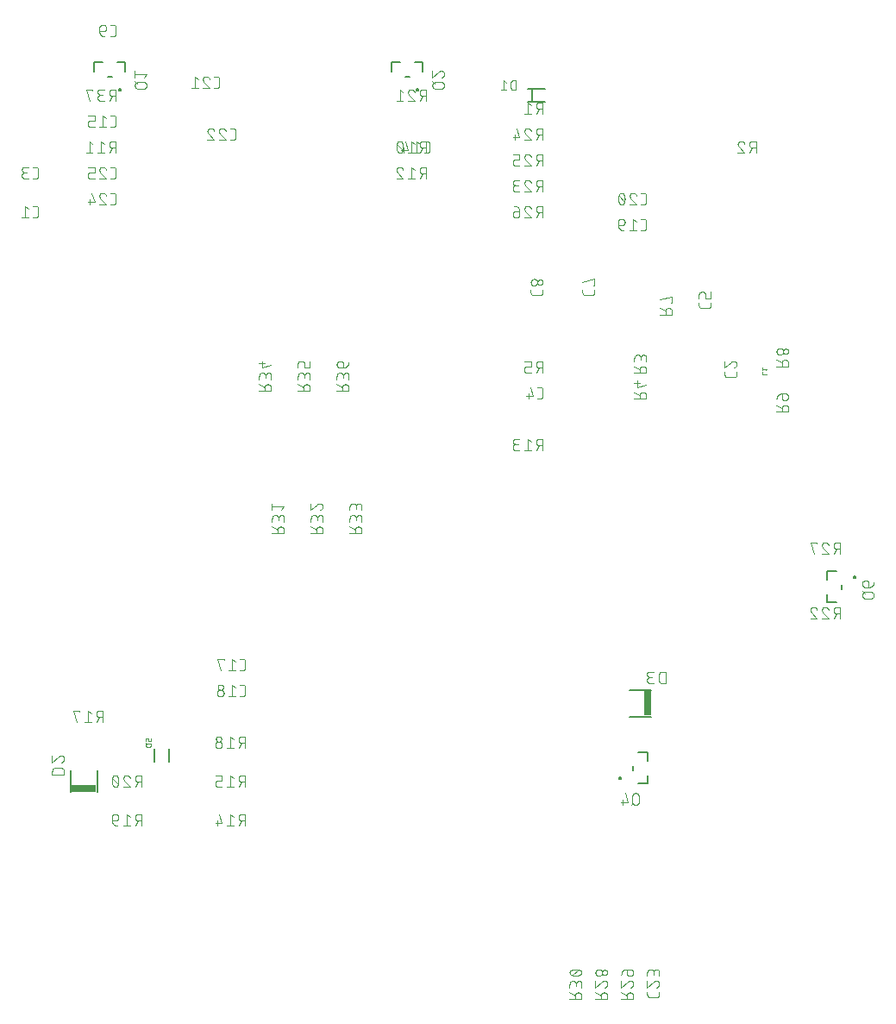
<source format=gbr>
G04 EAGLE Gerber RS-274X export*
G75*
%MOMM*%
%FSLAX34Y34*%
%LPD*%
%INSilkscreen Bottom*%
%IPPOS*%
%AMOC8*
5,1,8,0,0,1.08239X$1,22.5*%
G01*
%ADD10C,0.101600*%
%ADD11C,0.127000*%
%ADD12C,0.076200*%
%ADD13C,0.203200*%
%ADD14R,2.450000X0.675000*%
%ADD15R,0.675000X2.450000*%
%ADD16C,0.050800*%
%ADD17C,0.200000*%
%ADD18C,0.152400*%


D10*
X102249Y794258D02*
X104846Y794258D01*
X104945Y794260D01*
X105045Y794266D01*
X105144Y794275D01*
X105242Y794288D01*
X105340Y794305D01*
X105438Y794326D01*
X105534Y794351D01*
X105629Y794379D01*
X105723Y794411D01*
X105816Y794446D01*
X105908Y794485D01*
X105998Y794528D01*
X106086Y794573D01*
X106173Y794623D01*
X106257Y794675D01*
X106340Y794731D01*
X106420Y794789D01*
X106498Y794851D01*
X106573Y794916D01*
X106646Y794984D01*
X106716Y795054D01*
X106784Y795127D01*
X106849Y795202D01*
X106911Y795280D01*
X106969Y795360D01*
X107025Y795443D01*
X107077Y795527D01*
X107127Y795614D01*
X107172Y795702D01*
X107215Y795792D01*
X107254Y795884D01*
X107289Y795977D01*
X107321Y796071D01*
X107349Y796166D01*
X107374Y796262D01*
X107395Y796360D01*
X107412Y796458D01*
X107425Y796556D01*
X107434Y796655D01*
X107440Y796755D01*
X107442Y796854D01*
X107442Y803346D01*
X107440Y803445D01*
X107434Y803545D01*
X107425Y803644D01*
X107412Y803742D01*
X107395Y803840D01*
X107374Y803938D01*
X107349Y804034D01*
X107321Y804129D01*
X107289Y804223D01*
X107254Y804316D01*
X107215Y804408D01*
X107172Y804498D01*
X107127Y804586D01*
X107077Y804673D01*
X107025Y804757D01*
X106969Y804840D01*
X106911Y804920D01*
X106849Y804998D01*
X106784Y805073D01*
X106716Y805146D01*
X106646Y805216D01*
X106573Y805284D01*
X106498Y805349D01*
X106420Y805411D01*
X106340Y805469D01*
X106257Y805525D01*
X106173Y805577D01*
X106086Y805627D01*
X105998Y805672D01*
X105908Y805715D01*
X105816Y805754D01*
X105723Y805789D01*
X105629Y805821D01*
X105534Y805849D01*
X105438Y805874D01*
X105340Y805895D01*
X105242Y805912D01*
X105144Y805925D01*
X105045Y805934D01*
X104945Y805940D01*
X104846Y805942D01*
X102249Y805942D01*
X97884Y803346D02*
X94638Y805942D01*
X94638Y794258D01*
X91393Y794258D02*
X97884Y794258D01*
X486344Y857758D02*
X488941Y857758D01*
X489040Y857760D01*
X489140Y857766D01*
X489239Y857775D01*
X489337Y857788D01*
X489435Y857805D01*
X489533Y857826D01*
X489629Y857851D01*
X489724Y857879D01*
X489818Y857911D01*
X489911Y857946D01*
X490003Y857985D01*
X490093Y858028D01*
X490181Y858073D01*
X490268Y858123D01*
X490352Y858175D01*
X490435Y858231D01*
X490515Y858289D01*
X490593Y858351D01*
X490668Y858416D01*
X490741Y858484D01*
X490811Y858554D01*
X490879Y858627D01*
X490944Y858702D01*
X491006Y858780D01*
X491064Y858860D01*
X491120Y858943D01*
X491172Y859027D01*
X491222Y859114D01*
X491267Y859202D01*
X491310Y859292D01*
X491349Y859384D01*
X491384Y859477D01*
X491416Y859571D01*
X491444Y859666D01*
X491469Y859762D01*
X491490Y859860D01*
X491507Y859958D01*
X491520Y860056D01*
X491529Y860155D01*
X491535Y860255D01*
X491537Y860354D01*
X491537Y866846D01*
X491535Y866945D01*
X491529Y867045D01*
X491520Y867144D01*
X491507Y867242D01*
X491490Y867340D01*
X491469Y867438D01*
X491444Y867534D01*
X491416Y867629D01*
X491384Y867723D01*
X491349Y867816D01*
X491310Y867908D01*
X491267Y867998D01*
X491222Y868086D01*
X491172Y868173D01*
X491120Y868257D01*
X491064Y868340D01*
X491006Y868420D01*
X490944Y868498D01*
X490879Y868573D01*
X490811Y868646D01*
X490741Y868716D01*
X490668Y868784D01*
X490593Y868849D01*
X490515Y868911D01*
X490435Y868969D01*
X490352Y869025D01*
X490268Y869077D01*
X490181Y869127D01*
X490093Y869172D01*
X490003Y869215D01*
X489911Y869254D01*
X489818Y869289D01*
X489724Y869321D01*
X489629Y869349D01*
X489533Y869374D01*
X489435Y869395D01*
X489337Y869412D01*
X489239Y869425D01*
X489140Y869434D01*
X489040Y869440D01*
X488941Y869442D01*
X486344Y869442D01*
X481979Y866846D02*
X478734Y869442D01*
X478734Y857758D01*
X481979Y857758D02*
X475488Y857758D01*
X470549Y860354D02*
X467953Y869442D01*
X470549Y860354D02*
X464058Y860354D01*
X466005Y862951D02*
X466005Y857758D01*
X181046Y883158D02*
X178449Y883158D01*
X181046Y883158D02*
X181145Y883160D01*
X181245Y883166D01*
X181344Y883175D01*
X181442Y883188D01*
X181540Y883205D01*
X181638Y883226D01*
X181734Y883251D01*
X181829Y883279D01*
X181923Y883311D01*
X182016Y883346D01*
X182108Y883385D01*
X182198Y883428D01*
X182286Y883473D01*
X182373Y883523D01*
X182457Y883575D01*
X182540Y883631D01*
X182620Y883689D01*
X182698Y883751D01*
X182773Y883816D01*
X182846Y883884D01*
X182916Y883954D01*
X182984Y884027D01*
X183049Y884102D01*
X183111Y884180D01*
X183169Y884260D01*
X183225Y884343D01*
X183277Y884427D01*
X183327Y884514D01*
X183372Y884602D01*
X183415Y884692D01*
X183454Y884784D01*
X183489Y884877D01*
X183521Y884971D01*
X183549Y885066D01*
X183574Y885162D01*
X183595Y885260D01*
X183612Y885358D01*
X183625Y885456D01*
X183634Y885555D01*
X183640Y885655D01*
X183642Y885754D01*
X183642Y892246D01*
X183640Y892345D01*
X183634Y892445D01*
X183625Y892544D01*
X183612Y892642D01*
X183595Y892740D01*
X183574Y892838D01*
X183549Y892934D01*
X183521Y893029D01*
X183489Y893123D01*
X183454Y893216D01*
X183415Y893308D01*
X183372Y893398D01*
X183327Y893486D01*
X183277Y893573D01*
X183225Y893657D01*
X183169Y893740D01*
X183111Y893820D01*
X183049Y893898D01*
X182984Y893973D01*
X182916Y894046D01*
X182846Y894116D01*
X182773Y894184D01*
X182698Y894249D01*
X182620Y894311D01*
X182540Y894369D01*
X182457Y894425D01*
X182373Y894477D01*
X182286Y894527D01*
X182198Y894572D01*
X182108Y894615D01*
X182016Y894654D01*
X181923Y894689D01*
X181829Y894721D01*
X181734Y894749D01*
X181638Y894774D01*
X181540Y894795D01*
X181442Y894812D01*
X181344Y894825D01*
X181245Y894834D01*
X181145Y894840D01*
X181046Y894842D01*
X178449Y894842D01*
X174084Y892246D02*
X170838Y894842D01*
X170838Y883158D01*
X167593Y883158D02*
X174084Y883158D01*
X162654Y883158D02*
X158759Y883158D01*
X158660Y883160D01*
X158560Y883166D01*
X158461Y883175D01*
X158363Y883188D01*
X158265Y883205D01*
X158167Y883226D01*
X158071Y883251D01*
X157976Y883279D01*
X157882Y883311D01*
X157789Y883346D01*
X157697Y883385D01*
X157607Y883428D01*
X157519Y883473D01*
X157432Y883523D01*
X157348Y883575D01*
X157265Y883631D01*
X157185Y883689D01*
X157107Y883751D01*
X157032Y883816D01*
X156959Y883884D01*
X156889Y883954D01*
X156821Y884027D01*
X156756Y884102D01*
X156694Y884180D01*
X156636Y884260D01*
X156580Y884343D01*
X156528Y884427D01*
X156478Y884514D01*
X156433Y884602D01*
X156390Y884692D01*
X156351Y884784D01*
X156316Y884877D01*
X156284Y884971D01*
X156256Y885066D01*
X156231Y885162D01*
X156210Y885260D01*
X156193Y885358D01*
X156180Y885456D01*
X156171Y885555D01*
X156165Y885655D01*
X156163Y885754D01*
X156163Y887053D01*
X156165Y887152D01*
X156171Y887252D01*
X156180Y887351D01*
X156193Y887449D01*
X156210Y887547D01*
X156231Y887645D01*
X156256Y887741D01*
X156284Y887836D01*
X156316Y887930D01*
X156351Y888023D01*
X156390Y888115D01*
X156433Y888205D01*
X156478Y888293D01*
X156528Y888380D01*
X156580Y888464D01*
X156636Y888547D01*
X156694Y888627D01*
X156756Y888705D01*
X156821Y888780D01*
X156889Y888853D01*
X156959Y888923D01*
X157032Y888991D01*
X157107Y889056D01*
X157185Y889118D01*
X157265Y889176D01*
X157348Y889232D01*
X157432Y889284D01*
X157519Y889334D01*
X157607Y889379D01*
X157697Y889422D01*
X157789Y889461D01*
X157882Y889496D01*
X157976Y889528D01*
X158071Y889556D01*
X158167Y889581D01*
X158265Y889602D01*
X158363Y889619D01*
X158461Y889632D01*
X158560Y889641D01*
X158660Y889647D01*
X158759Y889649D01*
X162654Y889649D01*
X162654Y894842D01*
X156163Y894842D01*
X305449Y349758D02*
X308046Y349758D01*
X308145Y349760D01*
X308245Y349766D01*
X308344Y349775D01*
X308442Y349788D01*
X308540Y349805D01*
X308638Y349826D01*
X308734Y349851D01*
X308829Y349879D01*
X308923Y349911D01*
X309016Y349946D01*
X309108Y349985D01*
X309198Y350028D01*
X309286Y350073D01*
X309373Y350123D01*
X309457Y350175D01*
X309540Y350231D01*
X309620Y350289D01*
X309698Y350351D01*
X309773Y350416D01*
X309846Y350484D01*
X309916Y350554D01*
X309984Y350627D01*
X310049Y350702D01*
X310111Y350780D01*
X310169Y350860D01*
X310225Y350943D01*
X310277Y351027D01*
X310327Y351114D01*
X310372Y351202D01*
X310415Y351292D01*
X310454Y351384D01*
X310489Y351477D01*
X310521Y351571D01*
X310549Y351666D01*
X310574Y351762D01*
X310595Y351860D01*
X310612Y351958D01*
X310625Y352056D01*
X310634Y352155D01*
X310640Y352255D01*
X310642Y352354D01*
X310642Y358846D01*
X310640Y358945D01*
X310634Y359045D01*
X310625Y359144D01*
X310612Y359242D01*
X310595Y359340D01*
X310574Y359438D01*
X310549Y359534D01*
X310521Y359629D01*
X310489Y359723D01*
X310454Y359816D01*
X310415Y359908D01*
X310372Y359998D01*
X310327Y360086D01*
X310277Y360173D01*
X310225Y360257D01*
X310169Y360340D01*
X310111Y360420D01*
X310049Y360498D01*
X309984Y360573D01*
X309916Y360646D01*
X309846Y360716D01*
X309773Y360784D01*
X309698Y360849D01*
X309620Y360911D01*
X309540Y360969D01*
X309457Y361025D01*
X309373Y361077D01*
X309286Y361127D01*
X309198Y361172D01*
X309108Y361215D01*
X309016Y361254D01*
X308923Y361289D01*
X308829Y361321D01*
X308734Y361349D01*
X308638Y361374D01*
X308540Y361395D01*
X308442Y361412D01*
X308344Y361425D01*
X308245Y361434D01*
X308145Y361440D01*
X308046Y361442D01*
X305449Y361442D01*
X301084Y358846D02*
X297838Y361442D01*
X297838Y349758D01*
X294593Y349758D02*
X301084Y349758D01*
X289654Y360144D02*
X289654Y361442D01*
X283163Y361442D01*
X286408Y349758D01*
X305449Y324358D02*
X308046Y324358D01*
X308145Y324360D01*
X308245Y324366D01*
X308344Y324375D01*
X308442Y324388D01*
X308540Y324405D01*
X308638Y324426D01*
X308734Y324451D01*
X308829Y324479D01*
X308923Y324511D01*
X309016Y324546D01*
X309108Y324585D01*
X309198Y324628D01*
X309286Y324673D01*
X309373Y324723D01*
X309457Y324775D01*
X309540Y324831D01*
X309620Y324889D01*
X309698Y324951D01*
X309773Y325016D01*
X309846Y325084D01*
X309916Y325154D01*
X309984Y325227D01*
X310049Y325302D01*
X310111Y325380D01*
X310169Y325460D01*
X310225Y325543D01*
X310277Y325627D01*
X310327Y325714D01*
X310372Y325802D01*
X310415Y325892D01*
X310454Y325984D01*
X310489Y326077D01*
X310521Y326171D01*
X310549Y326266D01*
X310574Y326362D01*
X310595Y326460D01*
X310612Y326558D01*
X310625Y326656D01*
X310634Y326755D01*
X310640Y326855D01*
X310642Y326954D01*
X310642Y333446D01*
X310640Y333545D01*
X310634Y333645D01*
X310625Y333744D01*
X310612Y333842D01*
X310595Y333940D01*
X310574Y334038D01*
X310549Y334134D01*
X310521Y334229D01*
X310489Y334323D01*
X310454Y334416D01*
X310415Y334508D01*
X310372Y334598D01*
X310327Y334686D01*
X310277Y334773D01*
X310225Y334857D01*
X310169Y334940D01*
X310111Y335020D01*
X310049Y335098D01*
X309984Y335173D01*
X309916Y335246D01*
X309846Y335316D01*
X309773Y335384D01*
X309698Y335449D01*
X309620Y335511D01*
X309540Y335569D01*
X309457Y335625D01*
X309373Y335677D01*
X309286Y335727D01*
X309198Y335772D01*
X309108Y335815D01*
X309016Y335854D01*
X308923Y335889D01*
X308829Y335921D01*
X308734Y335949D01*
X308638Y335974D01*
X308540Y335995D01*
X308442Y336012D01*
X308344Y336025D01*
X308245Y336034D01*
X308145Y336040D01*
X308046Y336042D01*
X305449Y336042D01*
X301084Y333446D02*
X297838Y336042D01*
X297838Y324358D01*
X294593Y324358D02*
X301084Y324358D01*
X289654Y327604D02*
X289652Y327717D01*
X289646Y327830D01*
X289636Y327943D01*
X289622Y328056D01*
X289605Y328168D01*
X289583Y328279D01*
X289558Y328389D01*
X289528Y328499D01*
X289495Y328607D01*
X289458Y328714D01*
X289418Y328820D01*
X289373Y328924D01*
X289325Y329027D01*
X289274Y329128D01*
X289219Y329227D01*
X289161Y329324D01*
X289099Y329419D01*
X289034Y329512D01*
X288966Y329602D01*
X288895Y329690D01*
X288820Y329776D01*
X288743Y329859D01*
X288663Y329939D01*
X288580Y330016D01*
X288494Y330091D01*
X288406Y330162D01*
X288316Y330230D01*
X288223Y330295D01*
X288128Y330357D01*
X288031Y330415D01*
X287932Y330470D01*
X287831Y330521D01*
X287728Y330569D01*
X287624Y330614D01*
X287518Y330654D01*
X287411Y330691D01*
X287303Y330724D01*
X287193Y330754D01*
X287083Y330779D01*
X286972Y330801D01*
X286860Y330818D01*
X286747Y330832D01*
X286634Y330842D01*
X286521Y330848D01*
X286408Y330850D01*
X286295Y330848D01*
X286182Y330842D01*
X286069Y330832D01*
X285956Y330818D01*
X285844Y330801D01*
X285733Y330779D01*
X285623Y330754D01*
X285513Y330724D01*
X285405Y330691D01*
X285298Y330654D01*
X285192Y330614D01*
X285088Y330569D01*
X284985Y330521D01*
X284884Y330470D01*
X284785Y330415D01*
X284688Y330357D01*
X284593Y330295D01*
X284500Y330230D01*
X284410Y330162D01*
X284322Y330091D01*
X284236Y330016D01*
X284153Y329939D01*
X284073Y329859D01*
X283996Y329776D01*
X283921Y329690D01*
X283850Y329602D01*
X283782Y329512D01*
X283717Y329419D01*
X283655Y329324D01*
X283597Y329227D01*
X283542Y329128D01*
X283491Y329027D01*
X283443Y328924D01*
X283398Y328820D01*
X283358Y328714D01*
X283321Y328607D01*
X283288Y328499D01*
X283258Y328389D01*
X283233Y328279D01*
X283211Y328168D01*
X283194Y328056D01*
X283180Y327943D01*
X283170Y327830D01*
X283164Y327717D01*
X283162Y327604D01*
X283164Y327491D01*
X283170Y327378D01*
X283180Y327265D01*
X283194Y327152D01*
X283211Y327040D01*
X283233Y326929D01*
X283258Y326819D01*
X283288Y326709D01*
X283321Y326601D01*
X283358Y326494D01*
X283398Y326388D01*
X283443Y326284D01*
X283491Y326181D01*
X283542Y326080D01*
X283597Y325981D01*
X283655Y325884D01*
X283717Y325789D01*
X283782Y325696D01*
X283850Y325606D01*
X283921Y325518D01*
X283996Y325432D01*
X284073Y325349D01*
X284153Y325269D01*
X284236Y325192D01*
X284322Y325117D01*
X284410Y325046D01*
X284500Y324978D01*
X284593Y324913D01*
X284688Y324851D01*
X284785Y324793D01*
X284884Y324738D01*
X284985Y324687D01*
X285088Y324639D01*
X285192Y324594D01*
X285298Y324554D01*
X285405Y324517D01*
X285513Y324484D01*
X285623Y324454D01*
X285733Y324429D01*
X285844Y324407D01*
X285956Y324390D01*
X286069Y324376D01*
X286182Y324366D01*
X286295Y324360D01*
X286408Y324358D01*
X286521Y324360D01*
X286634Y324366D01*
X286747Y324376D01*
X286860Y324390D01*
X286972Y324407D01*
X287083Y324429D01*
X287193Y324454D01*
X287303Y324484D01*
X287411Y324517D01*
X287518Y324554D01*
X287624Y324594D01*
X287728Y324639D01*
X287831Y324687D01*
X287932Y324738D01*
X288031Y324793D01*
X288128Y324851D01*
X288223Y324913D01*
X288316Y324978D01*
X288406Y325046D01*
X288494Y325117D01*
X288580Y325192D01*
X288663Y325269D01*
X288743Y325349D01*
X288820Y325432D01*
X288895Y325518D01*
X288966Y325606D01*
X289034Y325696D01*
X289099Y325789D01*
X289161Y325884D01*
X289219Y325981D01*
X289274Y326080D01*
X289325Y326181D01*
X289373Y326284D01*
X289418Y326388D01*
X289458Y326494D01*
X289495Y326601D01*
X289528Y326709D01*
X289558Y326819D01*
X289583Y326929D01*
X289605Y327040D01*
X289622Y327152D01*
X289636Y327265D01*
X289646Y327378D01*
X289652Y327491D01*
X289654Y327604D01*
X289004Y333446D02*
X289002Y333547D01*
X288996Y333647D01*
X288986Y333747D01*
X288973Y333847D01*
X288955Y333946D01*
X288934Y334045D01*
X288909Y334142D01*
X288880Y334239D01*
X288847Y334334D01*
X288811Y334428D01*
X288771Y334520D01*
X288728Y334611D01*
X288681Y334700D01*
X288631Y334787D01*
X288577Y334873D01*
X288520Y334956D01*
X288460Y335036D01*
X288397Y335115D01*
X288330Y335191D01*
X288261Y335264D01*
X288189Y335334D01*
X288115Y335402D01*
X288038Y335467D01*
X287958Y335528D01*
X287876Y335587D01*
X287792Y335642D01*
X287706Y335694D01*
X287618Y335743D01*
X287528Y335788D01*
X287436Y335830D01*
X287343Y335868D01*
X287248Y335902D01*
X287153Y335933D01*
X287056Y335960D01*
X286958Y335983D01*
X286859Y336003D01*
X286759Y336018D01*
X286659Y336030D01*
X286559Y336038D01*
X286458Y336042D01*
X286358Y336042D01*
X286257Y336038D01*
X286157Y336030D01*
X286057Y336018D01*
X285957Y336003D01*
X285858Y335983D01*
X285760Y335960D01*
X285663Y335933D01*
X285568Y335902D01*
X285473Y335868D01*
X285380Y335830D01*
X285288Y335788D01*
X285198Y335743D01*
X285110Y335694D01*
X285024Y335642D01*
X284940Y335587D01*
X284858Y335528D01*
X284778Y335467D01*
X284701Y335402D01*
X284627Y335334D01*
X284555Y335264D01*
X284486Y335191D01*
X284419Y335115D01*
X284356Y335036D01*
X284296Y334956D01*
X284239Y334873D01*
X284185Y334787D01*
X284135Y334700D01*
X284088Y334611D01*
X284045Y334520D01*
X284005Y334428D01*
X283969Y334334D01*
X283936Y334239D01*
X283907Y334142D01*
X283882Y334045D01*
X283861Y333946D01*
X283843Y333847D01*
X283830Y333747D01*
X283820Y333647D01*
X283814Y333547D01*
X283812Y333446D01*
X283814Y333345D01*
X283820Y333245D01*
X283830Y333145D01*
X283843Y333045D01*
X283861Y332946D01*
X283882Y332847D01*
X283907Y332750D01*
X283936Y332653D01*
X283969Y332558D01*
X284005Y332464D01*
X284045Y332372D01*
X284088Y332281D01*
X284135Y332192D01*
X284185Y332105D01*
X284239Y332019D01*
X284296Y331936D01*
X284356Y331856D01*
X284419Y331777D01*
X284486Y331701D01*
X284555Y331628D01*
X284627Y331558D01*
X284701Y331490D01*
X284778Y331425D01*
X284858Y331364D01*
X284940Y331305D01*
X285024Y331250D01*
X285110Y331198D01*
X285198Y331149D01*
X285288Y331104D01*
X285380Y331062D01*
X285473Y331024D01*
X285568Y330990D01*
X285663Y330959D01*
X285760Y330932D01*
X285858Y330909D01*
X285957Y330889D01*
X286057Y330874D01*
X286157Y330862D01*
X286257Y330854D01*
X286358Y330850D01*
X286458Y330850D01*
X286559Y330854D01*
X286659Y330862D01*
X286759Y330874D01*
X286859Y330889D01*
X286958Y330909D01*
X287056Y330932D01*
X287153Y330959D01*
X287248Y330990D01*
X287343Y331024D01*
X287436Y331062D01*
X287528Y331104D01*
X287618Y331149D01*
X287706Y331198D01*
X287792Y331250D01*
X287876Y331305D01*
X287958Y331364D01*
X288038Y331425D01*
X288115Y331490D01*
X288189Y331558D01*
X288261Y331628D01*
X288330Y331701D01*
X288397Y331777D01*
X288460Y331856D01*
X288520Y331936D01*
X288577Y332019D01*
X288631Y332105D01*
X288681Y332192D01*
X288728Y332281D01*
X288771Y332372D01*
X288811Y332464D01*
X288847Y332558D01*
X288880Y332653D01*
X288909Y332750D01*
X288934Y332847D01*
X288955Y332946D01*
X288973Y333045D01*
X288986Y333145D01*
X288996Y333245D01*
X289002Y333345D01*
X289004Y333446D01*
X699149Y781558D02*
X701746Y781558D01*
X701845Y781560D01*
X701945Y781566D01*
X702044Y781575D01*
X702142Y781588D01*
X702240Y781605D01*
X702338Y781626D01*
X702434Y781651D01*
X702529Y781679D01*
X702623Y781711D01*
X702716Y781746D01*
X702808Y781785D01*
X702898Y781828D01*
X702986Y781873D01*
X703073Y781923D01*
X703157Y781975D01*
X703240Y782031D01*
X703320Y782089D01*
X703398Y782151D01*
X703473Y782216D01*
X703546Y782284D01*
X703616Y782354D01*
X703684Y782427D01*
X703749Y782502D01*
X703811Y782580D01*
X703869Y782660D01*
X703925Y782743D01*
X703977Y782827D01*
X704027Y782914D01*
X704072Y783002D01*
X704115Y783092D01*
X704154Y783184D01*
X704189Y783277D01*
X704221Y783371D01*
X704249Y783466D01*
X704274Y783562D01*
X704295Y783660D01*
X704312Y783758D01*
X704325Y783856D01*
X704334Y783955D01*
X704340Y784055D01*
X704342Y784154D01*
X704342Y790646D01*
X704340Y790745D01*
X704334Y790845D01*
X704325Y790944D01*
X704312Y791042D01*
X704295Y791140D01*
X704274Y791238D01*
X704249Y791334D01*
X704221Y791429D01*
X704189Y791523D01*
X704154Y791616D01*
X704115Y791708D01*
X704072Y791798D01*
X704027Y791886D01*
X703977Y791973D01*
X703925Y792057D01*
X703869Y792140D01*
X703811Y792220D01*
X703749Y792298D01*
X703684Y792373D01*
X703616Y792446D01*
X703546Y792516D01*
X703473Y792584D01*
X703398Y792649D01*
X703320Y792711D01*
X703240Y792769D01*
X703157Y792825D01*
X703073Y792877D01*
X702986Y792927D01*
X702898Y792972D01*
X702808Y793015D01*
X702716Y793054D01*
X702623Y793089D01*
X702529Y793121D01*
X702434Y793149D01*
X702338Y793174D01*
X702240Y793195D01*
X702142Y793212D01*
X702044Y793225D01*
X701945Y793234D01*
X701845Y793240D01*
X701746Y793242D01*
X699149Y793242D01*
X694784Y790646D02*
X691538Y793242D01*
X691538Y781558D01*
X688293Y781558D02*
X694784Y781558D01*
X680757Y786751D02*
X676863Y786751D01*
X680757Y786751D02*
X680856Y786753D01*
X680956Y786759D01*
X681055Y786768D01*
X681153Y786781D01*
X681251Y786798D01*
X681349Y786819D01*
X681445Y786844D01*
X681540Y786872D01*
X681634Y786904D01*
X681727Y786939D01*
X681819Y786978D01*
X681909Y787021D01*
X681997Y787066D01*
X682084Y787116D01*
X682168Y787168D01*
X682251Y787224D01*
X682331Y787282D01*
X682409Y787344D01*
X682484Y787409D01*
X682557Y787477D01*
X682627Y787547D01*
X682695Y787620D01*
X682760Y787695D01*
X682822Y787773D01*
X682880Y787853D01*
X682936Y787936D01*
X682988Y788020D01*
X683038Y788107D01*
X683083Y788195D01*
X683126Y788285D01*
X683165Y788377D01*
X683200Y788470D01*
X683232Y788564D01*
X683260Y788659D01*
X683285Y788755D01*
X683306Y788853D01*
X683323Y788951D01*
X683336Y789049D01*
X683345Y789148D01*
X683351Y789248D01*
X683353Y789347D01*
X683354Y789347D02*
X683354Y789996D01*
X683352Y790109D01*
X683346Y790222D01*
X683336Y790335D01*
X683322Y790448D01*
X683305Y790560D01*
X683283Y790671D01*
X683258Y790781D01*
X683228Y790891D01*
X683195Y790999D01*
X683158Y791106D01*
X683118Y791212D01*
X683073Y791316D01*
X683025Y791419D01*
X682974Y791520D01*
X682919Y791619D01*
X682861Y791716D01*
X682799Y791811D01*
X682734Y791904D01*
X682666Y791994D01*
X682595Y792082D01*
X682520Y792168D01*
X682443Y792251D01*
X682363Y792331D01*
X682280Y792408D01*
X682194Y792483D01*
X682106Y792554D01*
X682016Y792622D01*
X681923Y792687D01*
X681828Y792749D01*
X681731Y792807D01*
X681632Y792862D01*
X681531Y792913D01*
X681428Y792961D01*
X681324Y793006D01*
X681218Y793046D01*
X681111Y793083D01*
X681003Y793116D01*
X680893Y793146D01*
X680783Y793171D01*
X680672Y793193D01*
X680560Y793210D01*
X680447Y793224D01*
X680334Y793234D01*
X680221Y793240D01*
X680108Y793242D01*
X679995Y793240D01*
X679882Y793234D01*
X679769Y793224D01*
X679656Y793210D01*
X679544Y793193D01*
X679433Y793171D01*
X679323Y793146D01*
X679213Y793116D01*
X679105Y793083D01*
X678998Y793046D01*
X678892Y793006D01*
X678788Y792961D01*
X678685Y792913D01*
X678584Y792862D01*
X678485Y792807D01*
X678388Y792749D01*
X678293Y792687D01*
X678200Y792622D01*
X678110Y792554D01*
X678022Y792483D01*
X677936Y792408D01*
X677853Y792331D01*
X677773Y792251D01*
X677696Y792168D01*
X677621Y792082D01*
X677550Y791994D01*
X677482Y791904D01*
X677417Y791811D01*
X677355Y791716D01*
X677297Y791619D01*
X677242Y791520D01*
X677191Y791419D01*
X677143Y791316D01*
X677098Y791212D01*
X677058Y791106D01*
X677021Y790999D01*
X676988Y790891D01*
X676958Y790781D01*
X676933Y790671D01*
X676911Y790560D01*
X676894Y790448D01*
X676880Y790335D01*
X676870Y790222D01*
X676864Y790109D01*
X676862Y789996D01*
X676863Y789996D02*
X676863Y786751D01*
X676865Y786608D01*
X676871Y786465D01*
X676881Y786322D01*
X676895Y786180D01*
X676912Y786038D01*
X676934Y785896D01*
X676959Y785755D01*
X676989Y785615D01*
X677022Y785476D01*
X677059Y785338D01*
X677100Y785201D01*
X677144Y785065D01*
X677193Y784930D01*
X677245Y784797D01*
X677300Y784665D01*
X677360Y784535D01*
X677423Y784406D01*
X677489Y784279D01*
X677559Y784155D01*
X677632Y784032D01*
X677709Y783911D01*
X677789Y783792D01*
X677872Y783676D01*
X677958Y783561D01*
X678047Y783450D01*
X678140Y783340D01*
X678235Y783234D01*
X678334Y783130D01*
X678435Y783029D01*
X678539Y782930D01*
X678645Y782835D01*
X678755Y782742D01*
X678866Y782653D01*
X678981Y782567D01*
X679097Y782484D01*
X679216Y782404D01*
X679337Y782327D01*
X679460Y782254D01*
X679584Y782184D01*
X679711Y782118D01*
X679840Y782055D01*
X679970Y781995D01*
X680102Y781940D01*
X680235Y781888D01*
X680370Y781839D01*
X680506Y781795D01*
X680643Y781754D01*
X680781Y781717D01*
X680920Y781684D01*
X681060Y781654D01*
X681201Y781629D01*
X681343Y781607D01*
X681485Y781590D01*
X681627Y781576D01*
X681770Y781566D01*
X681913Y781560D01*
X682056Y781558D01*
X781558Y642686D02*
X781558Y640089D01*
X781560Y639990D01*
X781566Y639890D01*
X781575Y639791D01*
X781588Y639693D01*
X781605Y639595D01*
X781626Y639497D01*
X781651Y639401D01*
X781679Y639306D01*
X781711Y639212D01*
X781746Y639119D01*
X781785Y639027D01*
X781828Y638937D01*
X781873Y638849D01*
X781923Y638762D01*
X781975Y638678D01*
X782031Y638595D01*
X782089Y638515D01*
X782151Y638437D01*
X782216Y638362D01*
X782284Y638289D01*
X782354Y638219D01*
X782427Y638151D01*
X782502Y638086D01*
X782580Y638024D01*
X782660Y637966D01*
X782743Y637910D01*
X782827Y637858D01*
X782914Y637808D01*
X783002Y637763D01*
X783092Y637720D01*
X783184Y637681D01*
X783277Y637646D01*
X783371Y637614D01*
X783466Y637586D01*
X783562Y637561D01*
X783660Y637540D01*
X783758Y637523D01*
X783856Y637510D01*
X783955Y637501D01*
X784055Y637495D01*
X784154Y637493D01*
X790646Y637493D01*
X790745Y637495D01*
X790845Y637501D01*
X790944Y637510D01*
X791042Y637523D01*
X791140Y637540D01*
X791238Y637561D01*
X791334Y637586D01*
X791429Y637614D01*
X791523Y637646D01*
X791616Y637681D01*
X791708Y637720D01*
X791798Y637763D01*
X791886Y637808D01*
X791973Y637858D01*
X792057Y637910D01*
X792140Y637966D01*
X792220Y638024D01*
X792298Y638086D01*
X792373Y638151D01*
X792446Y638219D01*
X792516Y638289D01*
X792584Y638362D01*
X792649Y638437D01*
X792711Y638515D01*
X792769Y638595D01*
X792825Y638678D01*
X792877Y638762D01*
X792927Y638849D01*
X792972Y638937D01*
X793015Y639027D01*
X793054Y639119D01*
X793089Y639211D01*
X793121Y639306D01*
X793149Y639401D01*
X793174Y639497D01*
X793195Y639595D01*
X793212Y639693D01*
X793225Y639791D01*
X793234Y639890D01*
X793240Y639990D01*
X793242Y640089D01*
X793242Y642686D01*
X793242Y650621D02*
X793240Y650728D01*
X793234Y650834D01*
X793224Y650940D01*
X793211Y651046D01*
X793193Y651152D01*
X793172Y651256D01*
X793147Y651360D01*
X793118Y651463D01*
X793086Y651564D01*
X793049Y651664D01*
X793009Y651763D01*
X792966Y651861D01*
X792919Y651957D01*
X792868Y652051D01*
X792814Y652143D01*
X792757Y652233D01*
X792697Y652321D01*
X792633Y652406D01*
X792566Y652489D01*
X792496Y652570D01*
X792424Y652648D01*
X792348Y652724D01*
X792270Y652796D01*
X792189Y652866D01*
X792106Y652933D01*
X792021Y652997D01*
X791933Y653057D01*
X791843Y653114D01*
X791751Y653168D01*
X791657Y653219D01*
X791561Y653266D01*
X791463Y653309D01*
X791364Y653349D01*
X791264Y653386D01*
X791163Y653418D01*
X791060Y653447D01*
X790956Y653472D01*
X790852Y653493D01*
X790746Y653511D01*
X790640Y653524D01*
X790534Y653534D01*
X790428Y653540D01*
X790321Y653542D01*
X793242Y650621D02*
X793240Y650500D01*
X793234Y650379D01*
X793224Y650259D01*
X793211Y650138D01*
X793193Y650019D01*
X793172Y649899D01*
X793147Y649781D01*
X793118Y649664D01*
X793085Y649547D01*
X793049Y649432D01*
X793008Y649318D01*
X792965Y649205D01*
X792917Y649093D01*
X792866Y648984D01*
X792811Y648876D01*
X792753Y648769D01*
X792692Y648665D01*
X792627Y648563D01*
X792559Y648463D01*
X792488Y648365D01*
X792414Y648269D01*
X792337Y648176D01*
X792256Y648086D01*
X792173Y647998D01*
X792087Y647913D01*
X791998Y647830D01*
X791907Y647751D01*
X791813Y647674D01*
X791717Y647601D01*
X791619Y647531D01*
X791518Y647464D01*
X791415Y647400D01*
X791310Y647340D01*
X791203Y647283D01*
X791095Y647229D01*
X790985Y647179D01*
X790873Y647133D01*
X790760Y647090D01*
X790645Y647051D01*
X788049Y652569D02*
X788126Y652648D01*
X788207Y652724D01*
X788290Y652797D01*
X788375Y652867D01*
X788463Y652934D01*
X788553Y652998D01*
X788645Y653058D01*
X788740Y653115D01*
X788836Y653169D01*
X788934Y653220D01*
X789034Y653267D01*
X789136Y653311D01*
X789239Y653351D01*
X789343Y653387D01*
X789449Y653419D01*
X789555Y653448D01*
X789663Y653473D01*
X789771Y653495D01*
X789881Y653512D01*
X789990Y653526D01*
X790100Y653535D01*
X790211Y653541D01*
X790321Y653543D01*
X788049Y652568D02*
X781558Y647051D01*
X781558Y653542D01*
X701746Y806958D02*
X699149Y806958D01*
X701746Y806958D02*
X701845Y806960D01*
X701945Y806966D01*
X702044Y806975D01*
X702142Y806988D01*
X702240Y807005D01*
X702338Y807026D01*
X702434Y807051D01*
X702529Y807079D01*
X702623Y807111D01*
X702716Y807146D01*
X702808Y807185D01*
X702898Y807228D01*
X702986Y807273D01*
X703073Y807323D01*
X703157Y807375D01*
X703240Y807431D01*
X703320Y807489D01*
X703398Y807551D01*
X703473Y807616D01*
X703546Y807684D01*
X703616Y807754D01*
X703684Y807827D01*
X703749Y807902D01*
X703811Y807980D01*
X703869Y808060D01*
X703925Y808143D01*
X703977Y808227D01*
X704027Y808314D01*
X704072Y808402D01*
X704115Y808492D01*
X704154Y808584D01*
X704189Y808677D01*
X704221Y808771D01*
X704249Y808866D01*
X704274Y808962D01*
X704295Y809060D01*
X704312Y809158D01*
X704325Y809256D01*
X704334Y809355D01*
X704340Y809455D01*
X704342Y809554D01*
X704342Y816046D01*
X704340Y816145D01*
X704334Y816245D01*
X704325Y816344D01*
X704312Y816442D01*
X704295Y816540D01*
X704274Y816638D01*
X704249Y816734D01*
X704221Y816829D01*
X704189Y816923D01*
X704154Y817016D01*
X704115Y817108D01*
X704072Y817198D01*
X704027Y817286D01*
X703977Y817373D01*
X703925Y817457D01*
X703869Y817540D01*
X703811Y817620D01*
X703749Y817698D01*
X703684Y817773D01*
X703616Y817846D01*
X703546Y817916D01*
X703473Y817984D01*
X703398Y818049D01*
X703320Y818111D01*
X703240Y818169D01*
X703157Y818225D01*
X703073Y818277D01*
X702986Y818327D01*
X702898Y818372D01*
X702808Y818415D01*
X702716Y818454D01*
X702623Y818489D01*
X702529Y818521D01*
X702434Y818549D01*
X702338Y818574D01*
X702240Y818595D01*
X702142Y818612D01*
X702044Y818625D01*
X701945Y818634D01*
X701845Y818640D01*
X701746Y818642D01*
X699149Y818642D01*
X691214Y818642D02*
X691107Y818640D01*
X691001Y818634D01*
X690895Y818624D01*
X690789Y818611D01*
X690683Y818593D01*
X690579Y818572D01*
X690475Y818547D01*
X690372Y818518D01*
X690271Y818486D01*
X690171Y818449D01*
X690072Y818409D01*
X689974Y818366D01*
X689878Y818319D01*
X689784Y818268D01*
X689692Y818214D01*
X689602Y818157D01*
X689514Y818097D01*
X689429Y818033D01*
X689346Y817966D01*
X689265Y817896D01*
X689187Y817824D01*
X689111Y817748D01*
X689039Y817670D01*
X688969Y817589D01*
X688902Y817506D01*
X688838Y817421D01*
X688778Y817333D01*
X688721Y817243D01*
X688667Y817151D01*
X688616Y817057D01*
X688569Y816961D01*
X688526Y816863D01*
X688486Y816764D01*
X688449Y816664D01*
X688417Y816563D01*
X688388Y816460D01*
X688363Y816356D01*
X688342Y816252D01*
X688324Y816146D01*
X688311Y816040D01*
X688301Y815934D01*
X688295Y815828D01*
X688293Y815721D01*
X691214Y818642D02*
X691335Y818640D01*
X691456Y818634D01*
X691576Y818624D01*
X691697Y818611D01*
X691816Y818593D01*
X691936Y818572D01*
X692054Y818547D01*
X692171Y818518D01*
X692288Y818485D01*
X692403Y818449D01*
X692517Y818408D01*
X692630Y818365D01*
X692742Y818317D01*
X692851Y818266D01*
X692959Y818211D01*
X693066Y818153D01*
X693170Y818092D01*
X693272Y818027D01*
X693372Y817959D01*
X693470Y817888D01*
X693566Y817814D01*
X693659Y817737D01*
X693749Y817656D01*
X693837Y817573D01*
X693922Y817487D01*
X694005Y817398D01*
X694084Y817307D01*
X694161Y817213D01*
X694234Y817117D01*
X694304Y817019D01*
X694371Y816918D01*
X694435Y816815D01*
X694496Y816710D01*
X694553Y816603D01*
X694606Y816495D01*
X694656Y816385D01*
X694702Y816273D01*
X694745Y816160D01*
X694784Y816045D01*
X689267Y813449D02*
X689188Y813527D01*
X689112Y813607D01*
X689039Y813690D01*
X688969Y813776D01*
X688902Y813863D01*
X688838Y813954D01*
X688778Y814046D01*
X688720Y814140D01*
X688666Y814237D01*
X688616Y814335D01*
X688569Y814435D01*
X688525Y814536D01*
X688485Y814639D01*
X688449Y814744D01*
X688417Y814849D01*
X688388Y814956D01*
X688363Y815063D01*
X688341Y815172D01*
X688324Y815281D01*
X688310Y815390D01*
X688301Y815500D01*
X688295Y815611D01*
X688293Y815721D01*
X689266Y813449D02*
X694784Y806958D01*
X688293Y806958D01*
X683354Y812800D02*
X683351Y813030D01*
X683343Y813260D01*
X683329Y813489D01*
X683310Y813718D01*
X683285Y813947D01*
X683255Y814175D01*
X683220Y814402D01*
X683179Y814628D01*
X683133Y814853D01*
X683081Y815077D01*
X683024Y815300D01*
X682962Y815521D01*
X682894Y815741D01*
X682821Y815959D01*
X682743Y816175D01*
X682660Y816389D01*
X682572Y816602D01*
X682479Y816812D01*
X682380Y817019D01*
X682347Y817109D01*
X682311Y817198D01*
X682271Y817286D01*
X682227Y817371D01*
X682180Y817455D01*
X682130Y817537D01*
X682076Y817617D01*
X682020Y817694D01*
X681960Y817770D01*
X681897Y817843D01*
X681832Y817913D01*
X681763Y817981D01*
X681692Y818045D01*
X681619Y818107D01*
X681543Y818166D01*
X681465Y818222D01*
X681384Y818275D01*
X681302Y818324D01*
X681218Y818370D01*
X681131Y818413D01*
X681044Y818452D01*
X680954Y818488D01*
X680864Y818520D01*
X680772Y818548D01*
X680679Y818573D01*
X680585Y818594D01*
X680491Y818611D01*
X680396Y818625D01*
X680300Y818634D01*
X680204Y818640D01*
X680108Y818642D01*
X680012Y818640D01*
X679916Y818634D01*
X679820Y818625D01*
X679725Y818611D01*
X679631Y818594D01*
X679537Y818573D01*
X679444Y818548D01*
X679352Y818520D01*
X679262Y818488D01*
X679172Y818452D01*
X679085Y818413D01*
X678998Y818370D01*
X678914Y818324D01*
X678832Y818275D01*
X678751Y818222D01*
X678673Y818166D01*
X678597Y818107D01*
X678524Y818045D01*
X678453Y817981D01*
X678384Y817913D01*
X678319Y817843D01*
X678256Y817770D01*
X678196Y817695D01*
X678140Y817617D01*
X678086Y817537D01*
X678036Y817455D01*
X677989Y817371D01*
X677946Y817286D01*
X677905Y817198D01*
X677869Y817109D01*
X677836Y817019D01*
X677837Y817019D02*
X677738Y816811D01*
X677645Y816601D01*
X677557Y816389D01*
X677474Y816175D01*
X677396Y815958D01*
X677323Y815740D01*
X677255Y815521D01*
X677193Y815299D01*
X677136Y815077D01*
X677084Y814853D01*
X677038Y814628D01*
X676997Y814402D01*
X676962Y814174D01*
X676932Y813947D01*
X676907Y813718D01*
X676888Y813489D01*
X676874Y813260D01*
X676866Y813030D01*
X676863Y812800D01*
X683354Y812800D02*
X683351Y812570D01*
X683343Y812340D01*
X683329Y812111D01*
X683310Y811882D01*
X683285Y811653D01*
X683255Y811425D01*
X683220Y811198D01*
X683179Y810972D01*
X683133Y810747D01*
X683081Y810523D01*
X683024Y810300D01*
X682962Y810079D01*
X682894Y809859D01*
X682821Y809641D01*
X682743Y809425D01*
X682660Y809211D01*
X682572Y808999D01*
X682479Y808788D01*
X682380Y808581D01*
X682347Y808491D01*
X682311Y808402D01*
X682270Y808314D01*
X682227Y808229D01*
X682180Y808145D01*
X682130Y808063D01*
X682076Y807983D01*
X682020Y807906D01*
X681960Y807830D01*
X681897Y807757D01*
X681832Y807687D01*
X681763Y807619D01*
X681692Y807555D01*
X681619Y807493D01*
X681543Y807434D01*
X681465Y807378D01*
X681384Y807325D01*
X681302Y807276D01*
X681218Y807230D01*
X681131Y807187D01*
X681044Y807148D01*
X680954Y807112D01*
X680864Y807080D01*
X680772Y807052D01*
X680679Y807027D01*
X680585Y807006D01*
X680491Y806989D01*
X680396Y806975D01*
X680300Y806966D01*
X680204Y806960D01*
X680108Y806958D01*
X677836Y808581D02*
X677737Y808788D01*
X677644Y808999D01*
X677556Y809211D01*
X677473Y809425D01*
X677395Y809641D01*
X677322Y809859D01*
X677254Y810079D01*
X677192Y810300D01*
X677135Y810523D01*
X677083Y810747D01*
X677037Y810972D01*
X676996Y811198D01*
X676961Y811425D01*
X676931Y811653D01*
X676906Y811882D01*
X676887Y812111D01*
X676873Y812340D01*
X676865Y812570D01*
X676862Y812800D01*
X677836Y808581D02*
X677869Y808491D01*
X677905Y808402D01*
X677946Y808314D01*
X677989Y808229D01*
X678036Y808145D01*
X678086Y808063D01*
X678140Y807983D01*
X678196Y807905D01*
X678256Y807830D01*
X678319Y807757D01*
X678384Y807687D01*
X678453Y807619D01*
X678524Y807555D01*
X678597Y807493D01*
X678673Y807434D01*
X678751Y807378D01*
X678832Y807325D01*
X678914Y807276D01*
X678998Y807230D01*
X679085Y807187D01*
X679172Y807148D01*
X679262Y807112D01*
X679352Y807080D01*
X679444Y807052D01*
X679537Y807027D01*
X679631Y807006D01*
X679725Y806989D01*
X679820Y806975D01*
X679916Y806966D01*
X680012Y806960D01*
X680108Y806958D01*
X682705Y809554D02*
X677512Y816046D01*
X282646Y921258D02*
X280049Y921258D01*
X282646Y921258D02*
X282745Y921260D01*
X282845Y921266D01*
X282944Y921275D01*
X283042Y921288D01*
X283140Y921305D01*
X283238Y921326D01*
X283334Y921351D01*
X283429Y921379D01*
X283523Y921411D01*
X283616Y921446D01*
X283708Y921485D01*
X283798Y921528D01*
X283886Y921573D01*
X283973Y921623D01*
X284057Y921675D01*
X284140Y921731D01*
X284220Y921789D01*
X284298Y921851D01*
X284373Y921916D01*
X284446Y921984D01*
X284516Y922054D01*
X284584Y922127D01*
X284649Y922202D01*
X284711Y922280D01*
X284769Y922360D01*
X284825Y922443D01*
X284877Y922527D01*
X284927Y922614D01*
X284972Y922702D01*
X285015Y922792D01*
X285054Y922884D01*
X285089Y922977D01*
X285121Y923071D01*
X285149Y923166D01*
X285174Y923262D01*
X285195Y923360D01*
X285212Y923458D01*
X285225Y923556D01*
X285234Y923655D01*
X285240Y923755D01*
X285242Y923854D01*
X285242Y930346D01*
X285240Y930445D01*
X285234Y930545D01*
X285225Y930644D01*
X285212Y930742D01*
X285195Y930840D01*
X285174Y930938D01*
X285149Y931034D01*
X285121Y931129D01*
X285089Y931223D01*
X285054Y931316D01*
X285015Y931408D01*
X284972Y931498D01*
X284927Y931586D01*
X284877Y931673D01*
X284825Y931757D01*
X284769Y931840D01*
X284711Y931920D01*
X284649Y931998D01*
X284584Y932073D01*
X284516Y932146D01*
X284446Y932216D01*
X284373Y932284D01*
X284298Y932349D01*
X284220Y932411D01*
X284140Y932469D01*
X284057Y932525D01*
X283973Y932577D01*
X283886Y932627D01*
X283798Y932672D01*
X283708Y932715D01*
X283616Y932754D01*
X283523Y932789D01*
X283429Y932821D01*
X283334Y932849D01*
X283238Y932874D01*
X283140Y932895D01*
X283042Y932912D01*
X282944Y932925D01*
X282845Y932934D01*
X282745Y932940D01*
X282646Y932942D01*
X280049Y932942D01*
X272114Y932942D02*
X272007Y932940D01*
X271901Y932934D01*
X271795Y932924D01*
X271689Y932911D01*
X271583Y932893D01*
X271479Y932872D01*
X271375Y932847D01*
X271272Y932818D01*
X271171Y932786D01*
X271071Y932749D01*
X270972Y932709D01*
X270874Y932666D01*
X270778Y932619D01*
X270684Y932568D01*
X270592Y932514D01*
X270502Y932457D01*
X270414Y932397D01*
X270329Y932333D01*
X270246Y932266D01*
X270165Y932196D01*
X270087Y932124D01*
X270011Y932048D01*
X269939Y931970D01*
X269869Y931889D01*
X269802Y931806D01*
X269738Y931721D01*
X269678Y931633D01*
X269621Y931543D01*
X269567Y931451D01*
X269516Y931357D01*
X269469Y931261D01*
X269426Y931163D01*
X269386Y931064D01*
X269349Y930964D01*
X269317Y930863D01*
X269288Y930760D01*
X269263Y930656D01*
X269242Y930552D01*
X269224Y930446D01*
X269211Y930340D01*
X269201Y930234D01*
X269195Y930128D01*
X269193Y930021D01*
X272114Y932942D02*
X272235Y932940D01*
X272356Y932934D01*
X272476Y932924D01*
X272597Y932911D01*
X272716Y932893D01*
X272836Y932872D01*
X272954Y932847D01*
X273071Y932818D01*
X273188Y932785D01*
X273303Y932749D01*
X273417Y932708D01*
X273530Y932665D01*
X273642Y932617D01*
X273751Y932566D01*
X273859Y932511D01*
X273966Y932453D01*
X274070Y932392D01*
X274172Y932327D01*
X274272Y932259D01*
X274370Y932188D01*
X274466Y932114D01*
X274559Y932037D01*
X274649Y931956D01*
X274737Y931873D01*
X274822Y931787D01*
X274905Y931698D01*
X274984Y931607D01*
X275061Y931513D01*
X275134Y931417D01*
X275204Y931319D01*
X275271Y931218D01*
X275335Y931115D01*
X275396Y931010D01*
X275453Y930903D01*
X275506Y930795D01*
X275556Y930685D01*
X275602Y930573D01*
X275645Y930460D01*
X275684Y930345D01*
X270167Y927749D02*
X270088Y927827D01*
X270012Y927907D01*
X269939Y927990D01*
X269869Y928076D01*
X269802Y928163D01*
X269738Y928254D01*
X269678Y928346D01*
X269620Y928440D01*
X269566Y928537D01*
X269516Y928635D01*
X269469Y928735D01*
X269425Y928836D01*
X269385Y928939D01*
X269349Y929044D01*
X269317Y929149D01*
X269288Y929256D01*
X269263Y929363D01*
X269241Y929472D01*
X269224Y929581D01*
X269210Y929690D01*
X269201Y929800D01*
X269195Y929911D01*
X269193Y930021D01*
X270166Y927749D02*
X275684Y921258D01*
X269193Y921258D01*
X264254Y930346D02*
X261008Y932942D01*
X261008Y921258D01*
X257763Y921258D02*
X264254Y921258D01*
X295844Y870458D02*
X298441Y870458D01*
X298540Y870460D01*
X298640Y870466D01*
X298739Y870475D01*
X298837Y870488D01*
X298935Y870505D01*
X299033Y870526D01*
X299129Y870551D01*
X299224Y870579D01*
X299318Y870611D01*
X299411Y870646D01*
X299503Y870685D01*
X299593Y870728D01*
X299681Y870773D01*
X299768Y870823D01*
X299852Y870875D01*
X299935Y870931D01*
X300015Y870989D01*
X300093Y871051D01*
X300168Y871116D01*
X300241Y871184D01*
X300311Y871254D01*
X300379Y871327D01*
X300444Y871402D01*
X300506Y871480D01*
X300564Y871560D01*
X300620Y871643D01*
X300672Y871727D01*
X300722Y871814D01*
X300767Y871902D01*
X300810Y871992D01*
X300849Y872084D01*
X300884Y872177D01*
X300916Y872271D01*
X300944Y872366D01*
X300969Y872462D01*
X300990Y872560D01*
X301007Y872658D01*
X301020Y872756D01*
X301029Y872855D01*
X301035Y872955D01*
X301037Y873054D01*
X301037Y879546D01*
X301035Y879645D01*
X301029Y879745D01*
X301020Y879844D01*
X301007Y879942D01*
X300990Y880040D01*
X300969Y880138D01*
X300944Y880234D01*
X300916Y880329D01*
X300884Y880423D01*
X300849Y880516D01*
X300810Y880608D01*
X300767Y880698D01*
X300722Y880786D01*
X300672Y880873D01*
X300620Y880957D01*
X300564Y881040D01*
X300506Y881120D01*
X300444Y881198D01*
X300379Y881273D01*
X300311Y881346D01*
X300241Y881416D01*
X300168Y881484D01*
X300093Y881549D01*
X300015Y881611D01*
X299935Y881669D01*
X299852Y881725D01*
X299768Y881777D01*
X299681Y881827D01*
X299593Y881872D01*
X299503Y881915D01*
X299411Y881954D01*
X299318Y881989D01*
X299224Y882021D01*
X299129Y882049D01*
X299033Y882074D01*
X298935Y882095D01*
X298837Y882112D01*
X298739Y882125D01*
X298640Y882134D01*
X298540Y882140D01*
X298441Y882142D01*
X295844Y882142D01*
X287909Y882142D02*
X287802Y882140D01*
X287696Y882134D01*
X287590Y882124D01*
X287484Y882111D01*
X287378Y882093D01*
X287274Y882072D01*
X287170Y882047D01*
X287067Y882018D01*
X286966Y881986D01*
X286866Y881949D01*
X286767Y881909D01*
X286669Y881866D01*
X286573Y881819D01*
X286479Y881768D01*
X286387Y881714D01*
X286297Y881657D01*
X286209Y881597D01*
X286124Y881533D01*
X286041Y881466D01*
X285960Y881396D01*
X285882Y881324D01*
X285806Y881248D01*
X285734Y881170D01*
X285664Y881089D01*
X285597Y881006D01*
X285533Y880921D01*
X285473Y880833D01*
X285416Y880743D01*
X285362Y880651D01*
X285311Y880557D01*
X285264Y880461D01*
X285221Y880363D01*
X285181Y880264D01*
X285144Y880164D01*
X285112Y880063D01*
X285083Y879960D01*
X285058Y879856D01*
X285037Y879752D01*
X285019Y879646D01*
X285006Y879540D01*
X284996Y879434D01*
X284990Y879328D01*
X284988Y879221D01*
X287909Y882142D02*
X288030Y882140D01*
X288151Y882134D01*
X288271Y882124D01*
X288392Y882111D01*
X288511Y882093D01*
X288631Y882072D01*
X288749Y882047D01*
X288866Y882018D01*
X288983Y881985D01*
X289098Y881949D01*
X289212Y881908D01*
X289325Y881865D01*
X289437Y881817D01*
X289546Y881766D01*
X289654Y881711D01*
X289761Y881653D01*
X289865Y881592D01*
X289967Y881527D01*
X290067Y881459D01*
X290165Y881388D01*
X290261Y881314D01*
X290354Y881237D01*
X290444Y881156D01*
X290532Y881073D01*
X290617Y880987D01*
X290700Y880898D01*
X290779Y880807D01*
X290856Y880713D01*
X290929Y880617D01*
X290999Y880519D01*
X291066Y880418D01*
X291130Y880315D01*
X291191Y880210D01*
X291248Y880103D01*
X291301Y879995D01*
X291351Y879885D01*
X291397Y879773D01*
X291440Y879660D01*
X291479Y879545D01*
X285962Y876949D02*
X285883Y877027D01*
X285807Y877107D01*
X285734Y877190D01*
X285664Y877276D01*
X285597Y877363D01*
X285533Y877454D01*
X285473Y877546D01*
X285415Y877640D01*
X285361Y877737D01*
X285311Y877835D01*
X285264Y877935D01*
X285220Y878036D01*
X285180Y878139D01*
X285144Y878244D01*
X285112Y878349D01*
X285083Y878456D01*
X285058Y878563D01*
X285036Y878672D01*
X285019Y878781D01*
X285005Y878890D01*
X284996Y879000D01*
X284990Y879111D01*
X284988Y879221D01*
X285962Y876949D02*
X291479Y870458D01*
X284988Y870458D01*
X273558Y879221D02*
X273560Y879328D01*
X273566Y879434D01*
X273576Y879540D01*
X273589Y879646D01*
X273607Y879752D01*
X273628Y879856D01*
X273653Y879960D01*
X273682Y880063D01*
X273714Y880164D01*
X273751Y880264D01*
X273791Y880363D01*
X273834Y880461D01*
X273881Y880557D01*
X273932Y880651D01*
X273986Y880743D01*
X274043Y880833D01*
X274103Y880921D01*
X274167Y881006D01*
X274234Y881089D01*
X274304Y881170D01*
X274376Y881248D01*
X274452Y881324D01*
X274530Y881396D01*
X274611Y881466D01*
X274694Y881533D01*
X274779Y881597D01*
X274867Y881657D01*
X274957Y881714D01*
X275049Y881768D01*
X275143Y881819D01*
X275239Y881866D01*
X275337Y881909D01*
X275436Y881949D01*
X275536Y881986D01*
X275637Y882018D01*
X275740Y882047D01*
X275844Y882072D01*
X275948Y882093D01*
X276054Y882111D01*
X276160Y882124D01*
X276266Y882134D01*
X276372Y882140D01*
X276479Y882142D01*
X276600Y882140D01*
X276721Y882134D01*
X276841Y882124D01*
X276962Y882111D01*
X277081Y882093D01*
X277201Y882072D01*
X277319Y882047D01*
X277436Y882018D01*
X277553Y881985D01*
X277668Y881949D01*
X277782Y881908D01*
X277895Y881865D01*
X278007Y881817D01*
X278116Y881766D01*
X278224Y881711D01*
X278331Y881653D01*
X278435Y881592D01*
X278537Y881527D01*
X278637Y881459D01*
X278735Y881388D01*
X278831Y881314D01*
X278924Y881237D01*
X279014Y881156D01*
X279102Y881073D01*
X279187Y880987D01*
X279270Y880898D01*
X279349Y880807D01*
X279426Y880713D01*
X279499Y880617D01*
X279569Y880519D01*
X279636Y880418D01*
X279700Y880315D01*
X279761Y880210D01*
X279818Y880103D01*
X279871Y879995D01*
X279921Y879885D01*
X279967Y879773D01*
X280010Y879660D01*
X280049Y879545D01*
X274532Y876949D02*
X274453Y877027D01*
X274377Y877107D01*
X274304Y877190D01*
X274234Y877276D01*
X274167Y877363D01*
X274103Y877454D01*
X274043Y877546D01*
X273985Y877640D01*
X273931Y877737D01*
X273881Y877835D01*
X273834Y877935D01*
X273790Y878036D01*
X273750Y878139D01*
X273714Y878244D01*
X273682Y878349D01*
X273653Y878456D01*
X273628Y878563D01*
X273606Y878672D01*
X273589Y878781D01*
X273575Y878890D01*
X273566Y879000D01*
X273560Y879111D01*
X273558Y879221D01*
X274532Y876949D02*
X280049Y870458D01*
X273558Y870458D01*
X705358Y34356D02*
X705358Y31759D01*
X705360Y31660D01*
X705366Y31560D01*
X705375Y31461D01*
X705388Y31363D01*
X705405Y31265D01*
X705426Y31167D01*
X705451Y31071D01*
X705479Y30976D01*
X705511Y30882D01*
X705546Y30789D01*
X705585Y30697D01*
X705628Y30607D01*
X705673Y30519D01*
X705723Y30432D01*
X705775Y30348D01*
X705831Y30265D01*
X705889Y30185D01*
X705951Y30107D01*
X706016Y30032D01*
X706084Y29959D01*
X706154Y29889D01*
X706227Y29821D01*
X706302Y29756D01*
X706380Y29694D01*
X706460Y29636D01*
X706543Y29580D01*
X706627Y29528D01*
X706714Y29478D01*
X706802Y29433D01*
X706892Y29390D01*
X706984Y29351D01*
X707077Y29316D01*
X707171Y29284D01*
X707266Y29256D01*
X707362Y29231D01*
X707460Y29210D01*
X707558Y29193D01*
X707656Y29180D01*
X707755Y29171D01*
X707855Y29165D01*
X707954Y29163D01*
X714446Y29163D01*
X714545Y29165D01*
X714645Y29171D01*
X714744Y29180D01*
X714842Y29193D01*
X714940Y29210D01*
X715038Y29231D01*
X715134Y29256D01*
X715229Y29284D01*
X715323Y29316D01*
X715416Y29351D01*
X715508Y29390D01*
X715598Y29433D01*
X715686Y29478D01*
X715773Y29528D01*
X715857Y29580D01*
X715940Y29636D01*
X716020Y29694D01*
X716098Y29756D01*
X716173Y29821D01*
X716246Y29889D01*
X716316Y29959D01*
X716384Y30032D01*
X716449Y30107D01*
X716511Y30185D01*
X716569Y30265D01*
X716625Y30348D01*
X716677Y30432D01*
X716727Y30519D01*
X716772Y30607D01*
X716815Y30697D01*
X716854Y30789D01*
X716889Y30881D01*
X716921Y30976D01*
X716949Y31071D01*
X716974Y31167D01*
X716995Y31265D01*
X717012Y31363D01*
X717025Y31461D01*
X717034Y31560D01*
X717040Y31660D01*
X717042Y31759D01*
X717042Y34356D01*
X717042Y42291D02*
X717040Y42398D01*
X717034Y42504D01*
X717024Y42610D01*
X717011Y42716D01*
X716993Y42822D01*
X716972Y42926D01*
X716947Y43030D01*
X716918Y43133D01*
X716886Y43234D01*
X716849Y43334D01*
X716809Y43433D01*
X716766Y43531D01*
X716719Y43627D01*
X716668Y43721D01*
X716614Y43813D01*
X716557Y43903D01*
X716497Y43991D01*
X716433Y44076D01*
X716366Y44159D01*
X716296Y44240D01*
X716224Y44318D01*
X716148Y44394D01*
X716070Y44466D01*
X715989Y44536D01*
X715906Y44603D01*
X715821Y44667D01*
X715733Y44727D01*
X715643Y44784D01*
X715551Y44838D01*
X715457Y44889D01*
X715361Y44936D01*
X715263Y44979D01*
X715164Y45019D01*
X715064Y45056D01*
X714963Y45088D01*
X714860Y45117D01*
X714756Y45142D01*
X714652Y45163D01*
X714546Y45181D01*
X714440Y45194D01*
X714334Y45204D01*
X714228Y45210D01*
X714121Y45212D01*
X717042Y42291D02*
X717040Y42170D01*
X717034Y42049D01*
X717024Y41929D01*
X717011Y41808D01*
X716993Y41689D01*
X716972Y41569D01*
X716947Y41451D01*
X716918Y41334D01*
X716885Y41217D01*
X716849Y41102D01*
X716808Y40988D01*
X716765Y40875D01*
X716717Y40763D01*
X716666Y40654D01*
X716611Y40546D01*
X716553Y40439D01*
X716492Y40335D01*
X716427Y40233D01*
X716359Y40133D01*
X716288Y40035D01*
X716214Y39939D01*
X716137Y39846D01*
X716056Y39756D01*
X715973Y39668D01*
X715887Y39583D01*
X715798Y39500D01*
X715707Y39421D01*
X715613Y39344D01*
X715517Y39271D01*
X715419Y39201D01*
X715318Y39134D01*
X715215Y39070D01*
X715110Y39010D01*
X715003Y38953D01*
X714895Y38899D01*
X714785Y38849D01*
X714673Y38803D01*
X714560Y38760D01*
X714445Y38721D01*
X711849Y44239D02*
X711926Y44318D01*
X712007Y44394D01*
X712090Y44467D01*
X712175Y44537D01*
X712263Y44604D01*
X712353Y44668D01*
X712445Y44728D01*
X712540Y44785D01*
X712636Y44839D01*
X712734Y44890D01*
X712834Y44937D01*
X712936Y44981D01*
X713039Y45021D01*
X713143Y45057D01*
X713249Y45089D01*
X713355Y45118D01*
X713463Y45143D01*
X713571Y45165D01*
X713681Y45182D01*
X713790Y45196D01*
X713900Y45205D01*
X714011Y45211D01*
X714121Y45213D01*
X711849Y44238D02*
X705358Y38721D01*
X705358Y45212D01*
X705358Y50151D02*
X705358Y53396D01*
X705360Y53509D01*
X705366Y53622D01*
X705376Y53735D01*
X705390Y53848D01*
X705407Y53960D01*
X705429Y54071D01*
X705454Y54181D01*
X705484Y54291D01*
X705517Y54399D01*
X705554Y54506D01*
X705594Y54612D01*
X705639Y54716D01*
X705687Y54819D01*
X705738Y54920D01*
X705793Y55019D01*
X705851Y55116D01*
X705913Y55211D01*
X705978Y55304D01*
X706046Y55394D01*
X706117Y55482D01*
X706192Y55568D01*
X706269Y55651D01*
X706349Y55731D01*
X706432Y55808D01*
X706518Y55883D01*
X706606Y55954D01*
X706696Y56022D01*
X706789Y56087D01*
X706884Y56149D01*
X706981Y56207D01*
X707080Y56262D01*
X707181Y56313D01*
X707284Y56361D01*
X707388Y56406D01*
X707494Y56446D01*
X707601Y56483D01*
X707709Y56516D01*
X707819Y56546D01*
X707929Y56571D01*
X708040Y56593D01*
X708152Y56610D01*
X708265Y56624D01*
X708378Y56634D01*
X708491Y56640D01*
X708604Y56642D01*
X708717Y56640D01*
X708830Y56634D01*
X708943Y56624D01*
X709056Y56610D01*
X709168Y56593D01*
X709279Y56571D01*
X709389Y56546D01*
X709499Y56516D01*
X709607Y56483D01*
X709714Y56446D01*
X709820Y56406D01*
X709924Y56361D01*
X710027Y56313D01*
X710128Y56262D01*
X710227Y56207D01*
X710324Y56149D01*
X710419Y56087D01*
X710512Y56022D01*
X710602Y55954D01*
X710690Y55883D01*
X710776Y55808D01*
X710859Y55731D01*
X710939Y55651D01*
X711016Y55568D01*
X711091Y55482D01*
X711162Y55394D01*
X711230Y55304D01*
X711295Y55211D01*
X711357Y55116D01*
X711415Y55019D01*
X711470Y54920D01*
X711521Y54819D01*
X711569Y54716D01*
X711614Y54612D01*
X711654Y54506D01*
X711691Y54399D01*
X711724Y54291D01*
X711754Y54181D01*
X711779Y54071D01*
X711801Y53960D01*
X711818Y53848D01*
X711832Y53735D01*
X711842Y53622D01*
X711848Y53509D01*
X711850Y53396D01*
X717042Y54046D02*
X717042Y50151D01*
X717042Y54046D02*
X717040Y54147D01*
X717034Y54247D01*
X717024Y54347D01*
X717011Y54447D01*
X716993Y54546D01*
X716972Y54645D01*
X716947Y54742D01*
X716918Y54839D01*
X716885Y54934D01*
X716849Y55028D01*
X716809Y55120D01*
X716766Y55211D01*
X716719Y55300D01*
X716669Y55387D01*
X716615Y55473D01*
X716558Y55556D01*
X716498Y55636D01*
X716435Y55715D01*
X716368Y55791D01*
X716299Y55864D01*
X716227Y55934D01*
X716153Y56002D01*
X716076Y56067D01*
X715996Y56128D01*
X715914Y56187D01*
X715830Y56242D01*
X715744Y56294D01*
X715656Y56343D01*
X715566Y56388D01*
X715474Y56430D01*
X715381Y56468D01*
X715286Y56502D01*
X715191Y56533D01*
X715094Y56560D01*
X714996Y56583D01*
X714897Y56603D01*
X714797Y56618D01*
X714697Y56630D01*
X714597Y56638D01*
X714496Y56642D01*
X714396Y56642D01*
X714295Y56638D01*
X714195Y56630D01*
X714095Y56618D01*
X713995Y56603D01*
X713896Y56583D01*
X713798Y56560D01*
X713701Y56533D01*
X713606Y56502D01*
X713511Y56468D01*
X713418Y56430D01*
X713326Y56388D01*
X713236Y56343D01*
X713148Y56294D01*
X713062Y56242D01*
X712978Y56187D01*
X712896Y56128D01*
X712816Y56067D01*
X712739Y56002D01*
X712665Y55934D01*
X712593Y55864D01*
X712524Y55791D01*
X712457Y55715D01*
X712394Y55636D01*
X712334Y55556D01*
X712277Y55473D01*
X712223Y55387D01*
X712173Y55300D01*
X712126Y55211D01*
X712083Y55120D01*
X712043Y55028D01*
X712007Y54934D01*
X711974Y54839D01*
X711945Y54742D01*
X711920Y54645D01*
X711899Y54546D01*
X711881Y54447D01*
X711868Y54347D01*
X711858Y54247D01*
X711852Y54147D01*
X711850Y54046D01*
X711849Y54046D02*
X711849Y51449D01*
X181046Y806958D02*
X178449Y806958D01*
X181046Y806958D02*
X181145Y806960D01*
X181245Y806966D01*
X181344Y806975D01*
X181442Y806988D01*
X181540Y807005D01*
X181638Y807026D01*
X181734Y807051D01*
X181829Y807079D01*
X181923Y807111D01*
X182016Y807146D01*
X182108Y807185D01*
X182198Y807228D01*
X182286Y807273D01*
X182373Y807323D01*
X182457Y807375D01*
X182540Y807431D01*
X182620Y807489D01*
X182698Y807551D01*
X182773Y807616D01*
X182846Y807684D01*
X182916Y807754D01*
X182984Y807827D01*
X183049Y807902D01*
X183111Y807980D01*
X183169Y808060D01*
X183225Y808143D01*
X183277Y808227D01*
X183327Y808314D01*
X183372Y808402D01*
X183415Y808492D01*
X183454Y808584D01*
X183489Y808677D01*
X183521Y808771D01*
X183549Y808866D01*
X183574Y808962D01*
X183595Y809060D01*
X183612Y809158D01*
X183625Y809256D01*
X183634Y809355D01*
X183640Y809455D01*
X183642Y809554D01*
X183642Y816046D01*
X183640Y816145D01*
X183634Y816245D01*
X183625Y816344D01*
X183612Y816442D01*
X183595Y816540D01*
X183574Y816638D01*
X183549Y816734D01*
X183521Y816829D01*
X183489Y816923D01*
X183454Y817016D01*
X183415Y817108D01*
X183372Y817198D01*
X183327Y817286D01*
X183277Y817373D01*
X183225Y817457D01*
X183169Y817540D01*
X183111Y817620D01*
X183049Y817698D01*
X182984Y817773D01*
X182916Y817846D01*
X182846Y817916D01*
X182773Y817984D01*
X182698Y818049D01*
X182620Y818111D01*
X182540Y818169D01*
X182457Y818225D01*
X182373Y818277D01*
X182286Y818327D01*
X182198Y818372D01*
X182108Y818415D01*
X182016Y818454D01*
X181923Y818489D01*
X181829Y818521D01*
X181734Y818549D01*
X181638Y818574D01*
X181540Y818595D01*
X181442Y818612D01*
X181344Y818625D01*
X181245Y818634D01*
X181145Y818640D01*
X181046Y818642D01*
X178449Y818642D01*
X170514Y818642D02*
X170407Y818640D01*
X170301Y818634D01*
X170195Y818624D01*
X170089Y818611D01*
X169983Y818593D01*
X169879Y818572D01*
X169775Y818547D01*
X169672Y818518D01*
X169571Y818486D01*
X169471Y818449D01*
X169372Y818409D01*
X169274Y818366D01*
X169178Y818319D01*
X169084Y818268D01*
X168992Y818214D01*
X168902Y818157D01*
X168814Y818097D01*
X168729Y818033D01*
X168646Y817966D01*
X168565Y817896D01*
X168487Y817824D01*
X168411Y817748D01*
X168339Y817670D01*
X168269Y817589D01*
X168202Y817506D01*
X168138Y817421D01*
X168078Y817333D01*
X168021Y817243D01*
X167967Y817151D01*
X167916Y817057D01*
X167869Y816961D01*
X167826Y816863D01*
X167786Y816764D01*
X167749Y816664D01*
X167717Y816563D01*
X167688Y816460D01*
X167663Y816356D01*
X167642Y816252D01*
X167624Y816146D01*
X167611Y816040D01*
X167601Y815934D01*
X167595Y815828D01*
X167593Y815721D01*
X170514Y818642D02*
X170635Y818640D01*
X170756Y818634D01*
X170876Y818624D01*
X170997Y818611D01*
X171116Y818593D01*
X171236Y818572D01*
X171354Y818547D01*
X171471Y818518D01*
X171588Y818485D01*
X171703Y818449D01*
X171817Y818408D01*
X171930Y818365D01*
X172042Y818317D01*
X172151Y818266D01*
X172259Y818211D01*
X172366Y818153D01*
X172470Y818092D01*
X172572Y818027D01*
X172672Y817959D01*
X172770Y817888D01*
X172866Y817814D01*
X172959Y817737D01*
X173049Y817656D01*
X173137Y817573D01*
X173222Y817487D01*
X173305Y817398D01*
X173384Y817307D01*
X173461Y817213D01*
X173534Y817117D01*
X173604Y817019D01*
X173671Y816918D01*
X173735Y816815D01*
X173796Y816710D01*
X173853Y816603D01*
X173906Y816495D01*
X173956Y816385D01*
X174002Y816273D01*
X174045Y816160D01*
X174084Y816045D01*
X168567Y813449D02*
X168488Y813527D01*
X168412Y813607D01*
X168339Y813690D01*
X168269Y813776D01*
X168202Y813863D01*
X168138Y813954D01*
X168078Y814046D01*
X168020Y814140D01*
X167966Y814237D01*
X167916Y814335D01*
X167869Y814435D01*
X167825Y814536D01*
X167785Y814639D01*
X167749Y814744D01*
X167717Y814849D01*
X167688Y814956D01*
X167663Y815063D01*
X167641Y815172D01*
X167624Y815281D01*
X167610Y815390D01*
X167601Y815500D01*
X167595Y815611D01*
X167593Y815721D01*
X168566Y813449D02*
X174084Y806958D01*
X167593Y806958D01*
X162654Y809554D02*
X160057Y818642D01*
X162654Y809554D02*
X156163Y809554D01*
X158110Y812151D02*
X158110Y806958D01*
X178449Y832358D02*
X181046Y832358D01*
X181145Y832360D01*
X181245Y832366D01*
X181344Y832375D01*
X181442Y832388D01*
X181540Y832405D01*
X181638Y832426D01*
X181734Y832451D01*
X181829Y832479D01*
X181923Y832511D01*
X182016Y832546D01*
X182108Y832585D01*
X182198Y832628D01*
X182286Y832673D01*
X182373Y832723D01*
X182457Y832775D01*
X182540Y832831D01*
X182620Y832889D01*
X182698Y832951D01*
X182773Y833016D01*
X182846Y833084D01*
X182916Y833154D01*
X182984Y833227D01*
X183049Y833302D01*
X183111Y833380D01*
X183169Y833460D01*
X183225Y833543D01*
X183277Y833627D01*
X183327Y833714D01*
X183372Y833802D01*
X183415Y833892D01*
X183454Y833984D01*
X183489Y834077D01*
X183521Y834171D01*
X183549Y834266D01*
X183574Y834362D01*
X183595Y834460D01*
X183612Y834558D01*
X183625Y834656D01*
X183634Y834755D01*
X183640Y834855D01*
X183642Y834954D01*
X183642Y841446D01*
X183640Y841545D01*
X183634Y841645D01*
X183625Y841744D01*
X183612Y841842D01*
X183595Y841940D01*
X183574Y842038D01*
X183549Y842134D01*
X183521Y842229D01*
X183489Y842323D01*
X183454Y842416D01*
X183415Y842508D01*
X183372Y842598D01*
X183327Y842686D01*
X183277Y842773D01*
X183225Y842857D01*
X183169Y842940D01*
X183111Y843020D01*
X183049Y843098D01*
X182984Y843173D01*
X182916Y843246D01*
X182846Y843316D01*
X182773Y843384D01*
X182698Y843449D01*
X182620Y843511D01*
X182540Y843569D01*
X182457Y843625D01*
X182373Y843677D01*
X182286Y843727D01*
X182198Y843772D01*
X182108Y843815D01*
X182016Y843854D01*
X181923Y843889D01*
X181829Y843921D01*
X181734Y843949D01*
X181638Y843974D01*
X181540Y843995D01*
X181442Y844012D01*
X181344Y844025D01*
X181245Y844034D01*
X181145Y844040D01*
X181046Y844042D01*
X178449Y844042D01*
X170514Y844042D02*
X170407Y844040D01*
X170301Y844034D01*
X170195Y844024D01*
X170089Y844011D01*
X169983Y843993D01*
X169879Y843972D01*
X169775Y843947D01*
X169672Y843918D01*
X169571Y843886D01*
X169471Y843849D01*
X169372Y843809D01*
X169274Y843766D01*
X169178Y843719D01*
X169084Y843668D01*
X168992Y843614D01*
X168902Y843557D01*
X168814Y843497D01*
X168729Y843433D01*
X168646Y843366D01*
X168565Y843296D01*
X168487Y843224D01*
X168411Y843148D01*
X168339Y843070D01*
X168269Y842989D01*
X168202Y842906D01*
X168138Y842821D01*
X168078Y842733D01*
X168021Y842643D01*
X167967Y842551D01*
X167916Y842457D01*
X167869Y842361D01*
X167826Y842263D01*
X167786Y842164D01*
X167749Y842064D01*
X167717Y841963D01*
X167688Y841860D01*
X167663Y841756D01*
X167642Y841652D01*
X167624Y841546D01*
X167611Y841440D01*
X167601Y841334D01*
X167595Y841228D01*
X167593Y841121D01*
X170514Y844042D02*
X170635Y844040D01*
X170756Y844034D01*
X170876Y844024D01*
X170997Y844011D01*
X171116Y843993D01*
X171236Y843972D01*
X171354Y843947D01*
X171471Y843918D01*
X171588Y843885D01*
X171703Y843849D01*
X171817Y843808D01*
X171930Y843765D01*
X172042Y843717D01*
X172151Y843666D01*
X172259Y843611D01*
X172366Y843553D01*
X172470Y843492D01*
X172572Y843427D01*
X172672Y843359D01*
X172770Y843288D01*
X172866Y843214D01*
X172959Y843137D01*
X173049Y843056D01*
X173137Y842973D01*
X173222Y842887D01*
X173305Y842798D01*
X173384Y842707D01*
X173461Y842613D01*
X173534Y842517D01*
X173604Y842419D01*
X173671Y842318D01*
X173735Y842215D01*
X173796Y842110D01*
X173853Y842003D01*
X173906Y841895D01*
X173956Y841785D01*
X174002Y841673D01*
X174045Y841560D01*
X174084Y841445D01*
X168567Y838849D02*
X168488Y838927D01*
X168412Y839007D01*
X168339Y839090D01*
X168269Y839176D01*
X168202Y839263D01*
X168138Y839354D01*
X168078Y839446D01*
X168020Y839540D01*
X167966Y839637D01*
X167916Y839735D01*
X167869Y839835D01*
X167825Y839936D01*
X167785Y840039D01*
X167749Y840144D01*
X167717Y840249D01*
X167688Y840356D01*
X167663Y840463D01*
X167641Y840572D01*
X167624Y840681D01*
X167610Y840790D01*
X167601Y840900D01*
X167595Y841011D01*
X167593Y841121D01*
X168566Y838849D02*
X174084Y832358D01*
X167593Y832358D01*
X162654Y832358D02*
X158759Y832358D01*
X158660Y832360D01*
X158560Y832366D01*
X158461Y832375D01*
X158363Y832388D01*
X158265Y832405D01*
X158167Y832426D01*
X158071Y832451D01*
X157976Y832479D01*
X157882Y832511D01*
X157789Y832546D01*
X157697Y832585D01*
X157607Y832628D01*
X157519Y832673D01*
X157432Y832723D01*
X157348Y832775D01*
X157265Y832831D01*
X157185Y832889D01*
X157107Y832951D01*
X157032Y833016D01*
X156959Y833084D01*
X156889Y833154D01*
X156821Y833227D01*
X156756Y833302D01*
X156694Y833380D01*
X156636Y833460D01*
X156580Y833543D01*
X156528Y833627D01*
X156478Y833714D01*
X156433Y833802D01*
X156390Y833892D01*
X156351Y833984D01*
X156316Y834077D01*
X156284Y834171D01*
X156256Y834266D01*
X156231Y834362D01*
X156210Y834460D01*
X156193Y834558D01*
X156180Y834656D01*
X156171Y834755D01*
X156165Y834855D01*
X156163Y834954D01*
X156163Y836253D01*
X156165Y836352D01*
X156171Y836452D01*
X156180Y836551D01*
X156193Y836649D01*
X156210Y836747D01*
X156231Y836845D01*
X156256Y836941D01*
X156284Y837036D01*
X156316Y837130D01*
X156351Y837223D01*
X156390Y837315D01*
X156433Y837405D01*
X156478Y837493D01*
X156528Y837580D01*
X156580Y837664D01*
X156636Y837747D01*
X156694Y837827D01*
X156756Y837905D01*
X156821Y837980D01*
X156889Y838053D01*
X156959Y838123D01*
X157032Y838191D01*
X157107Y838256D01*
X157185Y838318D01*
X157265Y838376D01*
X157348Y838432D01*
X157432Y838484D01*
X157519Y838534D01*
X157607Y838579D01*
X157697Y838622D01*
X157789Y838661D01*
X157882Y838696D01*
X157976Y838728D01*
X158071Y838756D01*
X158167Y838781D01*
X158265Y838802D01*
X158363Y838819D01*
X158461Y838832D01*
X158560Y838841D01*
X158660Y838847D01*
X158759Y838849D01*
X162654Y838849D01*
X162654Y844042D01*
X156163Y844042D01*
X104846Y832358D02*
X102249Y832358D01*
X104846Y832358D02*
X104945Y832360D01*
X105045Y832366D01*
X105144Y832375D01*
X105242Y832388D01*
X105340Y832405D01*
X105438Y832426D01*
X105534Y832451D01*
X105629Y832479D01*
X105723Y832511D01*
X105816Y832546D01*
X105908Y832585D01*
X105998Y832628D01*
X106086Y832673D01*
X106173Y832723D01*
X106257Y832775D01*
X106340Y832831D01*
X106420Y832889D01*
X106498Y832951D01*
X106573Y833016D01*
X106646Y833084D01*
X106716Y833154D01*
X106784Y833227D01*
X106849Y833302D01*
X106911Y833380D01*
X106969Y833460D01*
X107025Y833543D01*
X107077Y833627D01*
X107127Y833714D01*
X107172Y833802D01*
X107215Y833892D01*
X107254Y833984D01*
X107289Y834077D01*
X107321Y834171D01*
X107349Y834266D01*
X107374Y834362D01*
X107395Y834460D01*
X107412Y834558D01*
X107425Y834656D01*
X107434Y834755D01*
X107440Y834855D01*
X107442Y834954D01*
X107442Y841446D01*
X107440Y841545D01*
X107434Y841645D01*
X107425Y841744D01*
X107412Y841842D01*
X107395Y841940D01*
X107374Y842038D01*
X107349Y842134D01*
X107321Y842229D01*
X107289Y842323D01*
X107254Y842416D01*
X107215Y842508D01*
X107172Y842598D01*
X107127Y842686D01*
X107077Y842773D01*
X107025Y842857D01*
X106969Y842940D01*
X106911Y843020D01*
X106849Y843098D01*
X106784Y843173D01*
X106716Y843246D01*
X106646Y843316D01*
X106573Y843384D01*
X106498Y843449D01*
X106420Y843511D01*
X106340Y843569D01*
X106257Y843625D01*
X106173Y843677D01*
X106086Y843727D01*
X105998Y843772D01*
X105908Y843815D01*
X105816Y843854D01*
X105723Y843889D01*
X105629Y843921D01*
X105534Y843949D01*
X105438Y843974D01*
X105340Y843995D01*
X105242Y844012D01*
X105144Y844025D01*
X105045Y844034D01*
X104945Y844040D01*
X104846Y844042D01*
X102249Y844042D01*
X97884Y832358D02*
X94638Y832358D01*
X94525Y832360D01*
X94412Y832366D01*
X94299Y832376D01*
X94186Y832390D01*
X94074Y832407D01*
X93963Y832429D01*
X93853Y832454D01*
X93743Y832484D01*
X93635Y832517D01*
X93528Y832554D01*
X93422Y832594D01*
X93318Y832639D01*
X93215Y832687D01*
X93114Y832738D01*
X93015Y832793D01*
X92918Y832851D01*
X92823Y832913D01*
X92730Y832978D01*
X92640Y833046D01*
X92552Y833117D01*
X92466Y833192D01*
X92383Y833269D01*
X92303Y833349D01*
X92226Y833432D01*
X92151Y833518D01*
X92080Y833606D01*
X92012Y833696D01*
X91947Y833789D01*
X91885Y833884D01*
X91827Y833981D01*
X91772Y834080D01*
X91721Y834181D01*
X91673Y834284D01*
X91628Y834388D01*
X91588Y834494D01*
X91551Y834601D01*
X91518Y834709D01*
X91488Y834819D01*
X91463Y834929D01*
X91441Y835040D01*
X91424Y835152D01*
X91410Y835265D01*
X91400Y835378D01*
X91394Y835491D01*
X91392Y835604D01*
X91394Y835717D01*
X91400Y835830D01*
X91410Y835943D01*
X91424Y836056D01*
X91441Y836168D01*
X91463Y836279D01*
X91488Y836389D01*
X91518Y836499D01*
X91551Y836607D01*
X91588Y836714D01*
X91628Y836820D01*
X91673Y836924D01*
X91721Y837027D01*
X91772Y837128D01*
X91827Y837227D01*
X91885Y837324D01*
X91947Y837419D01*
X92012Y837512D01*
X92080Y837602D01*
X92151Y837690D01*
X92226Y837776D01*
X92303Y837859D01*
X92383Y837939D01*
X92466Y838016D01*
X92552Y838091D01*
X92640Y838162D01*
X92730Y838230D01*
X92823Y838295D01*
X92918Y838357D01*
X93015Y838415D01*
X93114Y838470D01*
X93215Y838521D01*
X93318Y838569D01*
X93422Y838614D01*
X93528Y838654D01*
X93635Y838691D01*
X93743Y838724D01*
X93853Y838754D01*
X93963Y838779D01*
X94074Y838801D01*
X94186Y838818D01*
X94299Y838832D01*
X94412Y838842D01*
X94525Y838848D01*
X94638Y838850D01*
X93989Y844042D02*
X97884Y844042D01*
X93989Y844042D02*
X93888Y844040D01*
X93788Y844034D01*
X93688Y844024D01*
X93588Y844011D01*
X93489Y843993D01*
X93390Y843972D01*
X93293Y843947D01*
X93196Y843918D01*
X93101Y843885D01*
X93007Y843849D01*
X92915Y843809D01*
X92824Y843766D01*
X92735Y843719D01*
X92648Y843669D01*
X92562Y843615D01*
X92479Y843558D01*
X92399Y843498D01*
X92320Y843435D01*
X92244Y843368D01*
X92171Y843299D01*
X92101Y843227D01*
X92033Y843153D01*
X91968Y843076D01*
X91907Y842996D01*
X91848Y842914D01*
X91793Y842830D01*
X91741Y842744D01*
X91692Y842656D01*
X91647Y842566D01*
X91605Y842474D01*
X91567Y842381D01*
X91533Y842286D01*
X91502Y842191D01*
X91475Y842094D01*
X91452Y841996D01*
X91432Y841897D01*
X91417Y841797D01*
X91405Y841697D01*
X91397Y841597D01*
X91393Y841496D01*
X91393Y841396D01*
X91397Y841295D01*
X91405Y841195D01*
X91417Y841095D01*
X91432Y840995D01*
X91452Y840896D01*
X91475Y840798D01*
X91502Y840701D01*
X91533Y840606D01*
X91567Y840511D01*
X91605Y840418D01*
X91647Y840326D01*
X91692Y840236D01*
X91741Y840148D01*
X91793Y840062D01*
X91848Y839978D01*
X91907Y839896D01*
X91968Y839816D01*
X92033Y839739D01*
X92101Y839665D01*
X92171Y839593D01*
X92244Y839524D01*
X92320Y839457D01*
X92399Y839394D01*
X92479Y839334D01*
X92562Y839277D01*
X92648Y839223D01*
X92735Y839173D01*
X92824Y839126D01*
X92915Y839083D01*
X93007Y839043D01*
X93101Y839007D01*
X93196Y838974D01*
X93293Y838945D01*
X93390Y838920D01*
X93489Y838899D01*
X93588Y838881D01*
X93688Y838868D01*
X93788Y838858D01*
X93888Y838852D01*
X93989Y838850D01*
X93989Y838849D02*
X96586Y838849D01*
X597549Y616458D02*
X600146Y616458D01*
X600245Y616460D01*
X600345Y616466D01*
X600444Y616475D01*
X600542Y616488D01*
X600640Y616505D01*
X600738Y616526D01*
X600834Y616551D01*
X600929Y616579D01*
X601023Y616611D01*
X601116Y616646D01*
X601208Y616685D01*
X601298Y616728D01*
X601386Y616773D01*
X601473Y616823D01*
X601557Y616875D01*
X601640Y616931D01*
X601720Y616989D01*
X601798Y617051D01*
X601873Y617116D01*
X601946Y617184D01*
X602016Y617254D01*
X602084Y617327D01*
X602149Y617402D01*
X602211Y617480D01*
X602269Y617560D01*
X602325Y617643D01*
X602377Y617727D01*
X602427Y617814D01*
X602472Y617902D01*
X602515Y617992D01*
X602554Y618084D01*
X602589Y618177D01*
X602621Y618271D01*
X602649Y618366D01*
X602674Y618462D01*
X602695Y618560D01*
X602712Y618658D01*
X602725Y618756D01*
X602734Y618855D01*
X602740Y618955D01*
X602742Y619054D01*
X602742Y625546D01*
X602740Y625645D01*
X602734Y625745D01*
X602725Y625844D01*
X602712Y625942D01*
X602695Y626040D01*
X602674Y626138D01*
X602649Y626234D01*
X602621Y626329D01*
X602589Y626423D01*
X602554Y626516D01*
X602515Y626608D01*
X602472Y626698D01*
X602427Y626786D01*
X602377Y626873D01*
X602325Y626957D01*
X602269Y627040D01*
X602211Y627120D01*
X602149Y627198D01*
X602084Y627273D01*
X602016Y627346D01*
X601946Y627416D01*
X601873Y627484D01*
X601798Y627549D01*
X601720Y627611D01*
X601640Y627669D01*
X601557Y627725D01*
X601473Y627777D01*
X601386Y627827D01*
X601298Y627872D01*
X601208Y627915D01*
X601116Y627954D01*
X601023Y627989D01*
X600929Y628021D01*
X600834Y628049D01*
X600738Y628074D01*
X600640Y628095D01*
X600542Y628112D01*
X600444Y628125D01*
X600345Y628134D01*
X600245Y628140D01*
X600146Y628142D01*
X597549Y628142D01*
X590587Y628142D02*
X593184Y619054D01*
X586693Y619054D01*
X588640Y621651D02*
X588640Y616458D01*
X756158Y707954D02*
X756158Y710551D01*
X756158Y707954D02*
X756160Y707855D01*
X756166Y707755D01*
X756175Y707656D01*
X756188Y707558D01*
X756205Y707460D01*
X756226Y707362D01*
X756251Y707266D01*
X756279Y707171D01*
X756311Y707077D01*
X756346Y706984D01*
X756385Y706892D01*
X756428Y706802D01*
X756473Y706714D01*
X756523Y706627D01*
X756575Y706543D01*
X756631Y706460D01*
X756689Y706380D01*
X756751Y706302D01*
X756816Y706227D01*
X756884Y706154D01*
X756954Y706084D01*
X757027Y706016D01*
X757102Y705951D01*
X757180Y705889D01*
X757260Y705831D01*
X757343Y705775D01*
X757427Y705723D01*
X757514Y705673D01*
X757602Y705628D01*
X757692Y705585D01*
X757784Y705546D01*
X757877Y705511D01*
X757971Y705479D01*
X758066Y705451D01*
X758162Y705426D01*
X758260Y705405D01*
X758358Y705388D01*
X758456Y705375D01*
X758555Y705366D01*
X758655Y705360D01*
X758754Y705358D01*
X765246Y705358D01*
X765345Y705360D01*
X765445Y705366D01*
X765544Y705375D01*
X765642Y705388D01*
X765740Y705405D01*
X765838Y705426D01*
X765934Y705451D01*
X766029Y705479D01*
X766123Y705511D01*
X766216Y705546D01*
X766308Y705585D01*
X766398Y705628D01*
X766486Y705673D01*
X766573Y705723D01*
X766657Y705775D01*
X766740Y705831D01*
X766820Y705889D01*
X766898Y705951D01*
X766973Y706016D01*
X767046Y706084D01*
X767116Y706154D01*
X767184Y706227D01*
X767249Y706302D01*
X767311Y706380D01*
X767369Y706460D01*
X767425Y706543D01*
X767477Y706627D01*
X767527Y706714D01*
X767572Y706802D01*
X767615Y706892D01*
X767654Y706984D01*
X767689Y707076D01*
X767721Y707171D01*
X767749Y707266D01*
X767774Y707362D01*
X767795Y707460D01*
X767812Y707558D01*
X767825Y707656D01*
X767834Y707755D01*
X767840Y707855D01*
X767842Y707954D01*
X767842Y710551D01*
X756158Y714916D02*
X756158Y718811D01*
X756160Y718910D01*
X756166Y719010D01*
X756175Y719109D01*
X756188Y719207D01*
X756205Y719305D01*
X756226Y719403D01*
X756251Y719499D01*
X756279Y719594D01*
X756311Y719688D01*
X756346Y719781D01*
X756385Y719873D01*
X756428Y719963D01*
X756473Y720051D01*
X756523Y720138D01*
X756575Y720222D01*
X756631Y720305D01*
X756689Y720385D01*
X756751Y720463D01*
X756816Y720538D01*
X756884Y720611D01*
X756954Y720681D01*
X757027Y720749D01*
X757102Y720814D01*
X757180Y720876D01*
X757260Y720934D01*
X757343Y720990D01*
X757427Y721042D01*
X757514Y721092D01*
X757602Y721137D01*
X757692Y721180D01*
X757784Y721219D01*
X757877Y721254D01*
X757971Y721286D01*
X758066Y721314D01*
X758162Y721339D01*
X758260Y721360D01*
X758358Y721377D01*
X758456Y721390D01*
X758555Y721399D01*
X758655Y721405D01*
X758754Y721407D01*
X760053Y721407D01*
X760152Y721405D01*
X760252Y721399D01*
X760351Y721390D01*
X760449Y721377D01*
X760547Y721360D01*
X760645Y721339D01*
X760741Y721314D01*
X760836Y721286D01*
X760930Y721254D01*
X761023Y721219D01*
X761115Y721180D01*
X761205Y721137D01*
X761293Y721092D01*
X761380Y721042D01*
X761464Y720990D01*
X761547Y720934D01*
X761627Y720876D01*
X761705Y720814D01*
X761780Y720749D01*
X761853Y720681D01*
X761923Y720611D01*
X761991Y720538D01*
X762056Y720463D01*
X762118Y720385D01*
X762176Y720305D01*
X762232Y720222D01*
X762284Y720138D01*
X762334Y720051D01*
X762379Y719963D01*
X762422Y719873D01*
X762461Y719781D01*
X762496Y719688D01*
X762528Y719594D01*
X762556Y719499D01*
X762581Y719403D01*
X762602Y719305D01*
X762619Y719207D01*
X762632Y719109D01*
X762641Y719010D01*
X762647Y718910D01*
X762649Y718811D01*
X762649Y714916D01*
X767842Y714916D01*
X767842Y721407D01*
X641858Y720654D02*
X641858Y723251D01*
X641858Y720654D02*
X641860Y720555D01*
X641866Y720455D01*
X641875Y720356D01*
X641888Y720258D01*
X641905Y720160D01*
X641926Y720062D01*
X641951Y719966D01*
X641979Y719871D01*
X642011Y719777D01*
X642046Y719684D01*
X642085Y719592D01*
X642128Y719502D01*
X642173Y719414D01*
X642223Y719327D01*
X642275Y719243D01*
X642331Y719160D01*
X642389Y719080D01*
X642451Y719002D01*
X642516Y718927D01*
X642584Y718854D01*
X642654Y718784D01*
X642727Y718716D01*
X642802Y718651D01*
X642880Y718589D01*
X642960Y718531D01*
X643043Y718475D01*
X643127Y718423D01*
X643214Y718373D01*
X643302Y718328D01*
X643392Y718285D01*
X643484Y718246D01*
X643577Y718211D01*
X643671Y718179D01*
X643766Y718151D01*
X643862Y718126D01*
X643960Y718105D01*
X644058Y718088D01*
X644156Y718075D01*
X644255Y718066D01*
X644355Y718060D01*
X644454Y718058D01*
X650946Y718058D01*
X651045Y718060D01*
X651145Y718066D01*
X651244Y718075D01*
X651342Y718088D01*
X651440Y718105D01*
X651538Y718126D01*
X651634Y718151D01*
X651729Y718179D01*
X651823Y718211D01*
X651916Y718246D01*
X652008Y718285D01*
X652098Y718328D01*
X652186Y718373D01*
X652273Y718423D01*
X652357Y718475D01*
X652440Y718531D01*
X652520Y718589D01*
X652598Y718651D01*
X652673Y718716D01*
X652746Y718784D01*
X652816Y718854D01*
X652884Y718927D01*
X652949Y719002D01*
X653011Y719080D01*
X653069Y719160D01*
X653125Y719243D01*
X653177Y719327D01*
X653227Y719414D01*
X653272Y719502D01*
X653315Y719592D01*
X653354Y719684D01*
X653389Y719776D01*
X653421Y719871D01*
X653449Y719966D01*
X653474Y720062D01*
X653495Y720160D01*
X653512Y720258D01*
X653525Y720356D01*
X653534Y720455D01*
X653540Y720555D01*
X653542Y720654D01*
X653542Y723251D01*
X653542Y727616D02*
X652244Y727616D01*
X653542Y727616D02*
X653542Y734107D01*
X641858Y730862D01*
X591058Y723251D02*
X591058Y720654D01*
X591060Y720555D01*
X591066Y720455D01*
X591075Y720356D01*
X591088Y720258D01*
X591105Y720160D01*
X591126Y720062D01*
X591151Y719966D01*
X591179Y719871D01*
X591211Y719777D01*
X591246Y719684D01*
X591285Y719592D01*
X591328Y719502D01*
X591373Y719414D01*
X591423Y719327D01*
X591475Y719243D01*
X591531Y719160D01*
X591589Y719080D01*
X591651Y719002D01*
X591716Y718927D01*
X591784Y718854D01*
X591854Y718784D01*
X591927Y718716D01*
X592002Y718651D01*
X592080Y718589D01*
X592160Y718531D01*
X592243Y718475D01*
X592327Y718423D01*
X592414Y718373D01*
X592502Y718328D01*
X592592Y718285D01*
X592684Y718246D01*
X592777Y718211D01*
X592871Y718179D01*
X592966Y718151D01*
X593062Y718126D01*
X593160Y718105D01*
X593258Y718088D01*
X593356Y718075D01*
X593455Y718066D01*
X593555Y718060D01*
X593654Y718058D01*
X600146Y718058D01*
X600245Y718060D01*
X600345Y718066D01*
X600444Y718075D01*
X600542Y718088D01*
X600640Y718105D01*
X600738Y718126D01*
X600834Y718151D01*
X600929Y718179D01*
X601023Y718211D01*
X601116Y718246D01*
X601208Y718285D01*
X601298Y718328D01*
X601386Y718373D01*
X601473Y718423D01*
X601557Y718475D01*
X601640Y718531D01*
X601720Y718589D01*
X601798Y718651D01*
X601873Y718716D01*
X601946Y718784D01*
X602016Y718854D01*
X602084Y718927D01*
X602149Y719002D01*
X602211Y719080D01*
X602269Y719160D01*
X602325Y719243D01*
X602377Y719327D01*
X602427Y719414D01*
X602472Y719502D01*
X602515Y719592D01*
X602554Y719684D01*
X602589Y719776D01*
X602621Y719871D01*
X602649Y719966D01*
X602674Y720062D01*
X602695Y720160D01*
X602712Y720258D01*
X602725Y720356D01*
X602734Y720455D01*
X602740Y720555D01*
X602742Y720654D01*
X602742Y723251D01*
X594304Y727616D02*
X594417Y727618D01*
X594530Y727624D01*
X594643Y727634D01*
X594756Y727648D01*
X594868Y727665D01*
X594979Y727687D01*
X595089Y727712D01*
X595199Y727742D01*
X595307Y727775D01*
X595414Y727812D01*
X595520Y727852D01*
X595624Y727897D01*
X595727Y727945D01*
X595828Y727996D01*
X595927Y728051D01*
X596024Y728109D01*
X596119Y728171D01*
X596212Y728236D01*
X596302Y728304D01*
X596390Y728375D01*
X596476Y728450D01*
X596559Y728527D01*
X596639Y728607D01*
X596716Y728690D01*
X596791Y728776D01*
X596862Y728864D01*
X596930Y728954D01*
X596995Y729047D01*
X597057Y729142D01*
X597115Y729239D01*
X597170Y729338D01*
X597221Y729439D01*
X597269Y729542D01*
X597314Y729646D01*
X597354Y729752D01*
X597391Y729859D01*
X597424Y729967D01*
X597454Y730077D01*
X597479Y730187D01*
X597501Y730298D01*
X597518Y730410D01*
X597532Y730523D01*
X597542Y730636D01*
X597548Y730749D01*
X597550Y730862D01*
X597548Y730975D01*
X597542Y731088D01*
X597532Y731201D01*
X597518Y731314D01*
X597501Y731426D01*
X597479Y731537D01*
X597454Y731647D01*
X597424Y731757D01*
X597391Y731865D01*
X597354Y731972D01*
X597314Y732078D01*
X597269Y732182D01*
X597221Y732285D01*
X597170Y732386D01*
X597115Y732485D01*
X597057Y732582D01*
X596995Y732677D01*
X596930Y732770D01*
X596862Y732860D01*
X596791Y732948D01*
X596716Y733034D01*
X596639Y733117D01*
X596559Y733197D01*
X596476Y733274D01*
X596390Y733349D01*
X596302Y733420D01*
X596212Y733488D01*
X596119Y733553D01*
X596024Y733615D01*
X595927Y733673D01*
X595828Y733728D01*
X595727Y733779D01*
X595624Y733827D01*
X595520Y733872D01*
X595414Y733912D01*
X595307Y733949D01*
X595199Y733982D01*
X595089Y734012D01*
X594979Y734037D01*
X594868Y734059D01*
X594756Y734076D01*
X594643Y734090D01*
X594530Y734100D01*
X594417Y734106D01*
X594304Y734108D01*
X594191Y734106D01*
X594078Y734100D01*
X593965Y734090D01*
X593852Y734076D01*
X593740Y734059D01*
X593629Y734037D01*
X593519Y734012D01*
X593409Y733982D01*
X593301Y733949D01*
X593194Y733912D01*
X593088Y733872D01*
X592984Y733827D01*
X592881Y733779D01*
X592780Y733728D01*
X592681Y733673D01*
X592584Y733615D01*
X592489Y733553D01*
X592396Y733488D01*
X592306Y733420D01*
X592218Y733349D01*
X592132Y733274D01*
X592049Y733197D01*
X591969Y733117D01*
X591892Y733034D01*
X591817Y732948D01*
X591746Y732860D01*
X591678Y732770D01*
X591613Y732677D01*
X591551Y732582D01*
X591493Y732485D01*
X591438Y732386D01*
X591387Y732285D01*
X591339Y732182D01*
X591294Y732078D01*
X591254Y731972D01*
X591217Y731865D01*
X591184Y731757D01*
X591154Y731647D01*
X591129Y731537D01*
X591107Y731426D01*
X591090Y731314D01*
X591076Y731201D01*
X591066Y731088D01*
X591060Y730975D01*
X591058Y730862D01*
X591060Y730749D01*
X591066Y730636D01*
X591076Y730523D01*
X591090Y730410D01*
X591107Y730298D01*
X591129Y730187D01*
X591154Y730077D01*
X591184Y729967D01*
X591217Y729859D01*
X591254Y729752D01*
X591294Y729646D01*
X591339Y729542D01*
X591387Y729439D01*
X591438Y729338D01*
X591493Y729239D01*
X591551Y729142D01*
X591613Y729047D01*
X591678Y728954D01*
X591746Y728864D01*
X591817Y728776D01*
X591892Y728690D01*
X591969Y728607D01*
X592049Y728527D01*
X592132Y728450D01*
X592218Y728375D01*
X592306Y728304D01*
X592396Y728236D01*
X592489Y728171D01*
X592584Y728109D01*
X592681Y728051D01*
X592780Y727996D01*
X592881Y727945D01*
X592984Y727897D01*
X593088Y727852D01*
X593194Y727812D01*
X593301Y727775D01*
X593409Y727742D01*
X593519Y727712D01*
X593629Y727687D01*
X593740Y727665D01*
X593852Y727648D01*
X593965Y727634D01*
X594078Y727624D01*
X594191Y727618D01*
X594304Y727616D01*
X600146Y728266D02*
X600247Y728268D01*
X600347Y728274D01*
X600447Y728284D01*
X600547Y728297D01*
X600646Y728315D01*
X600745Y728336D01*
X600842Y728361D01*
X600939Y728390D01*
X601034Y728423D01*
X601128Y728459D01*
X601220Y728499D01*
X601311Y728542D01*
X601400Y728589D01*
X601487Y728639D01*
X601573Y728693D01*
X601656Y728750D01*
X601736Y728810D01*
X601815Y728873D01*
X601891Y728940D01*
X601964Y729009D01*
X602034Y729081D01*
X602102Y729155D01*
X602167Y729232D01*
X602228Y729312D01*
X602287Y729394D01*
X602342Y729478D01*
X602394Y729564D01*
X602443Y729652D01*
X602488Y729742D01*
X602530Y729834D01*
X602568Y729927D01*
X602602Y730022D01*
X602633Y730117D01*
X602660Y730214D01*
X602683Y730312D01*
X602703Y730411D01*
X602718Y730511D01*
X602730Y730611D01*
X602738Y730711D01*
X602742Y730812D01*
X602742Y730912D01*
X602738Y731013D01*
X602730Y731113D01*
X602718Y731213D01*
X602703Y731313D01*
X602683Y731412D01*
X602660Y731510D01*
X602633Y731607D01*
X602602Y731702D01*
X602568Y731797D01*
X602530Y731890D01*
X602488Y731982D01*
X602443Y732072D01*
X602394Y732160D01*
X602342Y732246D01*
X602287Y732330D01*
X602228Y732412D01*
X602167Y732492D01*
X602102Y732569D01*
X602034Y732643D01*
X601964Y732715D01*
X601891Y732784D01*
X601815Y732851D01*
X601736Y732914D01*
X601656Y732974D01*
X601573Y733031D01*
X601487Y733085D01*
X601400Y733135D01*
X601311Y733182D01*
X601220Y733225D01*
X601128Y733265D01*
X601034Y733301D01*
X600939Y733334D01*
X600842Y733363D01*
X600745Y733388D01*
X600646Y733409D01*
X600547Y733427D01*
X600447Y733440D01*
X600347Y733450D01*
X600247Y733456D01*
X600146Y733458D01*
X600045Y733456D01*
X599945Y733450D01*
X599845Y733440D01*
X599745Y733427D01*
X599646Y733409D01*
X599547Y733388D01*
X599450Y733363D01*
X599353Y733334D01*
X599258Y733301D01*
X599164Y733265D01*
X599072Y733225D01*
X598981Y733182D01*
X598892Y733135D01*
X598805Y733085D01*
X598719Y733031D01*
X598636Y732974D01*
X598556Y732914D01*
X598477Y732851D01*
X598401Y732784D01*
X598328Y732715D01*
X598258Y732643D01*
X598190Y732569D01*
X598125Y732492D01*
X598064Y732412D01*
X598005Y732330D01*
X597950Y732246D01*
X597898Y732160D01*
X597849Y732072D01*
X597804Y731982D01*
X597762Y731890D01*
X597724Y731797D01*
X597690Y731702D01*
X597659Y731607D01*
X597632Y731510D01*
X597609Y731412D01*
X597589Y731313D01*
X597574Y731213D01*
X597562Y731113D01*
X597554Y731013D01*
X597550Y730912D01*
X597550Y730812D01*
X597554Y730711D01*
X597562Y730611D01*
X597574Y730511D01*
X597589Y730411D01*
X597609Y730312D01*
X597632Y730214D01*
X597659Y730117D01*
X597690Y730022D01*
X597724Y729927D01*
X597762Y729834D01*
X597804Y729742D01*
X597849Y729652D01*
X597898Y729564D01*
X597950Y729478D01*
X598005Y729394D01*
X598064Y729312D01*
X598125Y729232D01*
X598190Y729155D01*
X598258Y729081D01*
X598328Y729009D01*
X598401Y728940D01*
X598477Y728873D01*
X598556Y728810D01*
X598636Y728750D01*
X598719Y728693D01*
X598805Y728639D01*
X598892Y728589D01*
X598981Y728542D01*
X599072Y728499D01*
X599164Y728459D01*
X599258Y728423D01*
X599353Y728390D01*
X599450Y728361D01*
X599547Y728336D01*
X599646Y728315D01*
X599745Y728297D01*
X599845Y728284D01*
X599945Y728274D01*
X600045Y728268D01*
X600146Y728266D01*
X181046Y972058D02*
X178449Y972058D01*
X181046Y972058D02*
X181145Y972060D01*
X181245Y972066D01*
X181344Y972075D01*
X181442Y972088D01*
X181540Y972105D01*
X181638Y972126D01*
X181734Y972151D01*
X181829Y972179D01*
X181923Y972211D01*
X182016Y972246D01*
X182108Y972285D01*
X182198Y972328D01*
X182286Y972373D01*
X182373Y972423D01*
X182457Y972475D01*
X182540Y972531D01*
X182620Y972589D01*
X182698Y972651D01*
X182773Y972716D01*
X182846Y972784D01*
X182916Y972854D01*
X182984Y972927D01*
X183049Y973002D01*
X183111Y973080D01*
X183169Y973160D01*
X183225Y973243D01*
X183277Y973327D01*
X183327Y973414D01*
X183372Y973502D01*
X183415Y973592D01*
X183454Y973684D01*
X183489Y973777D01*
X183521Y973871D01*
X183549Y973966D01*
X183574Y974062D01*
X183595Y974160D01*
X183612Y974258D01*
X183625Y974356D01*
X183634Y974455D01*
X183640Y974555D01*
X183642Y974654D01*
X183642Y981146D01*
X183640Y981245D01*
X183634Y981345D01*
X183625Y981444D01*
X183612Y981542D01*
X183595Y981640D01*
X183574Y981738D01*
X183549Y981834D01*
X183521Y981929D01*
X183489Y982023D01*
X183454Y982116D01*
X183415Y982208D01*
X183372Y982298D01*
X183327Y982386D01*
X183277Y982473D01*
X183225Y982557D01*
X183169Y982640D01*
X183111Y982720D01*
X183049Y982798D01*
X182984Y982873D01*
X182916Y982946D01*
X182846Y983016D01*
X182773Y983084D01*
X182698Y983149D01*
X182620Y983211D01*
X182540Y983269D01*
X182457Y983325D01*
X182373Y983377D01*
X182286Y983427D01*
X182198Y983472D01*
X182108Y983515D01*
X182016Y983554D01*
X181923Y983589D01*
X181829Y983621D01*
X181734Y983649D01*
X181638Y983674D01*
X181540Y983695D01*
X181442Y983712D01*
X181344Y983725D01*
X181245Y983734D01*
X181145Y983740D01*
X181046Y983742D01*
X178449Y983742D01*
X171487Y977251D02*
X167593Y977251D01*
X171487Y977251D02*
X171586Y977253D01*
X171686Y977259D01*
X171785Y977268D01*
X171883Y977281D01*
X171981Y977298D01*
X172079Y977319D01*
X172175Y977344D01*
X172270Y977372D01*
X172364Y977404D01*
X172457Y977439D01*
X172549Y977478D01*
X172639Y977521D01*
X172727Y977566D01*
X172814Y977616D01*
X172898Y977668D01*
X172981Y977724D01*
X173061Y977782D01*
X173139Y977844D01*
X173214Y977909D01*
X173287Y977977D01*
X173357Y978047D01*
X173425Y978120D01*
X173490Y978195D01*
X173552Y978273D01*
X173610Y978353D01*
X173666Y978436D01*
X173718Y978520D01*
X173768Y978607D01*
X173813Y978695D01*
X173856Y978785D01*
X173895Y978877D01*
X173930Y978970D01*
X173962Y979064D01*
X173990Y979159D01*
X174015Y979255D01*
X174036Y979353D01*
X174053Y979451D01*
X174066Y979549D01*
X174075Y979648D01*
X174081Y979748D01*
X174083Y979847D01*
X174084Y979847D02*
X174084Y980496D01*
X174082Y980609D01*
X174076Y980722D01*
X174066Y980835D01*
X174052Y980948D01*
X174035Y981060D01*
X174013Y981171D01*
X173988Y981281D01*
X173958Y981391D01*
X173925Y981499D01*
X173888Y981606D01*
X173848Y981712D01*
X173803Y981816D01*
X173755Y981919D01*
X173704Y982020D01*
X173649Y982119D01*
X173591Y982216D01*
X173529Y982311D01*
X173464Y982404D01*
X173396Y982494D01*
X173325Y982582D01*
X173250Y982668D01*
X173173Y982751D01*
X173093Y982831D01*
X173010Y982908D01*
X172924Y982983D01*
X172836Y983054D01*
X172746Y983122D01*
X172653Y983187D01*
X172558Y983249D01*
X172461Y983307D01*
X172362Y983362D01*
X172261Y983413D01*
X172158Y983461D01*
X172054Y983506D01*
X171948Y983546D01*
X171841Y983583D01*
X171733Y983616D01*
X171623Y983646D01*
X171513Y983671D01*
X171402Y983693D01*
X171290Y983710D01*
X171177Y983724D01*
X171064Y983734D01*
X170951Y983740D01*
X170838Y983742D01*
X170725Y983740D01*
X170612Y983734D01*
X170499Y983724D01*
X170386Y983710D01*
X170274Y983693D01*
X170163Y983671D01*
X170053Y983646D01*
X169943Y983616D01*
X169835Y983583D01*
X169728Y983546D01*
X169622Y983506D01*
X169518Y983461D01*
X169415Y983413D01*
X169314Y983362D01*
X169215Y983307D01*
X169118Y983249D01*
X169023Y983187D01*
X168930Y983122D01*
X168840Y983054D01*
X168752Y982983D01*
X168666Y982908D01*
X168583Y982831D01*
X168503Y982751D01*
X168426Y982668D01*
X168351Y982582D01*
X168280Y982494D01*
X168212Y982404D01*
X168147Y982311D01*
X168085Y982216D01*
X168027Y982119D01*
X167972Y982020D01*
X167921Y981919D01*
X167873Y981816D01*
X167828Y981712D01*
X167788Y981606D01*
X167751Y981499D01*
X167718Y981391D01*
X167688Y981281D01*
X167663Y981171D01*
X167641Y981060D01*
X167624Y980948D01*
X167610Y980835D01*
X167600Y980722D01*
X167594Y980609D01*
X167592Y980496D01*
X167593Y980496D02*
X167593Y977251D01*
X167595Y977108D01*
X167601Y976965D01*
X167611Y976822D01*
X167625Y976680D01*
X167642Y976538D01*
X167664Y976396D01*
X167689Y976255D01*
X167719Y976115D01*
X167752Y975976D01*
X167789Y975838D01*
X167830Y975701D01*
X167874Y975565D01*
X167923Y975430D01*
X167975Y975297D01*
X168030Y975165D01*
X168090Y975035D01*
X168153Y974906D01*
X168219Y974779D01*
X168289Y974655D01*
X168362Y974532D01*
X168439Y974411D01*
X168519Y974292D01*
X168602Y974176D01*
X168688Y974061D01*
X168777Y973950D01*
X168870Y973840D01*
X168965Y973734D01*
X169064Y973630D01*
X169165Y973529D01*
X169269Y973430D01*
X169375Y973335D01*
X169485Y973242D01*
X169596Y973153D01*
X169711Y973067D01*
X169827Y972984D01*
X169946Y972904D01*
X170067Y972827D01*
X170189Y972754D01*
X170314Y972684D01*
X170441Y972618D01*
X170570Y972555D01*
X170700Y972495D01*
X170832Y972440D01*
X170965Y972388D01*
X171100Y972339D01*
X171236Y972295D01*
X171373Y972254D01*
X171511Y972217D01*
X171650Y972184D01*
X171790Y972154D01*
X171931Y972129D01*
X172073Y972107D01*
X172215Y972090D01*
X172357Y972076D01*
X172500Y972066D01*
X172643Y972060D01*
X172786Y972058D01*
D11*
X592400Y920650D02*
X605400Y920650D01*
X592400Y920650D02*
X588400Y920650D01*
X588400Y908150D02*
X592400Y908150D01*
X605400Y908150D01*
X592400Y908150D02*
X592400Y920650D01*
D12*
X576512Y919683D02*
X576512Y928925D01*
X573944Y928925D01*
X573944Y928924D02*
X573846Y928922D01*
X573747Y928916D01*
X573650Y928907D01*
X573552Y928894D01*
X573455Y928877D01*
X573359Y928856D01*
X573264Y928832D01*
X573169Y928804D01*
X573076Y928773D01*
X572984Y928738D01*
X572894Y928699D01*
X572805Y928657D01*
X572718Y928612D01*
X572632Y928564D01*
X572549Y928512D01*
X572467Y928457D01*
X572388Y928399D01*
X572311Y928337D01*
X572236Y928273D01*
X572164Y928207D01*
X572094Y928137D01*
X572028Y928065D01*
X571964Y927990D01*
X571902Y927913D01*
X571844Y927834D01*
X571789Y927752D01*
X571737Y927669D01*
X571689Y927583D01*
X571644Y927496D01*
X571602Y927407D01*
X571563Y927317D01*
X571528Y927225D01*
X571497Y927132D01*
X571469Y927037D01*
X571445Y926942D01*
X571424Y926846D01*
X571407Y926749D01*
X571394Y926651D01*
X571385Y926554D01*
X571379Y926455D01*
X571377Y926357D01*
X571377Y922250D01*
X571379Y922152D01*
X571385Y922053D01*
X571394Y921956D01*
X571407Y921858D01*
X571424Y921761D01*
X571445Y921665D01*
X571469Y921570D01*
X571497Y921475D01*
X571528Y921382D01*
X571563Y921290D01*
X571602Y921200D01*
X571644Y921111D01*
X571689Y921024D01*
X571737Y920938D01*
X571789Y920855D01*
X571844Y920773D01*
X571902Y920694D01*
X571964Y920617D01*
X572028Y920542D01*
X572094Y920470D01*
X572164Y920400D01*
X572236Y920334D01*
X572311Y920270D01*
X572388Y920208D01*
X572467Y920150D01*
X572549Y920095D01*
X572632Y920043D01*
X572718Y919995D01*
X572805Y919950D01*
X572894Y919908D01*
X572984Y919869D01*
X573076Y919834D01*
X573169Y919803D01*
X573264Y919775D01*
X573359Y919751D01*
X573455Y919730D01*
X573552Y919713D01*
X573650Y919700D01*
X573747Y919691D01*
X573846Y919685D01*
X573944Y919683D01*
X576512Y919683D01*
X567208Y926871D02*
X564641Y928925D01*
X564641Y919683D01*
X567208Y919683D02*
X562074Y919683D01*
D13*
X165400Y251550D02*
X165400Y230950D01*
X139400Y230950D02*
X139400Y251550D01*
D14*
X152400Y234025D03*
D10*
X132842Y247890D02*
X121158Y247890D01*
X132842Y247890D02*
X132842Y251135D01*
X132840Y251248D01*
X132834Y251361D01*
X132824Y251474D01*
X132810Y251587D01*
X132793Y251699D01*
X132771Y251810D01*
X132746Y251920D01*
X132716Y252030D01*
X132683Y252138D01*
X132646Y252245D01*
X132606Y252351D01*
X132561Y252455D01*
X132513Y252558D01*
X132462Y252659D01*
X132407Y252758D01*
X132349Y252855D01*
X132287Y252950D01*
X132222Y253043D01*
X132154Y253133D01*
X132083Y253221D01*
X132008Y253307D01*
X131931Y253390D01*
X131851Y253470D01*
X131768Y253547D01*
X131682Y253622D01*
X131594Y253693D01*
X131504Y253761D01*
X131411Y253826D01*
X131316Y253888D01*
X131219Y253946D01*
X131120Y254001D01*
X131019Y254052D01*
X130916Y254100D01*
X130812Y254145D01*
X130706Y254185D01*
X130599Y254222D01*
X130491Y254255D01*
X130381Y254285D01*
X130271Y254310D01*
X130160Y254332D01*
X130048Y254349D01*
X129935Y254363D01*
X129822Y254373D01*
X129709Y254379D01*
X129596Y254381D01*
X124404Y254381D01*
X124291Y254379D01*
X124178Y254373D01*
X124065Y254363D01*
X123952Y254349D01*
X123840Y254332D01*
X123729Y254310D01*
X123619Y254285D01*
X123509Y254255D01*
X123401Y254222D01*
X123294Y254185D01*
X123188Y254145D01*
X123084Y254100D01*
X122981Y254052D01*
X122880Y254001D01*
X122781Y253946D01*
X122684Y253888D01*
X122589Y253826D01*
X122496Y253761D01*
X122406Y253693D01*
X122318Y253622D01*
X122232Y253547D01*
X122149Y253470D01*
X122069Y253390D01*
X121992Y253307D01*
X121917Y253221D01*
X121846Y253133D01*
X121778Y253043D01*
X121713Y252950D01*
X121651Y252855D01*
X121593Y252758D01*
X121538Y252659D01*
X121487Y252558D01*
X121439Y252455D01*
X121394Y252351D01*
X121354Y252245D01*
X121317Y252138D01*
X121284Y252030D01*
X121254Y251920D01*
X121229Y251810D01*
X121207Y251699D01*
X121190Y251587D01*
X121176Y251474D01*
X121166Y251361D01*
X121160Y251248D01*
X121158Y251135D01*
X121158Y247890D01*
X132842Y263271D02*
X132840Y263378D01*
X132834Y263484D01*
X132824Y263590D01*
X132811Y263696D01*
X132793Y263802D01*
X132772Y263906D01*
X132747Y264010D01*
X132718Y264113D01*
X132686Y264214D01*
X132649Y264314D01*
X132609Y264413D01*
X132566Y264511D01*
X132519Y264607D01*
X132468Y264701D01*
X132414Y264793D01*
X132357Y264883D01*
X132297Y264971D01*
X132233Y265056D01*
X132166Y265139D01*
X132096Y265220D01*
X132024Y265298D01*
X131948Y265374D01*
X131870Y265446D01*
X131789Y265516D01*
X131706Y265583D01*
X131621Y265647D01*
X131533Y265707D01*
X131443Y265764D01*
X131351Y265818D01*
X131257Y265869D01*
X131161Y265916D01*
X131063Y265959D01*
X130964Y265999D01*
X130864Y266036D01*
X130763Y266068D01*
X130660Y266097D01*
X130556Y266122D01*
X130452Y266143D01*
X130346Y266161D01*
X130240Y266174D01*
X130134Y266184D01*
X130028Y266190D01*
X129921Y266192D01*
X132842Y263271D02*
X132840Y263150D01*
X132834Y263029D01*
X132824Y262909D01*
X132811Y262788D01*
X132793Y262669D01*
X132772Y262549D01*
X132747Y262431D01*
X132718Y262314D01*
X132685Y262197D01*
X132649Y262082D01*
X132608Y261968D01*
X132565Y261855D01*
X132517Y261743D01*
X132466Y261634D01*
X132411Y261526D01*
X132353Y261419D01*
X132292Y261315D01*
X132227Y261213D01*
X132159Y261113D01*
X132088Y261015D01*
X132014Y260919D01*
X131937Y260826D01*
X131856Y260736D01*
X131773Y260648D01*
X131687Y260563D01*
X131598Y260480D01*
X131507Y260401D01*
X131413Y260324D01*
X131317Y260251D01*
X131219Y260181D01*
X131118Y260114D01*
X131015Y260050D01*
X130910Y259990D01*
X130803Y259933D01*
X130695Y259879D01*
X130585Y259829D01*
X130473Y259783D01*
X130360Y259740D01*
X130245Y259701D01*
X127649Y265219D02*
X127726Y265298D01*
X127807Y265374D01*
X127890Y265447D01*
X127975Y265517D01*
X128063Y265584D01*
X128153Y265648D01*
X128245Y265708D01*
X128340Y265765D01*
X128436Y265819D01*
X128534Y265870D01*
X128634Y265917D01*
X128736Y265961D01*
X128839Y266001D01*
X128943Y266037D01*
X129049Y266069D01*
X129155Y266098D01*
X129263Y266123D01*
X129371Y266145D01*
X129481Y266162D01*
X129590Y266176D01*
X129700Y266185D01*
X129811Y266191D01*
X129921Y266193D01*
X127649Y265218D02*
X121158Y259701D01*
X121158Y266192D01*
D13*
X688250Y330500D02*
X708850Y330500D01*
X708850Y304500D02*
X688250Y304500D01*
D15*
X705775Y317500D03*
D10*
X723392Y337058D02*
X723392Y348742D01*
X720146Y348742D01*
X720033Y348740D01*
X719920Y348734D01*
X719807Y348724D01*
X719694Y348710D01*
X719582Y348693D01*
X719471Y348671D01*
X719361Y348646D01*
X719251Y348616D01*
X719143Y348583D01*
X719036Y348546D01*
X718930Y348506D01*
X718826Y348461D01*
X718723Y348413D01*
X718622Y348362D01*
X718523Y348307D01*
X718426Y348249D01*
X718331Y348187D01*
X718238Y348122D01*
X718148Y348054D01*
X718060Y347983D01*
X717974Y347908D01*
X717891Y347831D01*
X717811Y347751D01*
X717734Y347668D01*
X717659Y347582D01*
X717588Y347494D01*
X717520Y347404D01*
X717455Y347311D01*
X717393Y347216D01*
X717335Y347119D01*
X717280Y347020D01*
X717229Y346919D01*
X717181Y346816D01*
X717136Y346712D01*
X717096Y346606D01*
X717059Y346499D01*
X717026Y346391D01*
X716996Y346281D01*
X716971Y346171D01*
X716949Y346060D01*
X716932Y345948D01*
X716918Y345835D01*
X716908Y345722D01*
X716902Y345609D01*
X716900Y345496D01*
X716901Y345496D02*
X716901Y340304D01*
X716900Y340304D02*
X716902Y340191D01*
X716908Y340078D01*
X716918Y339965D01*
X716932Y339852D01*
X716949Y339740D01*
X716971Y339629D01*
X716996Y339519D01*
X717026Y339409D01*
X717059Y339301D01*
X717096Y339194D01*
X717136Y339088D01*
X717181Y338984D01*
X717229Y338881D01*
X717280Y338780D01*
X717335Y338681D01*
X717393Y338584D01*
X717455Y338489D01*
X717520Y338396D01*
X717588Y338306D01*
X717659Y338218D01*
X717734Y338132D01*
X717811Y338049D01*
X717891Y337969D01*
X717974Y337892D01*
X718060Y337817D01*
X718148Y337746D01*
X718238Y337678D01*
X718331Y337613D01*
X718426Y337551D01*
X718523Y337493D01*
X718622Y337438D01*
X718723Y337387D01*
X718826Y337339D01*
X718930Y337294D01*
X719036Y337254D01*
X719143Y337217D01*
X719251Y337184D01*
X719361Y337154D01*
X719471Y337129D01*
X719582Y337107D01*
X719694Y337090D01*
X719807Y337076D01*
X719920Y337066D01*
X720033Y337060D01*
X720146Y337058D01*
X723392Y337058D01*
X711581Y337058D02*
X708336Y337058D01*
X708223Y337060D01*
X708110Y337066D01*
X707997Y337076D01*
X707884Y337090D01*
X707772Y337107D01*
X707661Y337129D01*
X707551Y337154D01*
X707441Y337184D01*
X707333Y337217D01*
X707226Y337254D01*
X707120Y337294D01*
X707016Y337339D01*
X706913Y337387D01*
X706812Y337438D01*
X706713Y337493D01*
X706616Y337551D01*
X706521Y337613D01*
X706428Y337678D01*
X706338Y337746D01*
X706250Y337817D01*
X706164Y337892D01*
X706081Y337969D01*
X706001Y338049D01*
X705924Y338132D01*
X705849Y338218D01*
X705778Y338306D01*
X705710Y338396D01*
X705645Y338489D01*
X705583Y338584D01*
X705525Y338681D01*
X705470Y338780D01*
X705419Y338881D01*
X705371Y338984D01*
X705326Y339088D01*
X705286Y339194D01*
X705249Y339301D01*
X705216Y339409D01*
X705186Y339519D01*
X705161Y339629D01*
X705139Y339740D01*
X705122Y339852D01*
X705108Y339965D01*
X705098Y340078D01*
X705092Y340191D01*
X705090Y340304D01*
X705092Y340417D01*
X705098Y340530D01*
X705108Y340643D01*
X705122Y340756D01*
X705139Y340868D01*
X705161Y340979D01*
X705186Y341089D01*
X705216Y341199D01*
X705249Y341307D01*
X705286Y341414D01*
X705326Y341520D01*
X705371Y341624D01*
X705419Y341727D01*
X705470Y341828D01*
X705525Y341927D01*
X705583Y342024D01*
X705645Y342119D01*
X705710Y342212D01*
X705778Y342302D01*
X705849Y342390D01*
X705924Y342476D01*
X706001Y342559D01*
X706081Y342639D01*
X706164Y342716D01*
X706250Y342791D01*
X706338Y342862D01*
X706428Y342930D01*
X706521Y342995D01*
X706616Y343057D01*
X706713Y343115D01*
X706812Y343170D01*
X706913Y343221D01*
X707016Y343269D01*
X707120Y343314D01*
X707226Y343354D01*
X707333Y343391D01*
X707441Y343424D01*
X707551Y343454D01*
X707661Y343479D01*
X707772Y343501D01*
X707884Y343518D01*
X707997Y343532D01*
X708110Y343542D01*
X708223Y343548D01*
X708336Y343550D01*
X707686Y348742D02*
X711581Y348742D01*
X707686Y348742D02*
X707585Y348740D01*
X707485Y348734D01*
X707385Y348724D01*
X707285Y348711D01*
X707186Y348693D01*
X707087Y348672D01*
X706990Y348647D01*
X706893Y348618D01*
X706798Y348585D01*
X706704Y348549D01*
X706612Y348509D01*
X706521Y348466D01*
X706432Y348419D01*
X706345Y348369D01*
X706259Y348315D01*
X706176Y348258D01*
X706096Y348198D01*
X706017Y348135D01*
X705941Y348068D01*
X705868Y347999D01*
X705798Y347927D01*
X705730Y347853D01*
X705665Y347776D01*
X705604Y347696D01*
X705545Y347614D01*
X705490Y347530D01*
X705438Y347444D01*
X705389Y347356D01*
X705344Y347266D01*
X705302Y347174D01*
X705264Y347081D01*
X705230Y346986D01*
X705199Y346891D01*
X705172Y346794D01*
X705149Y346696D01*
X705129Y346597D01*
X705114Y346497D01*
X705102Y346397D01*
X705094Y346297D01*
X705090Y346196D01*
X705090Y346096D01*
X705094Y345995D01*
X705102Y345895D01*
X705114Y345795D01*
X705129Y345695D01*
X705149Y345596D01*
X705172Y345498D01*
X705199Y345401D01*
X705230Y345306D01*
X705264Y345211D01*
X705302Y345118D01*
X705344Y345026D01*
X705389Y344936D01*
X705438Y344848D01*
X705490Y344762D01*
X705545Y344678D01*
X705604Y344596D01*
X705665Y344516D01*
X705730Y344439D01*
X705798Y344365D01*
X705868Y344293D01*
X705941Y344224D01*
X706017Y344157D01*
X706096Y344094D01*
X706176Y344034D01*
X706259Y343977D01*
X706345Y343923D01*
X706432Y343873D01*
X706521Y343826D01*
X706612Y343783D01*
X706704Y343743D01*
X706798Y343707D01*
X706893Y343674D01*
X706990Y343645D01*
X707087Y343620D01*
X707186Y343599D01*
X707285Y343581D01*
X707385Y343568D01*
X707485Y343558D01*
X707585Y343552D01*
X707686Y343550D01*
X707686Y343549D02*
X710283Y343549D01*
D16*
X818154Y640754D02*
X822646Y640754D01*
X818154Y640754D02*
X818154Y642750D01*
X821648Y644494D02*
X822646Y645742D01*
X818154Y645742D01*
X818154Y646989D02*
X818154Y644494D01*
D11*
X193000Y937500D02*
X193000Y946800D01*
X185000Y946800D01*
X180100Y932800D02*
X175500Y932800D01*
X162600Y937500D02*
X162600Y946800D01*
X170600Y946800D01*
D17*
X186800Y919800D02*
X186802Y919863D01*
X186808Y919925D01*
X186818Y919987D01*
X186831Y920049D01*
X186849Y920109D01*
X186870Y920168D01*
X186895Y920226D01*
X186924Y920282D01*
X186956Y920336D01*
X186991Y920388D01*
X187029Y920437D01*
X187071Y920485D01*
X187115Y920529D01*
X187163Y920571D01*
X187212Y920609D01*
X187264Y920644D01*
X187318Y920676D01*
X187374Y920705D01*
X187432Y920730D01*
X187491Y920751D01*
X187551Y920769D01*
X187613Y920782D01*
X187675Y920792D01*
X187737Y920798D01*
X187800Y920800D01*
X187863Y920798D01*
X187925Y920792D01*
X187987Y920782D01*
X188049Y920769D01*
X188109Y920751D01*
X188168Y920730D01*
X188226Y920705D01*
X188282Y920676D01*
X188336Y920644D01*
X188388Y920609D01*
X188437Y920571D01*
X188485Y920529D01*
X188529Y920485D01*
X188571Y920437D01*
X188609Y920388D01*
X188644Y920336D01*
X188676Y920282D01*
X188705Y920226D01*
X188730Y920168D01*
X188751Y920109D01*
X188769Y920049D01*
X188782Y919987D01*
X188792Y919925D01*
X188798Y919863D01*
X188800Y919800D01*
X188798Y919737D01*
X188792Y919675D01*
X188782Y919613D01*
X188769Y919551D01*
X188751Y919491D01*
X188730Y919432D01*
X188705Y919374D01*
X188676Y919318D01*
X188644Y919264D01*
X188609Y919212D01*
X188571Y919163D01*
X188529Y919115D01*
X188485Y919071D01*
X188437Y919029D01*
X188388Y918991D01*
X188336Y918956D01*
X188282Y918924D01*
X188226Y918895D01*
X188168Y918870D01*
X188109Y918849D01*
X188049Y918831D01*
X187987Y918818D01*
X187925Y918808D01*
X187863Y918802D01*
X187800Y918800D01*
X187737Y918802D01*
X187675Y918808D01*
X187613Y918818D01*
X187551Y918831D01*
X187491Y918849D01*
X187432Y918870D01*
X187374Y918895D01*
X187318Y918924D01*
X187264Y918956D01*
X187212Y918991D01*
X187163Y919029D01*
X187115Y919071D01*
X187071Y919115D01*
X187029Y919163D01*
X186991Y919212D01*
X186956Y919264D01*
X186924Y919318D01*
X186895Y919374D01*
X186870Y919432D01*
X186849Y919491D01*
X186831Y919551D01*
X186818Y919613D01*
X186808Y919675D01*
X186802Y919737D01*
X186800Y919800D01*
D10*
X205554Y920808D02*
X210746Y920808D01*
X210859Y920810D01*
X210972Y920816D01*
X211085Y920826D01*
X211198Y920840D01*
X211310Y920857D01*
X211421Y920879D01*
X211531Y920904D01*
X211641Y920934D01*
X211749Y920967D01*
X211856Y921004D01*
X211962Y921044D01*
X212066Y921089D01*
X212169Y921137D01*
X212270Y921188D01*
X212369Y921243D01*
X212466Y921301D01*
X212561Y921363D01*
X212654Y921428D01*
X212744Y921496D01*
X212832Y921567D01*
X212918Y921642D01*
X213001Y921719D01*
X213081Y921799D01*
X213158Y921882D01*
X213233Y921968D01*
X213304Y922056D01*
X213372Y922146D01*
X213437Y922239D01*
X213499Y922334D01*
X213557Y922431D01*
X213612Y922530D01*
X213663Y922631D01*
X213711Y922734D01*
X213756Y922838D01*
X213796Y922944D01*
X213833Y923051D01*
X213866Y923159D01*
X213896Y923269D01*
X213921Y923379D01*
X213943Y923490D01*
X213960Y923602D01*
X213974Y923715D01*
X213984Y923828D01*
X213990Y923941D01*
X213992Y924054D01*
X213990Y924167D01*
X213984Y924280D01*
X213974Y924393D01*
X213960Y924506D01*
X213943Y924618D01*
X213921Y924729D01*
X213896Y924839D01*
X213866Y924949D01*
X213833Y925057D01*
X213796Y925164D01*
X213756Y925270D01*
X213711Y925374D01*
X213663Y925477D01*
X213612Y925578D01*
X213557Y925677D01*
X213499Y925774D01*
X213437Y925869D01*
X213372Y925962D01*
X213304Y926052D01*
X213233Y926140D01*
X213158Y926226D01*
X213081Y926309D01*
X213001Y926389D01*
X212918Y926466D01*
X212832Y926541D01*
X212744Y926612D01*
X212654Y926680D01*
X212561Y926745D01*
X212466Y926807D01*
X212369Y926865D01*
X212270Y926920D01*
X212169Y926971D01*
X212066Y927019D01*
X211962Y927064D01*
X211856Y927104D01*
X211749Y927141D01*
X211641Y927174D01*
X211531Y927204D01*
X211421Y927229D01*
X211310Y927251D01*
X211198Y927268D01*
X211085Y927282D01*
X210972Y927292D01*
X210859Y927298D01*
X210746Y927300D01*
X210746Y927299D02*
X205554Y927299D01*
X205554Y927300D02*
X205441Y927298D01*
X205328Y927292D01*
X205215Y927282D01*
X205102Y927268D01*
X204990Y927251D01*
X204879Y927229D01*
X204769Y927204D01*
X204659Y927174D01*
X204551Y927141D01*
X204444Y927104D01*
X204338Y927064D01*
X204234Y927019D01*
X204131Y926971D01*
X204030Y926920D01*
X203931Y926865D01*
X203834Y926807D01*
X203739Y926745D01*
X203646Y926680D01*
X203556Y926612D01*
X203468Y926541D01*
X203382Y926466D01*
X203299Y926389D01*
X203219Y926309D01*
X203142Y926226D01*
X203067Y926140D01*
X202996Y926052D01*
X202928Y925962D01*
X202863Y925869D01*
X202801Y925774D01*
X202743Y925677D01*
X202688Y925578D01*
X202637Y925477D01*
X202589Y925374D01*
X202544Y925270D01*
X202504Y925164D01*
X202467Y925057D01*
X202434Y924949D01*
X202404Y924839D01*
X202379Y924729D01*
X202357Y924618D01*
X202340Y924506D01*
X202326Y924393D01*
X202316Y924280D01*
X202310Y924167D01*
X202308Y924054D01*
X202310Y923941D01*
X202316Y923828D01*
X202326Y923715D01*
X202340Y923602D01*
X202357Y923490D01*
X202379Y923379D01*
X202404Y923269D01*
X202434Y923159D01*
X202467Y923051D01*
X202504Y922944D01*
X202544Y922838D01*
X202589Y922734D01*
X202637Y922631D01*
X202688Y922530D01*
X202743Y922431D01*
X202801Y922334D01*
X202863Y922239D01*
X202928Y922146D01*
X202996Y922056D01*
X203067Y921968D01*
X203142Y921882D01*
X203219Y921799D01*
X203299Y921719D01*
X203382Y921642D01*
X203468Y921567D01*
X203556Y921496D01*
X203646Y921428D01*
X203739Y921363D01*
X203834Y921301D01*
X203931Y921243D01*
X204030Y921188D01*
X204131Y921137D01*
X204234Y921089D01*
X204338Y921044D01*
X204444Y921004D01*
X204551Y920967D01*
X204659Y920934D01*
X204769Y920904D01*
X204879Y920879D01*
X204990Y920857D01*
X205102Y920840D01*
X205215Y920826D01*
X205328Y920816D01*
X205441Y920810D01*
X205554Y920808D01*
X204904Y926001D02*
X202308Y928597D01*
X211396Y931952D02*
X213992Y935197D01*
X202308Y935197D01*
X202308Y931952D02*
X202308Y938443D01*
D11*
X485100Y937500D02*
X485100Y946800D01*
X477100Y946800D01*
X472200Y932800D02*
X467600Y932800D01*
X454700Y937500D02*
X454700Y946800D01*
X462700Y946800D01*
D17*
X478900Y919800D02*
X478902Y919863D01*
X478908Y919925D01*
X478918Y919987D01*
X478931Y920049D01*
X478949Y920109D01*
X478970Y920168D01*
X478995Y920226D01*
X479024Y920282D01*
X479056Y920336D01*
X479091Y920388D01*
X479129Y920437D01*
X479171Y920485D01*
X479215Y920529D01*
X479263Y920571D01*
X479312Y920609D01*
X479364Y920644D01*
X479418Y920676D01*
X479474Y920705D01*
X479532Y920730D01*
X479591Y920751D01*
X479651Y920769D01*
X479713Y920782D01*
X479775Y920792D01*
X479837Y920798D01*
X479900Y920800D01*
X479963Y920798D01*
X480025Y920792D01*
X480087Y920782D01*
X480149Y920769D01*
X480209Y920751D01*
X480268Y920730D01*
X480326Y920705D01*
X480382Y920676D01*
X480436Y920644D01*
X480488Y920609D01*
X480537Y920571D01*
X480585Y920529D01*
X480629Y920485D01*
X480671Y920437D01*
X480709Y920388D01*
X480744Y920336D01*
X480776Y920282D01*
X480805Y920226D01*
X480830Y920168D01*
X480851Y920109D01*
X480869Y920049D01*
X480882Y919987D01*
X480892Y919925D01*
X480898Y919863D01*
X480900Y919800D01*
X480898Y919737D01*
X480892Y919675D01*
X480882Y919613D01*
X480869Y919551D01*
X480851Y919491D01*
X480830Y919432D01*
X480805Y919374D01*
X480776Y919318D01*
X480744Y919264D01*
X480709Y919212D01*
X480671Y919163D01*
X480629Y919115D01*
X480585Y919071D01*
X480537Y919029D01*
X480488Y918991D01*
X480436Y918956D01*
X480382Y918924D01*
X480326Y918895D01*
X480268Y918870D01*
X480209Y918849D01*
X480149Y918831D01*
X480087Y918818D01*
X480025Y918808D01*
X479963Y918802D01*
X479900Y918800D01*
X479837Y918802D01*
X479775Y918808D01*
X479713Y918818D01*
X479651Y918831D01*
X479591Y918849D01*
X479532Y918870D01*
X479474Y918895D01*
X479418Y918924D01*
X479364Y918956D01*
X479312Y918991D01*
X479263Y919029D01*
X479215Y919071D01*
X479171Y919115D01*
X479129Y919163D01*
X479091Y919212D01*
X479056Y919264D01*
X479024Y919318D01*
X478995Y919374D01*
X478970Y919432D01*
X478949Y919491D01*
X478931Y919551D01*
X478918Y919613D01*
X478908Y919675D01*
X478902Y919737D01*
X478900Y919800D01*
D10*
X497654Y920808D02*
X502846Y920808D01*
X502959Y920810D01*
X503072Y920816D01*
X503185Y920826D01*
X503298Y920840D01*
X503410Y920857D01*
X503521Y920879D01*
X503631Y920904D01*
X503741Y920934D01*
X503849Y920967D01*
X503956Y921004D01*
X504062Y921044D01*
X504166Y921089D01*
X504269Y921137D01*
X504370Y921188D01*
X504469Y921243D01*
X504566Y921301D01*
X504661Y921363D01*
X504754Y921428D01*
X504844Y921496D01*
X504932Y921567D01*
X505018Y921642D01*
X505101Y921719D01*
X505181Y921799D01*
X505258Y921882D01*
X505333Y921968D01*
X505404Y922056D01*
X505472Y922146D01*
X505537Y922239D01*
X505599Y922334D01*
X505657Y922431D01*
X505712Y922530D01*
X505763Y922631D01*
X505811Y922734D01*
X505856Y922838D01*
X505896Y922944D01*
X505933Y923051D01*
X505966Y923159D01*
X505996Y923269D01*
X506021Y923379D01*
X506043Y923490D01*
X506060Y923602D01*
X506074Y923715D01*
X506084Y923828D01*
X506090Y923941D01*
X506092Y924054D01*
X506090Y924167D01*
X506084Y924280D01*
X506074Y924393D01*
X506060Y924506D01*
X506043Y924618D01*
X506021Y924729D01*
X505996Y924839D01*
X505966Y924949D01*
X505933Y925057D01*
X505896Y925164D01*
X505856Y925270D01*
X505811Y925374D01*
X505763Y925477D01*
X505712Y925578D01*
X505657Y925677D01*
X505599Y925774D01*
X505537Y925869D01*
X505472Y925962D01*
X505404Y926052D01*
X505333Y926140D01*
X505258Y926226D01*
X505181Y926309D01*
X505101Y926389D01*
X505018Y926466D01*
X504932Y926541D01*
X504844Y926612D01*
X504754Y926680D01*
X504661Y926745D01*
X504566Y926807D01*
X504469Y926865D01*
X504370Y926920D01*
X504269Y926971D01*
X504166Y927019D01*
X504062Y927064D01*
X503956Y927104D01*
X503849Y927141D01*
X503741Y927174D01*
X503631Y927204D01*
X503521Y927229D01*
X503410Y927251D01*
X503298Y927268D01*
X503185Y927282D01*
X503072Y927292D01*
X502959Y927298D01*
X502846Y927300D01*
X502846Y927299D02*
X497654Y927299D01*
X497654Y927300D02*
X497541Y927298D01*
X497428Y927292D01*
X497315Y927282D01*
X497202Y927268D01*
X497090Y927251D01*
X496979Y927229D01*
X496869Y927204D01*
X496759Y927174D01*
X496651Y927141D01*
X496544Y927104D01*
X496438Y927064D01*
X496334Y927019D01*
X496231Y926971D01*
X496130Y926920D01*
X496031Y926865D01*
X495934Y926807D01*
X495839Y926745D01*
X495746Y926680D01*
X495656Y926612D01*
X495568Y926541D01*
X495482Y926466D01*
X495399Y926389D01*
X495319Y926309D01*
X495242Y926226D01*
X495167Y926140D01*
X495096Y926052D01*
X495028Y925962D01*
X494963Y925869D01*
X494901Y925774D01*
X494843Y925677D01*
X494788Y925578D01*
X494737Y925477D01*
X494689Y925374D01*
X494644Y925270D01*
X494604Y925164D01*
X494567Y925057D01*
X494534Y924949D01*
X494504Y924839D01*
X494479Y924729D01*
X494457Y924618D01*
X494440Y924506D01*
X494426Y924393D01*
X494416Y924280D01*
X494410Y924167D01*
X494408Y924054D01*
X494410Y923941D01*
X494416Y923828D01*
X494426Y923715D01*
X494440Y923602D01*
X494457Y923490D01*
X494479Y923379D01*
X494504Y923269D01*
X494534Y923159D01*
X494567Y923051D01*
X494604Y922944D01*
X494644Y922838D01*
X494689Y922734D01*
X494737Y922631D01*
X494788Y922530D01*
X494843Y922431D01*
X494901Y922334D01*
X494963Y922239D01*
X495028Y922146D01*
X495096Y922056D01*
X495167Y921968D01*
X495242Y921882D01*
X495319Y921799D01*
X495399Y921719D01*
X495482Y921642D01*
X495568Y921567D01*
X495656Y921496D01*
X495746Y921428D01*
X495839Y921363D01*
X495934Y921301D01*
X496031Y921243D01*
X496130Y921188D01*
X496231Y921137D01*
X496334Y921089D01*
X496438Y921044D01*
X496544Y921004D01*
X496651Y920967D01*
X496759Y920934D01*
X496869Y920904D01*
X496979Y920879D01*
X497090Y920857D01*
X497202Y920840D01*
X497315Y920826D01*
X497428Y920816D01*
X497541Y920810D01*
X497654Y920808D01*
X497004Y926001D02*
X494408Y928597D01*
X503171Y938443D02*
X503278Y938441D01*
X503384Y938435D01*
X503490Y938425D01*
X503596Y938412D01*
X503702Y938394D01*
X503806Y938373D01*
X503910Y938348D01*
X504013Y938319D01*
X504114Y938287D01*
X504214Y938250D01*
X504313Y938210D01*
X504411Y938167D01*
X504507Y938120D01*
X504601Y938069D01*
X504693Y938015D01*
X504783Y937958D01*
X504871Y937898D01*
X504956Y937834D01*
X505039Y937767D01*
X505120Y937697D01*
X505198Y937625D01*
X505274Y937549D01*
X505346Y937471D01*
X505416Y937390D01*
X505483Y937307D01*
X505547Y937222D01*
X505607Y937134D01*
X505664Y937044D01*
X505718Y936952D01*
X505769Y936858D01*
X505816Y936762D01*
X505859Y936664D01*
X505899Y936565D01*
X505936Y936465D01*
X505968Y936364D01*
X505997Y936261D01*
X506022Y936157D01*
X506043Y936053D01*
X506061Y935947D01*
X506074Y935841D01*
X506084Y935735D01*
X506090Y935629D01*
X506092Y935522D01*
X506090Y935401D01*
X506084Y935280D01*
X506074Y935160D01*
X506061Y935039D01*
X506043Y934920D01*
X506022Y934800D01*
X505997Y934682D01*
X505968Y934565D01*
X505935Y934448D01*
X505899Y934333D01*
X505858Y934219D01*
X505815Y934106D01*
X505767Y933994D01*
X505716Y933885D01*
X505661Y933777D01*
X505603Y933670D01*
X505542Y933566D01*
X505477Y933464D01*
X505409Y933364D01*
X505338Y933266D01*
X505264Y933170D01*
X505187Y933077D01*
X505106Y932987D01*
X505023Y932899D01*
X504937Y932814D01*
X504848Y932731D01*
X504757Y932652D01*
X504663Y932575D01*
X504567Y932502D01*
X504469Y932432D01*
X504368Y932365D01*
X504265Y932301D01*
X504160Y932241D01*
X504053Y932184D01*
X503945Y932130D01*
X503835Y932080D01*
X503723Y932034D01*
X503610Y931991D01*
X503495Y931952D01*
X500899Y937469D02*
X500976Y937548D01*
X501057Y937624D01*
X501140Y937697D01*
X501225Y937767D01*
X501313Y937834D01*
X501403Y937898D01*
X501495Y937958D01*
X501590Y938015D01*
X501686Y938069D01*
X501784Y938120D01*
X501884Y938167D01*
X501986Y938211D01*
X502089Y938251D01*
X502193Y938287D01*
X502299Y938319D01*
X502405Y938348D01*
X502513Y938373D01*
X502621Y938395D01*
X502731Y938412D01*
X502840Y938426D01*
X502950Y938435D01*
X503061Y938441D01*
X503171Y938443D01*
X500899Y937469D02*
X494408Y931952D01*
X494408Y938443D01*
D11*
X696200Y238800D02*
X705500Y238800D01*
X705500Y246800D01*
X691500Y251700D02*
X691500Y256300D01*
X696200Y269200D02*
X705500Y269200D01*
X705500Y261200D01*
D17*
X677500Y244000D02*
X677502Y244063D01*
X677508Y244125D01*
X677518Y244187D01*
X677531Y244249D01*
X677549Y244309D01*
X677570Y244368D01*
X677595Y244426D01*
X677624Y244482D01*
X677656Y244536D01*
X677691Y244588D01*
X677729Y244637D01*
X677771Y244685D01*
X677815Y244729D01*
X677863Y244771D01*
X677912Y244809D01*
X677964Y244844D01*
X678018Y244876D01*
X678074Y244905D01*
X678132Y244930D01*
X678191Y244951D01*
X678251Y244969D01*
X678313Y244982D01*
X678375Y244992D01*
X678437Y244998D01*
X678500Y245000D01*
X678563Y244998D01*
X678625Y244992D01*
X678687Y244982D01*
X678749Y244969D01*
X678809Y244951D01*
X678868Y244930D01*
X678926Y244905D01*
X678982Y244876D01*
X679036Y244844D01*
X679088Y244809D01*
X679137Y244771D01*
X679185Y244729D01*
X679229Y244685D01*
X679271Y244637D01*
X679309Y244588D01*
X679344Y244536D01*
X679376Y244482D01*
X679405Y244426D01*
X679430Y244368D01*
X679451Y244309D01*
X679469Y244249D01*
X679482Y244187D01*
X679492Y244125D01*
X679498Y244063D01*
X679500Y244000D01*
X679498Y243937D01*
X679492Y243875D01*
X679482Y243813D01*
X679469Y243751D01*
X679451Y243691D01*
X679430Y243632D01*
X679405Y243574D01*
X679376Y243518D01*
X679344Y243464D01*
X679309Y243412D01*
X679271Y243363D01*
X679229Y243315D01*
X679185Y243271D01*
X679137Y243229D01*
X679088Y243191D01*
X679036Y243156D01*
X678982Y243124D01*
X678926Y243095D01*
X678868Y243070D01*
X678809Y243049D01*
X678749Y243031D01*
X678687Y243018D01*
X678625Y243008D01*
X678563Y243002D01*
X678500Y243000D01*
X678437Y243002D01*
X678375Y243008D01*
X678313Y243018D01*
X678251Y243031D01*
X678191Y243049D01*
X678132Y243070D01*
X678074Y243095D01*
X678018Y243124D01*
X677964Y243156D01*
X677912Y243191D01*
X677863Y243229D01*
X677815Y243271D01*
X677771Y243315D01*
X677729Y243363D01*
X677691Y243412D01*
X677656Y243464D01*
X677624Y243518D01*
X677595Y243574D01*
X677570Y243632D01*
X677549Y243691D01*
X677531Y243751D01*
X677518Y243813D01*
X677508Y243875D01*
X677502Y243937D01*
X677500Y244000D01*
D10*
X697143Y226246D02*
X697143Y221054D01*
X697143Y226246D02*
X697141Y226359D01*
X697135Y226472D01*
X697125Y226585D01*
X697111Y226698D01*
X697094Y226810D01*
X697072Y226921D01*
X697047Y227031D01*
X697017Y227141D01*
X696984Y227249D01*
X696947Y227356D01*
X696907Y227462D01*
X696862Y227566D01*
X696814Y227669D01*
X696763Y227770D01*
X696708Y227869D01*
X696650Y227966D01*
X696588Y228061D01*
X696523Y228154D01*
X696455Y228244D01*
X696384Y228332D01*
X696309Y228418D01*
X696232Y228501D01*
X696152Y228581D01*
X696069Y228658D01*
X695983Y228733D01*
X695895Y228804D01*
X695805Y228872D01*
X695712Y228937D01*
X695617Y228999D01*
X695520Y229057D01*
X695421Y229112D01*
X695320Y229163D01*
X695217Y229211D01*
X695113Y229256D01*
X695007Y229296D01*
X694900Y229333D01*
X694792Y229366D01*
X694682Y229396D01*
X694572Y229421D01*
X694461Y229443D01*
X694349Y229460D01*
X694236Y229474D01*
X694123Y229484D01*
X694010Y229490D01*
X693897Y229492D01*
X693784Y229490D01*
X693671Y229484D01*
X693558Y229474D01*
X693445Y229460D01*
X693333Y229443D01*
X693222Y229421D01*
X693112Y229396D01*
X693002Y229366D01*
X692894Y229333D01*
X692787Y229296D01*
X692681Y229256D01*
X692577Y229211D01*
X692474Y229163D01*
X692373Y229112D01*
X692274Y229057D01*
X692177Y228999D01*
X692082Y228937D01*
X691989Y228872D01*
X691899Y228804D01*
X691811Y228733D01*
X691725Y228658D01*
X691642Y228581D01*
X691562Y228501D01*
X691485Y228418D01*
X691410Y228332D01*
X691339Y228244D01*
X691271Y228154D01*
X691206Y228061D01*
X691144Y227966D01*
X691086Y227869D01*
X691031Y227770D01*
X690980Y227669D01*
X690932Y227566D01*
X690887Y227462D01*
X690847Y227356D01*
X690810Y227249D01*
X690777Y227141D01*
X690747Y227031D01*
X690722Y226921D01*
X690700Y226810D01*
X690683Y226698D01*
X690669Y226585D01*
X690659Y226472D01*
X690653Y226359D01*
X690651Y226246D01*
X690652Y226246D02*
X690652Y221054D01*
X690651Y221054D02*
X690653Y220941D01*
X690659Y220828D01*
X690669Y220715D01*
X690683Y220602D01*
X690700Y220490D01*
X690722Y220379D01*
X690747Y220269D01*
X690777Y220159D01*
X690810Y220051D01*
X690847Y219944D01*
X690887Y219838D01*
X690932Y219734D01*
X690980Y219631D01*
X691031Y219530D01*
X691086Y219431D01*
X691144Y219334D01*
X691206Y219239D01*
X691271Y219146D01*
X691339Y219056D01*
X691410Y218968D01*
X691485Y218882D01*
X691562Y218799D01*
X691642Y218719D01*
X691725Y218642D01*
X691811Y218567D01*
X691899Y218496D01*
X691989Y218428D01*
X692082Y218363D01*
X692177Y218301D01*
X692274Y218243D01*
X692373Y218188D01*
X692474Y218137D01*
X692577Y218089D01*
X692681Y218044D01*
X692787Y218004D01*
X692894Y217967D01*
X693002Y217934D01*
X693112Y217904D01*
X693222Y217879D01*
X693333Y217857D01*
X693445Y217840D01*
X693558Y217826D01*
X693671Y217816D01*
X693784Y217810D01*
X693897Y217808D01*
X694010Y217810D01*
X694123Y217816D01*
X694236Y217826D01*
X694349Y217840D01*
X694461Y217857D01*
X694572Y217879D01*
X694682Y217904D01*
X694792Y217934D01*
X694900Y217967D01*
X695007Y218004D01*
X695113Y218044D01*
X695217Y218089D01*
X695320Y218137D01*
X695421Y218188D01*
X695520Y218243D01*
X695617Y218301D01*
X695712Y218363D01*
X695805Y218428D01*
X695895Y218496D01*
X695983Y218567D01*
X696069Y218642D01*
X696152Y218719D01*
X696232Y218799D01*
X696309Y218882D01*
X696384Y218968D01*
X696455Y219056D01*
X696523Y219146D01*
X696588Y219239D01*
X696650Y219334D01*
X696708Y219431D01*
X696763Y219530D01*
X696814Y219631D01*
X696862Y219734D01*
X696907Y219838D01*
X696947Y219944D01*
X696984Y220051D01*
X697017Y220159D01*
X697047Y220269D01*
X697072Y220379D01*
X697094Y220490D01*
X697111Y220602D01*
X697125Y220715D01*
X697135Y220828D01*
X697141Y220941D01*
X697143Y221054D01*
X691950Y220404D02*
X689354Y217808D01*
X685999Y220404D02*
X683403Y229492D01*
X685999Y220404D02*
X679508Y220404D01*
X681455Y223001D02*
X681455Y217808D01*
D18*
X221100Y260200D02*
X221100Y273200D01*
X236100Y273200D02*
X236100Y260200D01*
D16*
X216714Y275009D02*
X214230Y275009D01*
X216714Y275009D02*
X216791Y275011D01*
X216869Y275017D01*
X216945Y275026D01*
X217022Y275040D01*
X217097Y275057D01*
X217171Y275078D01*
X217245Y275103D01*
X217317Y275131D01*
X217387Y275163D01*
X217456Y275198D01*
X217523Y275237D01*
X217588Y275279D01*
X217651Y275324D01*
X217712Y275372D01*
X217770Y275423D01*
X217825Y275477D01*
X217878Y275534D01*
X217927Y275593D01*
X217974Y275655D01*
X218018Y275719D01*
X218058Y275785D01*
X218095Y275853D01*
X218129Y275923D01*
X218159Y275994D01*
X218185Y276067D01*
X218208Y276141D01*
X218227Y276216D01*
X218242Y276291D01*
X218254Y276368D01*
X218262Y276445D01*
X218266Y276522D01*
X218266Y276600D01*
X218262Y276677D01*
X218254Y276754D01*
X218242Y276831D01*
X218227Y276906D01*
X218208Y276981D01*
X218185Y277055D01*
X218159Y277128D01*
X218129Y277199D01*
X218095Y277269D01*
X218058Y277337D01*
X218018Y277403D01*
X217974Y277467D01*
X217927Y277529D01*
X217878Y277588D01*
X217825Y277645D01*
X217770Y277699D01*
X217712Y277750D01*
X217651Y277798D01*
X217588Y277843D01*
X217523Y277885D01*
X217456Y277924D01*
X217387Y277959D01*
X217317Y277991D01*
X217245Y278019D01*
X217171Y278044D01*
X217097Y278065D01*
X217022Y278082D01*
X216945Y278096D01*
X216869Y278105D01*
X216791Y278111D01*
X216714Y278113D01*
X216714Y278114D02*
X214230Y278114D01*
X214230Y278113D02*
X214153Y278111D01*
X214075Y278105D01*
X213999Y278096D01*
X213922Y278082D01*
X213847Y278065D01*
X213773Y278044D01*
X213699Y278019D01*
X213627Y277991D01*
X213557Y277959D01*
X213488Y277924D01*
X213421Y277885D01*
X213356Y277843D01*
X213293Y277798D01*
X213232Y277750D01*
X213174Y277699D01*
X213119Y277645D01*
X213066Y277588D01*
X213017Y277529D01*
X212970Y277467D01*
X212926Y277403D01*
X212886Y277337D01*
X212849Y277269D01*
X212815Y277199D01*
X212785Y277128D01*
X212759Y277055D01*
X212736Y276981D01*
X212717Y276906D01*
X212702Y276831D01*
X212690Y276754D01*
X212682Y276677D01*
X212678Y276600D01*
X212678Y276522D01*
X212682Y276445D01*
X212690Y276368D01*
X212702Y276291D01*
X212717Y276216D01*
X212736Y276141D01*
X212759Y276067D01*
X212785Y275994D01*
X212815Y275923D01*
X212849Y275853D01*
X212886Y275785D01*
X212926Y275719D01*
X212970Y275655D01*
X213017Y275593D01*
X213066Y275534D01*
X213119Y275477D01*
X213174Y275423D01*
X213232Y275372D01*
X213293Y275324D01*
X213356Y275279D01*
X213421Y275237D01*
X213488Y275198D01*
X213557Y275163D01*
X213627Y275131D01*
X213699Y275103D01*
X213773Y275078D01*
X213847Y275057D01*
X213922Y275040D01*
X213999Y275026D01*
X214075Y275017D01*
X214153Y275011D01*
X214230Y275009D01*
X213920Y277493D02*
X212678Y278735D01*
X212678Y280352D02*
X212678Y282214D01*
X212680Y282284D01*
X212686Y282353D01*
X212696Y282422D01*
X212709Y282490D01*
X212727Y282558D01*
X212748Y282624D01*
X212773Y282689D01*
X212801Y282753D01*
X212833Y282815D01*
X212868Y282875D01*
X212907Y282933D01*
X212949Y282988D01*
X212994Y283042D01*
X213042Y283092D01*
X213092Y283140D01*
X213146Y283185D01*
X213201Y283227D01*
X213259Y283266D01*
X213319Y283301D01*
X213381Y283333D01*
X213445Y283361D01*
X213510Y283386D01*
X213576Y283407D01*
X213644Y283425D01*
X213712Y283438D01*
X213781Y283448D01*
X213850Y283454D01*
X213920Y283456D01*
X214541Y283456D01*
X214611Y283454D01*
X214680Y283448D01*
X214749Y283438D01*
X214817Y283425D01*
X214885Y283407D01*
X214951Y283386D01*
X215016Y283361D01*
X215080Y283333D01*
X215142Y283301D01*
X215202Y283266D01*
X215260Y283227D01*
X215315Y283185D01*
X215369Y283140D01*
X215419Y283092D01*
X215467Y283042D01*
X215512Y282988D01*
X215554Y282933D01*
X215593Y282875D01*
X215628Y282815D01*
X215660Y282753D01*
X215688Y282689D01*
X215713Y282624D01*
X215734Y282558D01*
X215752Y282490D01*
X215765Y282422D01*
X215775Y282353D01*
X215781Y282284D01*
X215783Y282214D01*
X215782Y282214D02*
X215782Y280352D01*
X218266Y280352D01*
X218266Y283456D01*
D11*
X882000Y447000D02*
X891300Y447000D01*
X882000Y447000D02*
X882000Y439000D01*
X896000Y434100D02*
X896000Y429500D01*
X891300Y416600D02*
X882000Y416600D01*
X882000Y424600D01*
D17*
X908000Y441800D02*
X908002Y441863D01*
X908008Y441925D01*
X908018Y441987D01*
X908031Y442049D01*
X908049Y442109D01*
X908070Y442168D01*
X908095Y442226D01*
X908124Y442282D01*
X908156Y442336D01*
X908191Y442388D01*
X908229Y442437D01*
X908271Y442485D01*
X908315Y442529D01*
X908363Y442571D01*
X908412Y442609D01*
X908464Y442644D01*
X908518Y442676D01*
X908574Y442705D01*
X908632Y442730D01*
X908691Y442751D01*
X908751Y442769D01*
X908813Y442782D01*
X908875Y442792D01*
X908937Y442798D01*
X909000Y442800D01*
X909063Y442798D01*
X909125Y442792D01*
X909187Y442782D01*
X909249Y442769D01*
X909309Y442751D01*
X909368Y442730D01*
X909426Y442705D01*
X909482Y442676D01*
X909536Y442644D01*
X909588Y442609D01*
X909637Y442571D01*
X909685Y442529D01*
X909729Y442485D01*
X909771Y442437D01*
X909809Y442388D01*
X909844Y442336D01*
X909876Y442282D01*
X909905Y442226D01*
X909930Y442168D01*
X909951Y442109D01*
X909969Y442049D01*
X909982Y441987D01*
X909992Y441925D01*
X909998Y441863D01*
X910000Y441800D01*
X909998Y441737D01*
X909992Y441675D01*
X909982Y441613D01*
X909969Y441551D01*
X909951Y441491D01*
X909930Y441432D01*
X909905Y441374D01*
X909876Y441318D01*
X909844Y441264D01*
X909809Y441212D01*
X909771Y441163D01*
X909729Y441115D01*
X909685Y441071D01*
X909637Y441029D01*
X909588Y440991D01*
X909536Y440956D01*
X909482Y440924D01*
X909426Y440895D01*
X909368Y440870D01*
X909309Y440849D01*
X909249Y440831D01*
X909187Y440818D01*
X909125Y440808D01*
X909063Y440802D01*
X909000Y440800D01*
X908937Y440802D01*
X908875Y440808D01*
X908813Y440818D01*
X908751Y440831D01*
X908691Y440849D01*
X908632Y440870D01*
X908574Y440895D01*
X908518Y440924D01*
X908464Y440956D01*
X908412Y440991D01*
X908363Y441029D01*
X908315Y441071D01*
X908271Y441115D01*
X908229Y441163D01*
X908191Y441212D01*
X908156Y441264D01*
X908124Y441318D01*
X908095Y441374D01*
X908070Y441432D01*
X908049Y441491D01*
X908031Y441551D01*
X908018Y441613D01*
X908008Y441675D01*
X908002Y441737D01*
X908000Y441800D01*
D10*
X919554Y420457D02*
X924746Y420457D01*
X924859Y420459D01*
X924972Y420465D01*
X925085Y420475D01*
X925198Y420489D01*
X925310Y420506D01*
X925421Y420528D01*
X925531Y420553D01*
X925641Y420583D01*
X925749Y420616D01*
X925856Y420653D01*
X925962Y420693D01*
X926066Y420738D01*
X926169Y420786D01*
X926270Y420837D01*
X926369Y420892D01*
X926466Y420950D01*
X926561Y421012D01*
X926654Y421077D01*
X926744Y421145D01*
X926832Y421216D01*
X926918Y421291D01*
X927001Y421368D01*
X927081Y421448D01*
X927158Y421531D01*
X927233Y421617D01*
X927304Y421705D01*
X927372Y421795D01*
X927437Y421888D01*
X927499Y421983D01*
X927557Y422080D01*
X927612Y422179D01*
X927663Y422280D01*
X927711Y422383D01*
X927756Y422487D01*
X927796Y422593D01*
X927833Y422700D01*
X927866Y422808D01*
X927896Y422918D01*
X927921Y423028D01*
X927943Y423139D01*
X927960Y423251D01*
X927974Y423364D01*
X927984Y423477D01*
X927990Y423590D01*
X927992Y423703D01*
X927990Y423816D01*
X927984Y423929D01*
X927974Y424042D01*
X927960Y424155D01*
X927943Y424267D01*
X927921Y424378D01*
X927896Y424488D01*
X927866Y424598D01*
X927833Y424706D01*
X927796Y424813D01*
X927756Y424919D01*
X927711Y425023D01*
X927663Y425126D01*
X927612Y425227D01*
X927557Y425326D01*
X927499Y425423D01*
X927437Y425518D01*
X927372Y425611D01*
X927304Y425701D01*
X927233Y425789D01*
X927158Y425875D01*
X927081Y425958D01*
X927001Y426038D01*
X926918Y426115D01*
X926832Y426190D01*
X926744Y426261D01*
X926654Y426329D01*
X926561Y426394D01*
X926466Y426456D01*
X926369Y426514D01*
X926270Y426569D01*
X926169Y426620D01*
X926066Y426668D01*
X925962Y426713D01*
X925856Y426753D01*
X925749Y426790D01*
X925641Y426823D01*
X925531Y426853D01*
X925421Y426878D01*
X925310Y426900D01*
X925198Y426917D01*
X925085Y426931D01*
X924972Y426941D01*
X924859Y426947D01*
X924746Y426949D01*
X924746Y426948D02*
X919554Y426948D01*
X919554Y426949D02*
X919441Y426947D01*
X919328Y426941D01*
X919215Y426931D01*
X919102Y426917D01*
X918990Y426900D01*
X918879Y426878D01*
X918769Y426853D01*
X918659Y426823D01*
X918551Y426790D01*
X918444Y426753D01*
X918338Y426713D01*
X918234Y426668D01*
X918131Y426620D01*
X918030Y426569D01*
X917931Y426514D01*
X917834Y426456D01*
X917739Y426394D01*
X917646Y426329D01*
X917556Y426261D01*
X917468Y426190D01*
X917382Y426115D01*
X917299Y426038D01*
X917219Y425958D01*
X917142Y425875D01*
X917067Y425789D01*
X916996Y425701D01*
X916928Y425611D01*
X916863Y425518D01*
X916801Y425423D01*
X916743Y425326D01*
X916688Y425227D01*
X916637Y425126D01*
X916589Y425023D01*
X916544Y424919D01*
X916504Y424813D01*
X916467Y424706D01*
X916434Y424598D01*
X916404Y424488D01*
X916379Y424378D01*
X916357Y424267D01*
X916340Y424155D01*
X916326Y424042D01*
X916316Y423929D01*
X916310Y423816D01*
X916308Y423703D01*
X916310Y423590D01*
X916316Y423477D01*
X916326Y423364D01*
X916340Y423251D01*
X916357Y423139D01*
X916379Y423028D01*
X916404Y422918D01*
X916434Y422808D01*
X916467Y422700D01*
X916504Y422593D01*
X916544Y422487D01*
X916589Y422383D01*
X916637Y422280D01*
X916688Y422179D01*
X916743Y422080D01*
X916801Y421983D01*
X916863Y421888D01*
X916928Y421795D01*
X916996Y421705D01*
X917067Y421617D01*
X917142Y421531D01*
X917219Y421448D01*
X917299Y421368D01*
X917382Y421291D01*
X917468Y421216D01*
X917556Y421145D01*
X917646Y421077D01*
X917739Y421012D01*
X917834Y420950D01*
X917931Y420892D01*
X918030Y420837D01*
X918131Y420786D01*
X918234Y420738D01*
X918338Y420693D01*
X918444Y420653D01*
X918551Y420616D01*
X918659Y420583D01*
X918769Y420553D01*
X918879Y420528D01*
X918990Y420506D01*
X919102Y420489D01*
X919215Y420475D01*
X919328Y420465D01*
X919441Y420459D01*
X919554Y420457D01*
X918904Y425650D02*
X916308Y428246D01*
X922799Y431601D02*
X922799Y435496D01*
X922797Y435595D01*
X922791Y435695D01*
X922782Y435794D01*
X922769Y435892D01*
X922752Y435990D01*
X922731Y436088D01*
X922706Y436184D01*
X922678Y436279D01*
X922646Y436373D01*
X922611Y436466D01*
X922572Y436558D01*
X922529Y436648D01*
X922484Y436736D01*
X922434Y436823D01*
X922382Y436907D01*
X922326Y436990D01*
X922268Y437070D01*
X922206Y437148D01*
X922141Y437223D01*
X922073Y437296D01*
X922003Y437366D01*
X921930Y437434D01*
X921855Y437499D01*
X921777Y437561D01*
X921697Y437619D01*
X921614Y437675D01*
X921530Y437727D01*
X921443Y437777D01*
X921355Y437822D01*
X921265Y437865D01*
X921173Y437904D01*
X921080Y437939D01*
X920986Y437971D01*
X920891Y437999D01*
X920795Y438024D01*
X920697Y438045D01*
X920599Y438062D01*
X920501Y438075D01*
X920402Y438084D01*
X920302Y438090D01*
X920203Y438092D01*
X919554Y438092D01*
X919441Y438090D01*
X919328Y438084D01*
X919215Y438074D01*
X919102Y438060D01*
X918990Y438043D01*
X918879Y438021D01*
X918769Y437996D01*
X918659Y437966D01*
X918551Y437933D01*
X918444Y437896D01*
X918338Y437856D01*
X918234Y437811D01*
X918131Y437763D01*
X918030Y437712D01*
X917931Y437657D01*
X917834Y437599D01*
X917739Y437537D01*
X917646Y437472D01*
X917556Y437404D01*
X917468Y437333D01*
X917382Y437258D01*
X917299Y437181D01*
X917219Y437101D01*
X917142Y437018D01*
X917067Y436932D01*
X916996Y436844D01*
X916928Y436754D01*
X916863Y436661D01*
X916801Y436566D01*
X916743Y436469D01*
X916688Y436370D01*
X916637Y436269D01*
X916589Y436166D01*
X916544Y436062D01*
X916504Y435956D01*
X916467Y435849D01*
X916434Y435741D01*
X916404Y435631D01*
X916379Y435521D01*
X916357Y435410D01*
X916340Y435298D01*
X916326Y435185D01*
X916316Y435072D01*
X916310Y434959D01*
X916308Y434846D01*
X916310Y434733D01*
X916316Y434620D01*
X916326Y434507D01*
X916340Y434394D01*
X916357Y434282D01*
X916379Y434171D01*
X916404Y434061D01*
X916434Y433951D01*
X916467Y433843D01*
X916504Y433736D01*
X916544Y433630D01*
X916589Y433526D01*
X916637Y433423D01*
X916688Y433322D01*
X916743Y433223D01*
X916801Y433126D01*
X916863Y433031D01*
X916928Y432938D01*
X916996Y432848D01*
X917067Y432760D01*
X917142Y432674D01*
X917219Y432591D01*
X917299Y432511D01*
X917382Y432434D01*
X917468Y432359D01*
X917556Y432288D01*
X917646Y432220D01*
X917739Y432155D01*
X917834Y432093D01*
X917931Y432035D01*
X918030Y431980D01*
X918131Y431929D01*
X918234Y431881D01*
X918338Y431836D01*
X918444Y431796D01*
X918551Y431759D01*
X918659Y431726D01*
X918769Y431696D01*
X918879Y431671D01*
X918990Y431649D01*
X919102Y431632D01*
X919215Y431618D01*
X919328Y431608D01*
X919441Y431602D01*
X919554Y431600D01*
X919554Y431601D02*
X922799Y431601D01*
X922942Y431603D01*
X923085Y431609D01*
X923228Y431619D01*
X923370Y431633D01*
X923512Y431650D01*
X923654Y431672D01*
X923795Y431697D01*
X923935Y431727D01*
X924074Y431760D01*
X924212Y431797D01*
X924349Y431838D01*
X924485Y431882D01*
X924620Y431931D01*
X924753Y431983D01*
X924885Y432038D01*
X925015Y432098D01*
X925144Y432161D01*
X925271Y432227D01*
X925395Y432297D01*
X925518Y432370D01*
X925639Y432447D01*
X925758Y432527D01*
X925874Y432610D01*
X925989Y432696D01*
X926100Y432785D01*
X926210Y432878D01*
X926316Y432973D01*
X926420Y433072D01*
X926521Y433173D01*
X926620Y433277D01*
X926715Y433383D01*
X926808Y433493D01*
X926897Y433604D01*
X926983Y433719D01*
X927066Y433835D01*
X927146Y433954D01*
X927223Y434075D01*
X927296Y434197D01*
X927366Y434322D01*
X927432Y434449D01*
X927495Y434578D01*
X927555Y434708D01*
X927610Y434840D01*
X927662Y434973D01*
X927711Y435108D01*
X927755Y435244D01*
X927796Y435381D01*
X927833Y435519D01*
X927866Y435658D01*
X927896Y435798D01*
X927921Y435939D01*
X927943Y436081D01*
X927960Y436223D01*
X927974Y436365D01*
X927984Y436508D01*
X927990Y436651D01*
X927992Y436794D01*
X602742Y895858D02*
X602742Y907542D01*
X599496Y907542D01*
X599383Y907540D01*
X599270Y907534D01*
X599157Y907524D01*
X599044Y907510D01*
X598932Y907493D01*
X598821Y907471D01*
X598711Y907446D01*
X598601Y907416D01*
X598493Y907383D01*
X598386Y907346D01*
X598280Y907306D01*
X598176Y907261D01*
X598073Y907213D01*
X597972Y907162D01*
X597873Y907107D01*
X597776Y907049D01*
X597681Y906987D01*
X597588Y906922D01*
X597498Y906854D01*
X597410Y906783D01*
X597324Y906708D01*
X597241Y906631D01*
X597161Y906551D01*
X597084Y906468D01*
X597009Y906382D01*
X596938Y906294D01*
X596870Y906204D01*
X596805Y906111D01*
X596743Y906016D01*
X596685Y905919D01*
X596630Y905820D01*
X596579Y905719D01*
X596531Y905616D01*
X596486Y905512D01*
X596446Y905406D01*
X596409Y905299D01*
X596376Y905191D01*
X596346Y905081D01*
X596321Y904971D01*
X596299Y904860D01*
X596282Y904748D01*
X596268Y904635D01*
X596258Y904522D01*
X596252Y904409D01*
X596250Y904296D01*
X596252Y904183D01*
X596258Y904070D01*
X596268Y903957D01*
X596282Y903844D01*
X596299Y903732D01*
X596321Y903621D01*
X596346Y903511D01*
X596376Y903401D01*
X596409Y903293D01*
X596446Y903186D01*
X596486Y903080D01*
X596531Y902976D01*
X596579Y902873D01*
X596630Y902772D01*
X596685Y902673D01*
X596743Y902576D01*
X596805Y902481D01*
X596870Y902388D01*
X596938Y902298D01*
X597009Y902210D01*
X597084Y902124D01*
X597161Y902041D01*
X597241Y901961D01*
X597324Y901884D01*
X597410Y901809D01*
X597498Y901738D01*
X597588Y901670D01*
X597681Y901605D01*
X597776Y901543D01*
X597873Y901485D01*
X597972Y901430D01*
X598073Y901379D01*
X598176Y901331D01*
X598280Y901286D01*
X598386Y901246D01*
X598493Y901209D01*
X598601Y901176D01*
X598711Y901146D01*
X598821Y901121D01*
X598932Y901099D01*
X599044Y901082D01*
X599157Y901068D01*
X599270Y901058D01*
X599383Y901052D01*
X599496Y901050D01*
X599496Y901051D02*
X602742Y901051D01*
X598847Y901051D02*
X596251Y895858D01*
X591386Y904946D02*
X588140Y907542D01*
X588140Y895858D01*
X584895Y895858D02*
X591386Y895858D01*
X488442Y869442D02*
X488442Y857758D01*
X488442Y869442D02*
X485196Y869442D01*
X485083Y869440D01*
X484970Y869434D01*
X484857Y869424D01*
X484744Y869410D01*
X484632Y869393D01*
X484521Y869371D01*
X484411Y869346D01*
X484301Y869316D01*
X484193Y869283D01*
X484086Y869246D01*
X483980Y869206D01*
X483876Y869161D01*
X483773Y869113D01*
X483672Y869062D01*
X483573Y869007D01*
X483476Y868949D01*
X483381Y868887D01*
X483288Y868822D01*
X483198Y868754D01*
X483110Y868683D01*
X483024Y868608D01*
X482941Y868531D01*
X482861Y868451D01*
X482784Y868368D01*
X482709Y868282D01*
X482638Y868194D01*
X482570Y868104D01*
X482505Y868011D01*
X482443Y867916D01*
X482385Y867819D01*
X482330Y867720D01*
X482279Y867619D01*
X482231Y867516D01*
X482186Y867412D01*
X482146Y867306D01*
X482109Y867199D01*
X482076Y867091D01*
X482046Y866981D01*
X482021Y866871D01*
X481999Y866760D01*
X481982Y866648D01*
X481968Y866535D01*
X481958Y866422D01*
X481952Y866309D01*
X481950Y866196D01*
X481952Y866083D01*
X481958Y865970D01*
X481968Y865857D01*
X481982Y865744D01*
X481999Y865632D01*
X482021Y865521D01*
X482046Y865411D01*
X482076Y865301D01*
X482109Y865193D01*
X482146Y865086D01*
X482186Y864980D01*
X482231Y864876D01*
X482279Y864773D01*
X482330Y864672D01*
X482385Y864573D01*
X482443Y864476D01*
X482505Y864381D01*
X482570Y864288D01*
X482638Y864198D01*
X482709Y864110D01*
X482784Y864024D01*
X482861Y863941D01*
X482941Y863861D01*
X483024Y863784D01*
X483110Y863709D01*
X483198Y863638D01*
X483288Y863570D01*
X483381Y863505D01*
X483476Y863443D01*
X483573Y863385D01*
X483672Y863330D01*
X483773Y863279D01*
X483876Y863231D01*
X483980Y863186D01*
X484086Y863146D01*
X484193Y863109D01*
X484301Y863076D01*
X484411Y863046D01*
X484521Y863021D01*
X484632Y862999D01*
X484744Y862982D01*
X484857Y862968D01*
X484970Y862958D01*
X485083Y862952D01*
X485196Y862950D01*
X485196Y862951D02*
X488442Y862951D01*
X484547Y862951D02*
X481951Y857758D01*
X477086Y866846D02*
X473840Y869442D01*
X473840Y857758D01*
X470595Y857758D02*
X477086Y857758D01*
X465656Y863600D02*
X465653Y863830D01*
X465645Y864060D01*
X465631Y864289D01*
X465612Y864518D01*
X465587Y864747D01*
X465557Y864975D01*
X465522Y865202D01*
X465481Y865428D01*
X465435Y865653D01*
X465383Y865877D01*
X465326Y866100D01*
X465264Y866321D01*
X465196Y866541D01*
X465123Y866759D01*
X465045Y866975D01*
X464962Y867189D01*
X464874Y867402D01*
X464781Y867612D01*
X464682Y867819D01*
X464649Y867909D01*
X464613Y867998D01*
X464573Y868086D01*
X464529Y868171D01*
X464482Y868255D01*
X464432Y868337D01*
X464378Y868417D01*
X464322Y868494D01*
X464262Y868570D01*
X464199Y868643D01*
X464134Y868713D01*
X464065Y868781D01*
X463994Y868845D01*
X463921Y868907D01*
X463845Y868966D01*
X463767Y869022D01*
X463686Y869075D01*
X463604Y869124D01*
X463520Y869170D01*
X463433Y869213D01*
X463346Y869252D01*
X463256Y869288D01*
X463166Y869320D01*
X463074Y869348D01*
X462981Y869373D01*
X462887Y869394D01*
X462793Y869411D01*
X462698Y869425D01*
X462602Y869434D01*
X462506Y869440D01*
X462410Y869442D01*
X462314Y869440D01*
X462218Y869434D01*
X462122Y869425D01*
X462027Y869411D01*
X461933Y869394D01*
X461839Y869373D01*
X461746Y869348D01*
X461654Y869320D01*
X461564Y869288D01*
X461474Y869252D01*
X461387Y869213D01*
X461300Y869170D01*
X461216Y869124D01*
X461134Y869075D01*
X461053Y869022D01*
X460975Y868966D01*
X460899Y868907D01*
X460826Y868845D01*
X460755Y868781D01*
X460686Y868713D01*
X460621Y868643D01*
X460558Y868570D01*
X460498Y868495D01*
X460442Y868417D01*
X460388Y868337D01*
X460338Y868255D01*
X460291Y868171D01*
X460248Y868086D01*
X460207Y867998D01*
X460171Y867909D01*
X460138Y867819D01*
X460139Y867819D02*
X460040Y867611D01*
X459947Y867401D01*
X459859Y867189D01*
X459776Y866975D01*
X459698Y866758D01*
X459625Y866540D01*
X459557Y866321D01*
X459495Y866099D01*
X459438Y865877D01*
X459386Y865653D01*
X459340Y865428D01*
X459299Y865202D01*
X459264Y864974D01*
X459234Y864747D01*
X459209Y864518D01*
X459190Y864289D01*
X459176Y864060D01*
X459168Y863830D01*
X459165Y863600D01*
X465656Y863600D02*
X465653Y863370D01*
X465645Y863140D01*
X465631Y862911D01*
X465612Y862682D01*
X465587Y862453D01*
X465557Y862225D01*
X465522Y861998D01*
X465481Y861772D01*
X465435Y861547D01*
X465383Y861323D01*
X465326Y861100D01*
X465264Y860879D01*
X465196Y860659D01*
X465123Y860441D01*
X465045Y860225D01*
X464962Y860011D01*
X464874Y859799D01*
X464781Y859588D01*
X464682Y859381D01*
X464649Y859291D01*
X464613Y859202D01*
X464572Y859114D01*
X464529Y859029D01*
X464482Y858945D01*
X464432Y858863D01*
X464378Y858783D01*
X464322Y858706D01*
X464262Y858630D01*
X464199Y858557D01*
X464134Y858487D01*
X464065Y858419D01*
X463994Y858355D01*
X463921Y858293D01*
X463845Y858234D01*
X463767Y858178D01*
X463686Y858125D01*
X463604Y858076D01*
X463520Y858030D01*
X463433Y857987D01*
X463346Y857948D01*
X463256Y857912D01*
X463166Y857880D01*
X463074Y857852D01*
X462981Y857827D01*
X462887Y857806D01*
X462793Y857789D01*
X462698Y857775D01*
X462602Y857766D01*
X462506Y857760D01*
X462410Y857758D01*
X460138Y859381D02*
X460039Y859588D01*
X459946Y859799D01*
X459858Y860011D01*
X459775Y860225D01*
X459697Y860441D01*
X459624Y860659D01*
X459556Y860879D01*
X459494Y861100D01*
X459437Y861323D01*
X459385Y861547D01*
X459339Y861772D01*
X459298Y861998D01*
X459263Y862225D01*
X459233Y862453D01*
X459208Y862682D01*
X459189Y862911D01*
X459175Y863140D01*
X459167Y863370D01*
X459164Y863600D01*
X460138Y859381D02*
X460171Y859291D01*
X460207Y859202D01*
X460248Y859114D01*
X460291Y859029D01*
X460338Y858945D01*
X460388Y858863D01*
X460442Y858783D01*
X460498Y858705D01*
X460558Y858630D01*
X460621Y858557D01*
X460686Y858487D01*
X460755Y858419D01*
X460826Y858355D01*
X460899Y858293D01*
X460975Y858234D01*
X461053Y858178D01*
X461134Y858125D01*
X461216Y858076D01*
X461300Y858030D01*
X461387Y857987D01*
X461474Y857948D01*
X461564Y857912D01*
X461654Y857880D01*
X461746Y857852D01*
X461839Y857827D01*
X461933Y857806D01*
X462027Y857789D01*
X462122Y857775D01*
X462218Y857766D01*
X462314Y857760D01*
X462410Y857758D01*
X465007Y860354D02*
X459814Y866846D01*
X183642Y869442D02*
X183642Y857758D01*
X183642Y869442D02*
X180396Y869442D01*
X180283Y869440D01*
X180170Y869434D01*
X180057Y869424D01*
X179944Y869410D01*
X179832Y869393D01*
X179721Y869371D01*
X179611Y869346D01*
X179501Y869316D01*
X179393Y869283D01*
X179286Y869246D01*
X179180Y869206D01*
X179076Y869161D01*
X178973Y869113D01*
X178872Y869062D01*
X178773Y869007D01*
X178676Y868949D01*
X178581Y868887D01*
X178488Y868822D01*
X178398Y868754D01*
X178310Y868683D01*
X178224Y868608D01*
X178141Y868531D01*
X178061Y868451D01*
X177984Y868368D01*
X177909Y868282D01*
X177838Y868194D01*
X177770Y868104D01*
X177705Y868011D01*
X177643Y867916D01*
X177585Y867819D01*
X177530Y867720D01*
X177479Y867619D01*
X177431Y867516D01*
X177386Y867412D01*
X177346Y867306D01*
X177309Y867199D01*
X177276Y867091D01*
X177246Y866981D01*
X177221Y866871D01*
X177199Y866760D01*
X177182Y866648D01*
X177168Y866535D01*
X177158Y866422D01*
X177152Y866309D01*
X177150Y866196D01*
X177152Y866083D01*
X177158Y865970D01*
X177168Y865857D01*
X177182Y865744D01*
X177199Y865632D01*
X177221Y865521D01*
X177246Y865411D01*
X177276Y865301D01*
X177309Y865193D01*
X177346Y865086D01*
X177386Y864980D01*
X177431Y864876D01*
X177479Y864773D01*
X177530Y864672D01*
X177585Y864573D01*
X177643Y864476D01*
X177705Y864381D01*
X177770Y864288D01*
X177838Y864198D01*
X177909Y864110D01*
X177984Y864024D01*
X178061Y863941D01*
X178141Y863861D01*
X178224Y863784D01*
X178310Y863709D01*
X178398Y863638D01*
X178488Y863570D01*
X178581Y863505D01*
X178676Y863443D01*
X178773Y863385D01*
X178872Y863330D01*
X178973Y863279D01*
X179076Y863231D01*
X179180Y863186D01*
X179286Y863146D01*
X179393Y863109D01*
X179501Y863076D01*
X179611Y863046D01*
X179721Y863021D01*
X179832Y862999D01*
X179944Y862982D01*
X180057Y862968D01*
X180170Y862958D01*
X180283Y862952D01*
X180396Y862950D01*
X180396Y862951D02*
X183642Y862951D01*
X179747Y862951D02*
X177151Y857758D01*
X172286Y866846D02*
X169040Y869442D01*
X169040Y857758D01*
X165795Y857758D02*
X172286Y857758D01*
X160856Y866846D02*
X157610Y869442D01*
X157610Y857758D01*
X154365Y857758D02*
X160856Y857758D01*
X488442Y844042D02*
X488442Y832358D01*
X488442Y844042D02*
X485196Y844042D01*
X485083Y844040D01*
X484970Y844034D01*
X484857Y844024D01*
X484744Y844010D01*
X484632Y843993D01*
X484521Y843971D01*
X484411Y843946D01*
X484301Y843916D01*
X484193Y843883D01*
X484086Y843846D01*
X483980Y843806D01*
X483876Y843761D01*
X483773Y843713D01*
X483672Y843662D01*
X483573Y843607D01*
X483476Y843549D01*
X483381Y843487D01*
X483288Y843422D01*
X483198Y843354D01*
X483110Y843283D01*
X483024Y843208D01*
X482941Y843131D01*
X482861Y843051D01*
X482784Y842968D01*
X482709Y842882D01*
X482638Y842794D01*
X482570Y842704D01*
X482505Y842611D01*
X482443Y842516D01*
X482385Y842419D01*
X482330Y842320D01*
X482279Y842219D01*
X482231Y842116D01*
X482186Y842012D01*
X482146Y841906D01*
X482109Y841799D01*
X482076Y841691D01*
X482046Y841581D01*
X482021Y841471D01*
X481999Y841360D01*
X481982Y841248D01*
X481968Y841135D01*
X481958Y841022D01*
X481952Y840909D01*
X481950Y840796D01*
X481952Y840683D01*
X481958Y840570D01*
X481968Y840457D01*
X481982Y840344D01*
X481999Y840232D01*
X482021Y840121D01*
X482046Y840011D01*
X482076Y839901D01*
X482109Y839793D01*
X482146Y839686D01*
X482186Y839580D01*
X482231Y839476D01*
X482279Y839373D01*
X482330Y839272D01*
X482385Y839173D01*
X482443Y839076D01*
X482505Y838981D01*
X482570Y838888D01*
X482638Y838798D01*
X482709Y838710D01*
X482784Y838624D01*
X482861Y838541D01*
X482941Y838461D01*
X483024Y838384D01*
X483110Y838309D01*
X483198Y838238D01*
X483288Y838170D01*
X483381Y838105D01*
X483476Y838043D01*
X483573Y837985D01*
X483672Y837930D01*
X483773Y837879D01*
X483876Y837831D01*
X483980Y837786D01*
X484086Y837746D01*
X484193Y837709D01*
X484301Y837676D01*
X484411Y837646D01*
X484521Y837621D01*
X484632Y837599D01*
X484744Y837582D01*
X484857Y837568D01*
X484970Y837558D01*
X485083Y837552D01*
X485196Y837550D01*
X485196Y837551D02*
X488442Y837551D01*
X484547Y837551D02*
X481951Y832358D01*
X477086Y841446D02*
X473840Y844042D01*
X473840Y832358D01*
X470595Y832358D02*
X477086Y832358D01*
X462086Y844042D02*
X461979Y844040D01*
X461873Y844034D01*
X461767Y844024D01*
X461661Y844011D01*
X461555Y843993D01*
X461451Y843972D01*
X461347Y843947D01*
X461244Y843918D01*
X461143Y843886D01*
X461043Y843849D01*
X460944Y843809D01*
X460846Y843766D01*
X460750Y843719D01*
X460656Y843668D01*
X460564Y843614D01*
X460474Y843557D01*
X460386Y843497D01*
X460301Y843433D01*
X460218Y843366D01*
X460137Y843296D01*
X460059Y843224D01*
X459983Y843148D01*
X459911Y843070D01*
X459841Y842989D01*
X459774Y842906D01*
X459710Y842821D01*
X459650Y842733D01*
X459593Y842643D01*
X459539Y842551D01*
X459488Y842457D01*
X459441Y842361D01*
X459398Y842263D01*
X459358Y842164D01*
X459321Y842064D01*
X459289Y841963D01*
X459260Y841860D01*
X459235Y841756D01*
X459214Y841652D01*
X459196Y841546D01*
X459183Y841440D01*
X459173Y841334D01*
X459167Y841228D01*
X459165Y841121D01*
X462086Y844042D02*
X462207Y844040D01*
X462328Y844034D01*
X462448Y844024D01*
X462569Y844011D01*
X462688Y843993D01*
X462808Y843972D01*
X462926Y843947D01*
X463043Y843918D01*
X463160Y843885D01*
X463275Y843849D01*
X463389Y843808D01*
X463502Y843765D01*
X463614Y843717D01*
X463723Y843666D01*
X463831Y843611D01*
X463938Y843553D01*
X464042Y843492D01*
X464144Y843427D01*
X464244Y843359D01*
X464342Y843288D01*
X464438Y843214D01*
X464531Y843137D01*
X464621Y843056D01*
X464709Y842973D01*
X464794Y842887D01*
X464877Y842798D01*
X464956Y842707D01*
X465033Y842613D01*
X465106Y842517D01*
X465176Y842419D01*
X465243Y842318D01*
X465307Y842215D01*
X465368Y842110D01*
X465425Y842003D01*
X465478Y841895D01*
X465528Y841785D01*
X465574Y841673D01*
X465617Y841560D01*
X465656Y841445D01*
X460139Y838849D02*
X460060Y838927D01*
X459984Y839007D01*
X459911Y839090D01*
X459841Y839176D01*
X459774Y839263D01*
X459710Y839354D01*
X459650Y839446D01*
X459592Y839540D01*
X459538Y839637D01*
X459488Y839735D01*
X459441Y839835D01*
X459397Y839936D01*
X459357Y840039D01*
X459321Y840144D01*
X459289Y840249D01*
X459260Y840356D01*
X459235Y840463D01*
X459213Y840572D01*
X459196Y840681D01*
X459182Y840790D01*
X459173Y840900D01*
X459167Y841011D01*
X459165Y841121D01*
X460138Y838849D02*
X465656Y832358D01*
X459165Y832358D01*
X602742Y577342D02*
X602742Y565658D01*
X602742Y577342D02*
X599496Y577342D01*
X599383Y577340D01*
X599270Y577334D01*
X599157Y577324D01*
X599044Y577310D01*
X598932Y577293D01*
X598821Y577271D01*
X598711Y577246D01*
X598601Y577216D01*
X598493Y577183D01*
X598386Y577146D01*
X598280Y577106D01*
X598176Y577061D01*
X598073Y577013D01*
X597972Y576962D01*
X597873Y576907D01*
X597776Y576849D01*
X597681Y576787D01*
X597588Y576722D01*
X597498Y576654D01*
X597410Y576583D01*
X597324Y576508D01*
X597241Y576431D01*
X597161Y576351D01*
X597084Y576268D01*
X597009Y576182D01*
X596938Y576094D01*
X596870Y576004D01*
X596805Y575911D01*
X596743Y575816D01*
X596685Y575719D01*
X596630Y575620D01*
X596579Y575519D01*
X596531Y575416D01*
X596486Y575312D01*
X596446Y575206D01*
X596409Y575099D01*
X596376Y574991D01*
X596346Y574881D01*
X596321Y574771D01*
X596299Y574660D01*
X596282Y574548D01*
X596268Y574435D01*
X596258Y574322D01*
X596252Y574209D01*
X596250Y574096D01*
X596252Y573983D01*
X596258Y573870D01*
X596268Y573757D01*
X596282Y573644D01*
X596299Y573532D01*
X596321Y573421D01*
X596346Y573311D01*
X596376Y573201D01*
X596409Y573093D01*
X596446Y572986D01*
X596486Y572880D01*
X596531Y572776D01*
X596579Y572673D01*
X596630Y572572D01*
X596685Y572473D01*
X596743Y572376D01*
X596805Y572281D01*
X596870Y572188D01*
X596938Y572098D01*
X597009Y572010D01*
X597084Y571924D01*
X597161Y571841D01*
X597241Y571761D01*
X597324Y571684D01*
X597410Y571609D01*
X597498Y571538D01*
X597588Y571470D01*
X597681Y571405D01*
X597776Y571343D01*
X597873Y571285D01*
X597972Y571230D01*
X598073Y571179D01*
X598176Y571131D01*
X598280Y571086D01*
X598386Y571046D01*
X598493Y571009D01*
X598601Y570976D01*
X598711Y570946D01*
X598821Y570921D01*
X598932Y570899D01*
X599044Y570882D01*
X599157Y570868D01*
X599270Y570858D01*
X599383Y570852D01*
X599496Y570850D01*
X599496Y570851D02*
X602742Y570851D01*
X598847Y570851D02*
X596251Y565658D01*
X591386Y574746D02*
X588140Y577342D01*
X588140Y565658D01*
X584895Y565658D02*
X591386Y565658D01*
X579956Y565658D02*
X576710Y565658D01*
X576597Y565660D01*
X576484Y565666D01*
X576371Y565676D01*
X576258Y565690D01*
X576146Y565707D01*
X576035Y565729D01*
X575925Y565754D01*
X575815Y565784D01*
X575707Y565817D01*
X575600Y565854D01*
X575494Y565894D01*
X575390Y565939D01*
X575287Y565987D01*
X575186Y566038D01*
X575087Y566093D01*
X574990Y566151D01*
X574895Y566213D01*
X574802Y566278D01*
X574712Y566346D01*
X574624Y566417D01*
X574538Y566492D01*
X574455Y566569D01*
X574375Y566649D01*
X574298Y566732D01*
X574223Y566818D01*
X574152Y566906D01*
X574084Y566996D01*
X574019Y567089D01*
X573957Y567184D01*
X573899Y567281D01*
X573844Y567380D01*
X573793Y567481D01*
X573745Y567584D01*
X573700Y567688D01*
X573660Y567794D01*
X573623Y567901D01*
X573590Y568009D01*
X573560Y568119D01*
X573535Y568229D01*
X573513Y568340D01*
X573496Y568452D01*
X573482Y568565D01*
X573472Y568678D01*
X573466Y568791D01*
X573464Y568904D01*
X573466Y569017D01*
X573472Y569130D01*
X573482Y569243D01*
X573496Y569356D01*
X573513Y569468D01*
X573535Y569579D01*
X573560Y569689D01*
X573590Y569799D01*
X573623Y569907D01*
X573660Y570014D01*
X573700Y570120D01*
X573745Y570224D01*
X573793Y570327D01*
X573844Y570428D01*
X573899Y570527D01*
X573957Y570624D01*
X574019Y570719D01*
X574084Y570812D01*
X574152Y570902D01*
X574223Y570990D01*
X574298Y571076D01*
X574375Y571159D01*
X574455Y571239D01*
X574538Y571316D01*
X574624Y571391D01*
X574712Y571462D01*
X574802Y571530D01*
X574895Y571595D01*
X574990Y571657D01*
X575087Y571715D01*
X575186Y571770D01*
X575287Y571821D01*
X575390Y571869D01*
X575494Y571914D01*
X575600Y571954D01*
X575707Y571991D01*
X575815Y572024D01*
X575925Y572054D01*
X576035Y572079D01*
X576146Y572101D01*
X576258Y572118D01*
X576371Y572132D01*
X576484Y572142D01*
X576597Y572148D01*
X576710Y572150D01*
X576061Y577342D02*
X579956Y577342D01*
X576061Y577342D02*
X575960Y577340D01*
X575860Y577334D01*
X575760Y577324D01*
X575660Y577311D01*
X575561Y577293D01*
X575462Y577272D01*
X575365Y577247D01*
X575268Y577218D01*
X575173Y577185D01*
X575079Y577149D01*
X574987Y577109D01*
X574896Y577066D01*
X574807Y577019D01*
X574720Y576969D01*
X574634Y576915D01*
X574551Y576858D01*
X574471Y576798D01*
X574392Y576735D01*
X574316Y576668D01*
X574243Y576599D01*
X574173Y576527D01*
X574105Y576453D01*
X574040Y576376D01*
X573979Y576296D01*
X573920Y576214D01*
X573865Y576130D01*
X573813Y576044D01*
X573764Y575956D01*
X573719Y575866D01*
X573677Y575774D01*
X573639Y575681D01*
X573605Y575586D01*
X573574Y575491D01*
X573547Y575394D01*
X573524Y575296D01*
X573504Y575197D01*
X573489Y575097D01*
X573477Y574997D01*
X573469Y574897D01*
X573465Y574796D01*
X573465Y574696D01*
X573469Y574595D01*
X573477Y574495D01*
X573489Y574395D01*
X573504Y574295D01*
X573524Y574196D01*
X573547Y574098D01*
X573574Y574001D01*
X573605Y573906D01*
X573639Y573811D01*
X573677Y573718D01*
X573719Y573626D01*
X573764Y573536D01*
X573813Y573448D01*
X573865Y573362D01*
X573920Y573278D01*
X573979Y573196D01*
X574040Y573116D01*
X574105Y573039D01*
X574173Y572965D01*
X574243Y572893D01*
X574316Y572824D01*
X574392Y572757D01*
X574471Y572694D01*
X574551Y572634D01*
X574634Y572577D01*
X574720Y572523D01*
X574807Y572473D01*
X574896Y572426D01*
X574987Y572383D01*
X575079Y572343D01*
X575173Y572307D01*
X575268Y572274D01*
X575365Y572245D01*
X575462Y572220D01*
X575561Y572199D01*
X575660Y572181D01*
X575760Y572168D01*
X575860Y572158D01*
X575960Y572152D01*
X576061Y572150D01*
X576061Y572149D02*
X578657Y572149D01*
X310642Y209042D02*
X310642Y197358D01*
X310642Y209042D02*
X307396Y209042D01*
X307283Y209040D01*
X307170Y209034D01*
X307057Y209024D01*
X306944Y209010D01*
X306832Y208993D01*
X306721Y208971D01*
X306611Y208946D01*
X306501Y208916D01*
X306393Y208883D01*
X306286Y208846D01*
X306180Y208806D01*
X306076Y208761D01*
X305973Y208713D01*
X305872Y208662D01*
X305773Y208607D01*
X305676Y208549D01*
X305581Y208487D01*
X305488Y208422D01*
X305398Y208354D01*
X305310Y208283D01*
X305224Y208208D01*
X305141Y208131D01*
X305061Y208051D01*
X304984Y207968D01*
X304909Y207882D01*
X304838Y207794D01*
X304770Y207704D01*
X304705Y207611D01*
X304643Y207516D01*
X304585Y207419D01*
X304530Y207320D01*
X304479Y207219D01*
X304431Y207116D01*
X304386Y207012D01*
X304346Y206906D01*
X304309Y206799D01*
X304276Y206691D01*
X304246Y206581D01*
X304221Y206471D01*
X304199Y206360D01*
X304182Y206248D01*
X304168Y206135D01*
X304158Y206022D01*
X304152Y205909D01*
X304150Y205796D01*
X304152Y205683D01*
X304158Y205570D01*
X304168Y205457D01*
X304182Y205344D01*
X304199Y205232D01*
X304221Y205121D01*
X304246Y205011D01*
X304276Y204901D01*
X304309Y204793D01*
X304346Y204686D01*
X304386Y204580D01*
X304431Y204476D01*
X304479Y204373D01*
X304530Y204272D01*
X304585Y204173D01*
X304643Y204076D01*
X304705Y203981D01*
X304770Y203888D01*
X304838Y203798D01*
X304909Y203710D01*
X304984Y203624D01*
X305061Y203541D01*
X305141Y203461D01*
X305224Y203384D01*
X305310Y203309D01*
X305398Y203238D01*
X305488Y203170D01*
X305581Y203105D01*
X305676Y203043D01*
X305773Y202985D01*
X305872Y202930D01*
X305973Y202879D01*
X306076Y202831D01*
X306180Y202786D01*
X306286Y202746D01*
X306393Y202709D01*
X306501Y202676D01*
X306611Y202646D01*
X306721Y202621D01*
X306832Y202599D01*
X306944Y202582D01*
X307057Y202568D01*
X307170Y202558D01*
X307283Y202552D01*
X307396Y202550D01*
X307396Y202551D02*
X310642Y202551D01*
X306747Y202551D02*
X304151Y197358D01*
X299286Y206446D02*
X296040Y209042D01*
X296040Y197358D01*
X292795Y197358D02*
X299286Y197358D01*
X287856Y199954D02*
X285259Y209042D01*
X287856Y199954D02*
X281365Y199954D01*
X283312Y202551D02*
X283312Y197358D01*
X310642Y235458D02*
X310642Y247142D01*
X307396Y247142D01*
X307283Y247140D01*
X307170Y247134D01*
X307057Y247124D01*
X306944Y247110D01*
X306832Y247093D01*
X306721Y247071D01*
X306611Y247046D01*
X306501Y247016D01*
X306393Y246983D01*
X306286Y246946D01*
X306180Y246906D01*
X306076Y246861D01*
X305973Y246813D01*
X305872Y246762D01*
X305773Y246707D01*
X305676Y246649D01*
X305581Y246587D01*
X305488Y246522D01*
X305398Y246454D01*
X305310Y246383D01*
X305224Y246308D01*
X305141Y246231D01*
X305061Y246151D01*
X304984Y246068D01*
X304909Y245982D01*
X304838Y245894D01*
X304770Y245804D01*
X304705Y245711D01*
X304643Y245616D01*
X304585Y245519D01*
X304530Y245420D01*
X304479Y245319D01*
X304431Y245216D01*
X304386Y245112D01*
X304346Y245006D01*
X304309Y244899D01*
X304276Y244791D01*
X304246Y244681D01*
X304221Y244571D01*
X304199Y244460D01*
X304182Y244348D01*
X304168Y244235D01*
X304158Y244122D01*
X304152Y244009D01*
X304150Y243896D01*
X304152Y243783D01*
X304158Y243670D01*
X304168Y243557D01*
X304182Y243444D01*
X304199Y243332D01*
X304221Y243221D01*
X304246Y243111D01*
X304276Y243001D01*
X304309Y242893D01*
X304346Y242786D01*
X304386Y242680D01*
X304431Y242576D01*
X304479Y242473D01*
X304530Y242372D01*
X304585Y242273D01*
X304643Y242176D01*
X304705Y242081D01*
X304770Y241988D01*
X304838Y241898D01*
X304909Y241810D01*
X304984Y241724D01*
X305061Y241641D01*
X305141Y241561D01*
X305224Y241484D01*
X305310Y241409D01*
X305398Y241338D01*
X305488Y241270D01*
X305581Y241205D01*
X305676Y241143D01*
X305773Y241085D01*
X305872Y241030D01*
X305973Y240979D01*
X306076Y240931D01*
X306180Y240886D01*
X306286Y240846D01*
X306393Y240809D01*
X306501Y240776D01*
X306611Y240746D01*
X306721Y240721D01*
X306832Y240699D01*
X306944Y240682D01*
X307057Y240668D01*
X307170Y240658D01*
X307283Y240652D01*
X307396Y240650D01*
X307396Y240651D02*
X310642Y240651D01*
X306747Y240651D02*
X304151Y235458D01*
X299286Y244546D02*
X296040Y247142D01*
X296040Y235458D01*
X292795Y235458D02*
X299286Y235458D01*
X287856Y235458D02*
X283961Y235458D01*
X283862Y235460D01*
X283762Y235466D01*
X283663Y235475D01*
X283565Y235488D01*
X283467Y235505D01*
X283369Y235526D01*
X283273Y235551D01*
X283178Y235579D01*
X283084Y235611D01*
X282991Y235646D01*
X282899Y235685D01*
X282809Y235728D01*
X282721Y235773D01*
X282634Y235823D01*
X282550Y235875D01*
X282467Y235931D01*
X282387Y235989D01*
X282309Y236051D01*
X282234Y236116D01*
X282161Y236184D01*
X282091Y236254D01*
X282023Y236327D01*
X281958Y236402D01*
X281896Y236480D01*
X281838Y236560D01*
X281782Y236643D01*
X281730Y236727D01*
X281680Y236814D01*
X281635Y236902D01*
X281592Y236992D01*
X281553Y237084D01*
X281518Y237177D01*
X281486Y237271D01*
X281458Y237366D01*
X281433Y237462D01*
X281412Y237560D01*
X281395Y237658D01*
X281382Y237756D01*
X281373Y237855D01*
X281367Y237955D01*
X281365Y238054D01*
X281365Y239353D01*
X281367Y239452D01*
X281373Y239552D01*
X281382Y239651D01*
X281395Y239749D01*
X281412Y239847D01*
X281433Y239945D01*
X281458Y240041D01*
X281486Y240136D01*
X281518Y240230D01*
X281553Y240323D01*
X281592Y240415D01*
X281635Y240505D01*
X281680Y240593D01*
X281730Y240680D01*
X281782Y240764D01*
X281838Y240847D01*
X281896Y240927D01*
X281958Y241005D01*
X282023Y241080D01*
X282091Y241153D01*
X282161Y241223D01*
X282234Y241291D01*
X282309Y241356D01*
X282387Y241418D01*
X282467Y241476D01*
X282550Y241532D01*
X282634Y241584D01*
X282721Y241634D01*
X282809Y241679D01*
X282899Y241722D01*
X282991Y241761D01*
X283084Y241796D01*
X283178Y241828D01*
X283273Y241856D01*
X283369Y241881D01*
X283467Y241902D01*
X283565Y241919D01*
X283663Y241932D01*
X283762Y241941D01*
X283862Y241947D01*
X283961Y241949D01*
X287856Y241949D01*
X287856Y247142D01*
X281365Y247142D01*
X170942Y298958D02*
X170942Y310642D01*
X167696Y310642D01*
X167583Y310640D01*
X167470Y310634D01*
X167357Y310624D01*
X167244Y310610D01*
X167132Y310593D01*
X167021Y310571D01*
X166911Y310546D01*
X166801Y310516D01*
X166693Y310483D01*
X166586Y310446D01*
X166480Y310406D01*
X166376Y310361D01*
X166273Y310313D01*
X166172Y310262D01*
X166073Y310207D01*
X165976Y310149D01*
X165881Y310087D01*
X165788Y310022D01*
X165698Y309954D01*
X165610Y309883D01*
X165524Y309808D01*
X165441Y309731D01*
X165361Y309651D01*
X165284Y309568D01*
X165209Y309482D01*
X165138Y309394D01*
X165070Y309304D01*
X165005Y309211D01*
X164943Y309116D01*
X164885Y309019D01*
X164830Y308920D01*
X164779Y308819D01*
X164731Y308716D01*
X164686Y308612D01*
X164646Y308506D01*
X164609Y308399D01*
X164576Y308291D01*
X164546Y308181D01*
X164521Y308071D01*
X164499Y307960D01*
X164482Y307848D01*
X164468Y307735D01*
X164458Y307622D01*
X164452Y307509D01*
X164450Y307396D01*
X164452Y307283D01*
X164458Y307170D01*
X164468Y307057D01*
X164482Y306944D01*
X164499Y306832D01*
X164521Y306721D01*
X164546Y306611D01*
X164576Y306501D01*
X164609Y306393D01*
X164646Y306286D01*
X164686Y306180D01*
X164731Y306076D01*
X164779Y305973D01*
X164830Y305872D01*
X164885Y305773D01*
X164943Y305676D01*
X165005Y305581D01*
X165070Y305488D01*
X165138Y305398D01*
X165209Y305310D01*
X165284Y305224D01*
X165361Y305141D01*
X165441Y305061D01*
X165524Y304984D01*
X165610Y304909D01*
X165698Y304838D01*
X165788Y304770D01*
X165881Y304705D01*
X165976Y304643D01*
X166073Y304585D01*
X166172Y304530D01*
X166273Y304479D01*
X166376Y304431D01*
X166480Y304386D01*
X166586Y304346D01*
X166693Y304309D01*
X166801Y304276D01*
X166911Y304246D01*
X167021Y304221D01*
X167132Y304199D01*
X167244Y304182D01*
X167357Y304168D01*
X167470Y304158D01*
X167583Y304152D01*
X167696Y304150D01*
X167696Y304151D02*
X170942Y304151D01*
X167047Y304151D02*
X164451Y298958D01*
X159586Y308046D02*
X156340Y310642D01*
X156340Y298958D01*
X153095Y298958D02*
X159586Y298958D01*
X148156Y309344D02*
X148156Y310642D01*
X141665Y310642D01*
X144910Y298958D01*
X310642Y285242D02*
X310642Y273558D01*
X310642Y285242D02*
X307396Y285242D01*
X307283Y285240D01*
X307170Y285234D01*
X307057Y285224D01*
X306944Y285210D01*
X306832Y285193D01*
X306721Y285171D01*
X306611Y285146D01*
X306501Y285116D01*
X306393Y285083D01*
X306286Y285046D01*
X306180Y285006D01*
X306076Y284961D01*
X305973Y284913D01*
X305872Y284862D01*
X305773Y284807D01*
X305676Y284749D01*
X305581Y284687D01*
X305488Y284622D01*
X305398Y284554D01*
X305310Y284483D01*
X305224Y284408D01*
X305141Y284331D01*
X305061Y284251D01*
X304984Y284168D01*
X304909Y284082D01*
X304838Y283994D01*
X304770Y283904D01*
X304705Y283811D01*
X304643Y283716D01*
X304585Y283619D01*
X304530Y283520D01*
X304479Y283419D01*
X304431Y283316D01*
X304386Y283212D01*
X304346Y283106D01*
X304309Y282999D01*
X304276Y282891D01*
X304246Y282781D01*
X304221Y282671D01*
X304199Y282560D01*
X304182Y282448D01*
X304168Y282335D01*
X304158Y282222D01*
X304152Y282109D01*
X304150Y281996D01*
X304152Y281883D01*
X304158Y281770D01*
X304168Y281657D01*
X304182Y281544D01*
X304199Y281432D01*
X304221Y281321D01*
X304246Y281211D01*
X304276Y281101D01*
X304309Y280993D01*
X304346Y280886D01*
X304386Y280780D01*
X304431Y280676D01*
X304479Y280573D01*
X304530Y280472D01*
X304585Y280373D01*
X304643Y280276D01*
X304705Y280181D01*
X304770Y280088D01*
X304838Y279998D01*
X304909Y279910D01*
X304984Y279824D01*
X305061Y279741D01*
X305141Y279661D01*
X305224Y279584D01*
X305310Y279509D01*
X305398Y279438D01*
X305488Y279370D01*
X305581Y279305D01*
X305676Y279243D01*
X305773Y279185D01*
X305872Y279130D01*
X305973Y279079D01*
X306076Y279031D01*
X306180Y278986D01*
X306286Y278946D01*
X306393Y278909D01*
X306501Y278876D01*
X306611Y278846D01*
X306721Y278821D01*
X306832Y278799D01*
X306944Y278782D01*
X307057Y278768D01*
X307170Y278758D01*
X307283Y278752D01*
X307396Y278750D01*
X307396Y278751D02*
X310642Y278751D01*
X306747Y278751D02*
X304151Y273558D01*
X299286Y282646D02*
X296040Y285242D01*
X296040Y273558D01*
X292795Y273558D02*
X299286Y273558D01*
X287856Y276804D02*
X287854Y276917D01*
X287848Y277030D01*
X287838Y277143D01*
X287824Y277256D01*
X287807Y277368D01*
X287785Y277479D01*
X287760Y277589D01*
X287730Y277699D01*
X287697Y277807D01*
X287660Y277914D01*
X287620Y278020D01*
X287575Y278124D01*
X287527Y278227D01*
X287476Y278328D01*
X287421Y278427D01*
X287363Y278524D01*
X287301Y278619D01*
X287236Y278712D01*
X287168Y278802D01*
X287097Y278890D01*
X287022Y278976D01*
X286945Y279059D01*
X286865Y279139D01*
X286782Y279216D01*
X286696Y279291D01*
X286608Y279362D01*
X286518Y279430D01*
X286425Y279495D01*
X286330Y279557D01*
X286233Y279615D01*
X286134Y279670D01*
X286033Y279721D01*
X285930Y279769D01*
X285826Y279814D01*
X285720Y279854D01*
X285613Y279891D01*
X285505Y279924D01*
X285395Y279954D01*
X285285Y279979D01*
X285174Y280001D01*
X285062Y280018D01*
X284949Y280032D01*
X284836Y280042D01*
X284723Y280048D01*
X284610Y280050D01*
X284497Y280048D01*
X284384Y280042D01*
X284271Y280032D01*
X284158Y280018D01*
X284046Y280001D01*
X283935Y279979D01*
X283825Y279954D01*
X283715Y279924D01*
X283607Y279891D01*
X283500Y279854D01*
X283394Y279814D01*
X283290Y279769D01*
X283187Y279721D01*
X283086Y279670D01*
X282987Y279615D01*
X282890Y279557D01*
X282795Y279495D01*
X282702Y279430D01*
X282612Y279362D01*
X282524Y279291D01*
X282438Y279216D01*
X282355Y279139D01*
X282275Y279059D01*
X282198Y278976D01*
X282123Y278890D01*
X282052Y278802D01*
X281984Y278712D01*
X281919Y278619D01*
X281857Y278524D01*
X281799Y278427D01*
X281744Y278328D01*
X281693Y278227D01*
X281645Y278124D01*
X281600Y278020D01*
X281560Y277914D01*
X281523Y277807D01*
X281490Y277699D01*
X281460Y277589D01*
X281435Y277479D01*
X281413Y277368D01*
X281396Y277256D01*
X281382Y277143D01*
X281372Y277030D01*
X281366Y276917D01*
X281364Y276804D01*
X281366Y276691D01*
X281372Y276578D01*
X281382Y276465D01*
X281396Y276352D01*
X281413Y276240D01*
X281435Y276129D01*
X281460Y276019D01*
X281490Y275909D01*
X281523Y275801D01*
X281560Y275694D01*
X281600Y275588D01*
X281645Y275484D01*
X281693Y275381D01*
X281744Y275280D01*
X281799Y275181D01*
X281857Y275084D01*
X281919Y274989D01*
X281984Y274896D01*
X282052Y274806D01*
X282123Y274718D01*
X282198Y274632D01*
X282275Y274549D01*
X282355Y274469D01*
X282438Y274392D01*
X282524Y274317D01*
X282612Y274246D01*
X282702Y274178D01*
X282795Y274113D01*
X282890Y274051D01*
X282987Y273993D01*
X283086Y273938D01*
X283187Y273887D01*
X283290Y273839D01*
X283394Y273794D01*
X283500Y273754D01*
X283607Y273717D01*
X283715Y273684D01*
X283825Y273654D01*
X283935Y273629D01*
X284046Y273607D01*
X284158Y273590D01*
X284271Y273576D01*
X284384Y273566D01*
X284497Y273560D01*
X284610Y273558D01*
X284723Y273560D01*
X284836Y273566D01*
X284949Y273576D01*
X285062Y273590D01*
X285174Y273607D01*
X285285Y273629D01*
X285395Y273654D01*
X285505Y273684D01*
X285613Y273717D01*
X285720Y273754D01*
X285826Y273794D01*
X285930Y273839D01*
X286033Y273887D01*
X286134Y273938D01*
X286233Y273993D01*
X286330Y274051D01*
X286425Y274113D01*
X286518Y274178D01*
X286608Y274246D01*
X286696Y274317D01*
X286782Y274392D01*
X286865Y274469D01*
X286945Y274549D01*
X287022Y274632D01*
X287097Y274718D01*
X287168Y274806D01*
X287236Y274896D01*
X287301Y274989D01*
X287363Y275084D01*
X287421Y275181D01*
X287476Y275280D01*
X287527Y275381D01*
X287575Y275484D01*
X287620Y275588D01*
X287660Y275694D01*
X287697Y275801D01*
X287730Y275909D01*
X287760Y276019D01*
X287785Y276129D01*
X287807Y276240D01*
X287824Y276352D01*
X287838Y276465D01*
X287848Y276578D01*
X287854Y276691D01*
X287856Y276804D01*
X287206Y282646D02*
X287204Y282747D01*
X287198Y282847D01*
X287188Y282947D01*
X287175Y283047D01*
X287157Y283146D01*
X287136Y283245D01*
X287111Y283342D01*
X287082Y283439D01*
X287049Y283534D01*
X287013Y283628D01*
X286973Y283720D01*
X286930Y283811D01*
X286883Y283900D01*
X286833Y283987D01*
X286779Y284073D01*
X286722Y284156D01*
X286662Y284236D01*
X286599Y284315D01*
X286532Y284391D01*
X286463Y284464D01*
X286391Y284534D01*
X286317Y284602D01*
X286240Y284667D01*
X286160Y284728D01*
X286078Y284787D01*
X285994Y284842D01*
X285908Y284894D01*
X285820Y284943D01*
X285730Y284988D01*
X285638Y285030D01*
X285545Y285068D01*
X285450Y285102D01*
X285355Y285133D01*
X285258Y285160D01*
X285160Y285183D01*
X285061Y285203D01*
X284961Y285218D01*
X284861Y285230D01*
X284761Y285238D01*
X284660Y285242D01*
X284560Y285242D01*
X284459Y285238D01*
X284359Y285230D01*
X284259Y285218D01*
X284159Y285203D01*
X284060Y285183D01*
X283962Y285160D01*
X283865Y285133D01*
X283770Y285102D01*
X283675Y285068D01*
X283582Y285030D01*
X283490Y284988D01*
X283400Y284943D01*
X283312Y284894D01*
X283226Y284842D01*
X283142Y284787D01*
X283060Y284728D01*
X282980Y284667D01*
X282903Y284602D01*
X282829Y284534D01*
X282757Y284464D01*
X282688Y284391D01*
X282621Y284315D01*
X282558Y284236D01*
X282498Y284156D01*
X282441Y284073D01*
X282387Y283987D01*
X282337Y283900D01*
X282290Y283811D01*
X282247Y283720D01*
X282207Y283628D01*
X282171Y283534D01*
X282138Y283439D01*
X282109Y283342D01*
X282084Y283245D01*
X282063Y283146D01*
X282045Y283047D01*
X282032Y282947D01*
X282022Y282847D01*
X282016Y282747D01*
X282014Y282646D01*
X282016Y282545D01*
X282022Y282445D01*
X282032Y282345D01*
X282045Y282245D01*
X282063Y282146D01*
X282084Y282047D01*
X282109Y281950D01*
X282138Y281853D01*
X282171Y281758D01*
X282207Y281664D01*
X282247Y281572D01*
X282290Y281481D01*
X282337Y281392D01*
X282387Y281305D01*
X282441Y281219D01*
X282498Y281136D01*
X282558Y281056D01*
X282621Y280977D01*
X282688Y280901D01*
X282757Y280828D01*
X282829Y280758D01*
X282903Y280690D01*
X282980Y280625D01*
X283060Y280564D01*
X283142Y280505D01*
X283226Y280450D01*
X283312Y280398D01*
X283400Y280349D01*
X283490Y280304D01*
X283582Y280262D01*
X283675Y280224D01*
X283770Y280190D01*
X283865Y280159D01*
X283962Y280132D01*
X284060Y280109D01*
X284159Y280089D01*
X284259Y280074D01*
X284359Y280062D01*
X284459Y280054D01*
X284560Y280050D01*
X284660Y280050D01*
X284761Y280054D01*
X284861Y280062D01*
X284961Y280074D01*
X285061Y280089D01*
X285160Y280109D01*
X285258Y280132D01*
X285355Y280159D01*
X285450Y280190D01*
X285545Y280224D01*
X285638Y280262D01*
X285730Y280304D01*
X285820Y280349D01*
X285908Y280398D01*
X285994Y280450D01*
X286078Y280505D01*
X286160Y280564D01*
X286240Y280625D01*
X286317Y280690D01*
X286391Y280758D01*
X286463Y280828D01*
X286532Y280901D01*
X286599Y280977D01*
X286662Y281056D01*
X286722Y281136D01*
X286779Y281219D01*
X286833Y281305D01*
X286883Y281392D01*
X286930Y281481D01*
X286973Y281572D01*
X287013Y281664D01*
X287049Y281758D01*
X287082Y281853D01*
X287111Y281950D01*
X287136Y282047D01*
X287157Y282146D01*
X287175Y282245D01*
X287188Y282345D01*
X287198Y282445D01*
X287204Y282545D01*
X287206Y282646D01*
X209042Y209042D02*
X209042Y197358D01*
X209042Y209042D02*
X205796Y209042D01*
X205683Y209040D01*
X205570Y209034D01*
X205457Y209024D01*
X205344Y209010D01*
X205232Y208993D01*
X205121Y208971D01*
X205011Y208946D01*
X204901Y208916D01*
X204793Y208883D01*
X204686Y208846D01*
X204580Y208806D01*
X204476Y208761D01*
X204373Y208713D01*
X204272Y208662D01*
X204173Y208607D01*
X204076Y208549D01*
X203981Y208487D01*
X203888Y208422D01*
X203798Y208354D01*
X203710Y208283D01*
X203624Y208208D01*
X203541Y208131D01*
X203461Y208051D01*
X203384Y207968D01*
X203309Y207882D01*
X203238Y207794D01*
X203170Y207704D01*
X203105Y207611D01*
X203043Y207516D01*
X202985Y207419D01*
X202930Y207320D01*
X202879Y207219D01*
X202831Y207116D01*
X202786Y207012D01*
X202746Y206906D01*
X202709Y206799D01*
X202676Y206691D01*
X202646Y206581D01*
X202621Y206471D01*
X202599Y206360D01*
X202582Y206248D01*
X202568Y206135D01*
X202558Y206022D01*
X202552Y205909D01*
X202550Y205796D01*
X202552Y205683D01*
X202558Y205570D01*
X202568Y205457D01*
X202582Y205344D01*
X202599Y205232D01*
X202621Y205121D01*
X202646Y205011D01*
X202676Y204901D01*
X202709Y204793D01*
X202746Y204686D01*
X202786Y204580D01*
X202831Y204476D01*
X202879Y204373D01*
X202930Y204272D01*
X202985Y204173D01*
X203043Y204076D01*
X203105Y203981D01*
X203170Y203888D01*
X203238Y203798D01*
X203309Y203710D01*
X203384Y203624D01*
X203461Y203541D01*
X203541Y203461D01*
X203624Y203384D01*
X203710Y203309D01*
X203798Y203238D01*
X203888Y203170D01*
X203981Y203105D01*
X204076Y203043D01*
X204173Y202985D01*
X204272Y202930D01*
X204373Y202879D01*
X204476Y202831D01*
X204580Y202786D01*
X204686Y202746D01*
X204793Y202709D01*
X204901Y202676D01*
X205011Y202646D01*
X205121Y202621D01*
X205232Y202599D01*
X205344Y202582D01*
X205457Y202568D01*
X205570Y202558D01*
X205683Y202552D01*
X205796Y202550D01*
X205796Y202551D02*
X209042Y202551D01*
X205147Y202551D02*
X202551Y197358D01*
X197686Y206446D02*
X194440Y209042D01*
X194440Y197358D01*
X191195Y197358D02*
X197686Y197358D01*
X183659Y202551D02*
X179765Y202551D01*
X183659Y202551D02*
X183758Y202553D01*
X183858Y202559D01*
X183957Y202568D01*
X184055Y202581D01*
X184153Y202598D01*
X184251Y202619D01*
X184347Y202644D01*
X184442Y202672D01*
X184536Y202704D01*
X184629Y202739D01*
X184721Y202778D01*
X184811Y202821D01*
X184899Y202866D01*
X184986Y202916D01*
X185070Y202968D01*
X185153Y203024D01*
X185233Y203082D01*
X185311Y203144D01*
X185386Y203209D01*
X185459Y203277D01*
X185529Y203347D01*
X185597Y203420D01*
X185662Y203495D01*
X185724Y203573D01*
X185782Y203653D01*
X185838Y203736D01*
X185890Y203820D01*
X185940Y203907D01*
X185985Y203995D01*
X186028Y204085D01*
X186067Y204177D01*
X186102Y204270D01*
X186134Y204364D01*
X186162Y204459D01*
X186187Y204555D01*
X186208Y204653D01*
X186225Y204751D01*
X186238Y204849D01*
X186247Y204948D01*
X186253Y205048D01*
X186255Y205147D01*
X186256Y205147D02*
X186256Y205796D01*
X186254Y205909D01*
X186248Y206022D01*
X186238Y206135D01*
X186224Y206248D01*
X186207Y206360D01*
X186185Y206471D01*
X186160Y206581D01*
X186130Y206691D01*
X186097Y206799D01*
X186060Y206906D01*
X186020Y207012D01*
X185975Y207116D01*
X185927Y207219D01*
X185876Y207320D01*
X185821Y207419D01*
X185763Y207516D01*
X185701Y207611D01*
X185636Y207704D01*
X185568Y207794D01*
X185497Y207882D01*
X185422Y207968D01*
X185345Y208051D01*
X185265Y208131D01*
X185182Y208208D01*
X185096Y208283D01*
X185008Y208354D01*
X184918Y208422D01*
X184825Y208487D01*
X184730Y208549D01*
X184633Y208607D01*
X184534Y208662D01*
X184433Y208713D01*
X184330Y208761D01*
X184226Y208806D01*
X184120Y208846D01*
X184013Y208883D01*
X183905Y208916D01*
X183795Y208946D01*
X183685Y208971D01*
X183574Y208993D01*
X183462Y209010D01*
X183349Y209024D01*
X183236Y209034D01*
X183123Y209040D01*
X183010Y209042D01*
X182897Y209040D01*
X182784Y209034D01*
X182671Y209024D01*
X182558Y209010D01*
X182446Y208993D01*
X182335Y208971D01*
X182225Y208946D01*
X182115Y208916D01*
X182007Y208883D01*
X181900Y208846D01*
X181794Y208806D01*
X181690Y208761D01*
X181587Y208713D01*
X181486Y208662D01*
X181387Y208607D01*
X181290Y208549D01*
X181195Y208487D01*
X181102Y208422D01*
X181012Y208354D01*
X180924Y208283D01*
X180838Y208208D01*
X180755Y208131D01*
X180675Y208051D01*
X180598Y207968D01*
X180523Y207882D01*
X180452Y207794D01*
X180384Y207704D01*
X180319Y207611D01*
X180257Y207516D01*
X180199Y207419D01*
X180144Y207320D01*
X180093Y207219D01*
X180045Y207116D01*
X180000Y207012D01*
X179960Y206906D01*
X179923Y206799D01*
X179890Y206691D01*
X179860Y206581D01*
X179835Y206471D01*
X179813Y206360D01*
X179796Y206248D01*
X179782Y206135D01*
X179772Y206022D01*
X179766Y205909D01*
X179764Y205796D01*
X179765Y205796D02*
X179765Y202551D01*
X179764Y202551D02*
X179766Y202408D01*
X179772Y202265D01*
X179782Y202122D01*
X179796Y201980D01*
X179813Y201838D01*
X179835Y201696D01*
X179860Y201555D01*
X179890Y201415D01*
X179923Y201276D01*
X179960Y201138D01*
X180001Y201001D01*
X180045Y200865D01*
X180094Y200730D01*
X180146Y200597D01*
X180201Y200465D01*
X180261Y200335D01*
X180324Y200206D01*
X180390Y200079D01*
X180460Y199955D01*
X180533Y199832D01*
X180610Y199711D01*
X180690Y199592D01*
X180773Y199476D01*
X180859Y199361D01*
X180948Y199250D01*
X181041Y199140D01*
X181136Y199034D01*
X181235Y198930D01*
X181336Y198829D01*
X181440Y198730D01*
X181546Y198635D01*
X181656Y198542D01*
X181767Y198453D01*
X181882Y198367D01*
X181998Y198284D01*
X182117Y198204D01*
X182238Y198127D01*
X182360Y198054D01*
X182485Y197984D01*
X182612Y197918D01*
X182741Y197855D01*
X182871Y197795D01*
X183003Y197740D01*
X183136Y197688D01*
X183271Y197639D01*
X183407Y197595D01*
X183544Y197554D01*
X183682Y197517D01*
X183821Y197484D01*
X183961Y197454D01*
X184102Y197429D01*
X184244Y197407D01*
X184386Y197390D01*
X184528Y197376D01*
X184671Y197366D01*
X184814Y197360D01*
X184957Y197358D01*
X812105Y857758D02*
X812105Y869442D01*
X808860Y869442D01*
X808747Y869440D01*
X808634Y869434D01*
X808521Y869424D01*
X808408Y869410D01*
X808296Y869393D01*
X808185Y869371D01*
X808075Y869346D01*
X807965Y869316D01*
X807857Y869283D01*
X807750Y869246D01*
X807644Y869206D01*
X807540Y869161D01*
X807437Y869113D01*
X807336Y869062D01*
X807237Y869007D01*
X807140Y868949D01*
X807045Y868887D01*
X806952Y868822D01*
X806862Y868754D01*
X806774Y868683D01*
X806688Y868608D01*
X806605Y868531D01*
X806525Y868451D01*
X806448Y868368D01*
X806373Y868282D01*
X806302Y868194D01*
X806234Y868104D01*
X806169Y868011D01*
X806107Y867916D01*
X806049Y867819D01*
X805994Y867720D01*
X805943Y867619D01*
X805895Y867516D01*
X805850Y867412D01*
X805810Y867306D01*
X805773Y867199D01*
X805740Y867091D01*
X805710Y866981D01*
X805685Y866871D01*
X805663Y866760D01*
X805646Y866648D01*
X805632Y866535D01*
X805622Y866422D01*
X805616Y866309D01*
X805614Y866196D01*
X805616Y866083D01*
X805622Y865970D01*
X805632Y865857D01*
X805646Y865744D01*
X805663Y865632D01*
X805685Y865521D01*
X805710Y865411D01*
X805740Y865301D01*
X805773Y865193D01*
X805810Y865086D01*
X805850Y864980D01*
X805895Y864876D01*
X805943Y864773D01*
X805994Y864672D01*
X806049Y864573D01*
X806107Y864476D01*
X806169Y864381D01*
X806234Y864288D01*
X806302Y864198D01*
X806373Y864110D01*
X806448Y864024D01*
X806525Y863941D01*
X806605Y863861D01*
X806688Y863784D01*
X806774Y863709D01*
X806862Y863638D01*
X806952Y863570D01*
X807045Y863505D01*
X807140Y863443D01*
X807237Y863385D01*
X807336Y863330D01*
X807437Y863279D01*
X807540Y863231D01*
X807644Y863186D01*
X807750Y863146D01*
X807857Y863109D01*
X807965Y863076D01*
X808075Y863046D01*
X808185Y863021D01*
X808296Y862999D01*
X808408Y862982D01*
X808521Y862968D01*
X808634Y862958D01*
X808747Y862952D01*
X808860Y862950D01*
X808860Y862951D02*
X812105Y862951D01*
X808211Y862951D02*
X805614Y857758D01*
X794258Y866521D02*
X794260Y866628D01*
X794266Y866734D01*
X794276Y866840D01*
X794289Y866946D01*
X794307Y867052D01*
X794328Y867156D01*
X794353Y867260D01*
X794382Y867363D01*
X794414Y867464D01*
X794451Y867564D01*
X794491Y867663D01*
X794534Y867761D01*
X794581Y867857D01*
X794632Y867951D01*
X794686Y868043D01*
X794743Y868133D01*
X794803Y868221D01*
X794867Y868306D01*
X794934Y868389D01*
X795004Y868470D01*
X795076Y868548D01*
X795152Y868624D01*
X795230Y868696D01*
X795311Y868766D01*
X795394Y868833D01*
X795479Y868897D01*
X795567Y868957D01*
X795657Y869014D01*
X795749Y869068D01*
X795843Y869119D01*
X795939Y869166D01*
X796037Y869209D01*
X796136Y869249D01*
X796236Y869286D01*
X796337Y869318D01*
X796440Y869347D01*
X796544Y869372D01*
X796648Y869393D01*
X796754Y869411D01*
X796860Y869424D01*
X796966Y869434D01*
X797072Y869440D01*
X797179Y869442D01*
X797300Y869440D01*
X797421Y869434D01*
X797541Y869424D01*
X797662Y869411D01*
X797781Y869393D01*
X797901Y869372D01*
X798019Y869347D01*
X798136Y869318D01*
X798253Y869285D01*
X798368Y869249D01*
X798482Y869208D01*
X798595Y869165D01*
X798707Y869117D01*
X798816Y869066D01*
X798924Y869011D01*
X799031Y868953D01*
X799135Y868892D01*
X799237Y868827D01*
X799337Y868759D01*
X799435Y868688D01*
X799531Y868614D01*
X799624Y868537D01*
X799714Y868456D01*
X799802Y868373D01*
X799887Y868287D01*
X799970Y868198D01*
X800049Y868107D01*
X800126Y868013D01*
X800199Y867917D01*
X800269Y867819D01*
X800336Y867718D01*
X800400Y867615D01*
X800461Y867510D01*
X800518Y867403D01*
X800571Y867295D01*
X800621Y867185D01*
X800667Y867073D01*
X800710Y866960D01*
X800749Y866845D01*
X795232Y864249D02*
X795153Y864327D01*
X795077Y864407D01*
X795004Y864490D01*
X794934Y864576D01*
X794867Y864663D01*
X794803Y864754D01*
X794743Y864846D01*
X794685Y864940D01*
X794631Y865037D01*
X794581Y865135D01*
X794534Y865235D01*
X794490Y865336D01*
X794450Y865439D01*
X794414Y865544D01*
X794382Y865649D01*
X794353Y865756D01*
X794328Y865863D01*
X794306Y865972D01*
X794289Y866081D01*
X794275Y866190D01*
X794266Y866300D01*
X794260Y866411D01*
X794258Y866521D01*
X795232Y864249D02*
X800749Y857758D01*
X794258Y857758D01*
X209042Y247142D02*
X209042Y235458D01*
X209042Y247142D02*
X205796Y247142D01*
X205683Y247140D01*
X205570Y247134D01*
X205457Y247124D01*
X205344Y247110D01*
X205232Y247093D01*
X205121Y247071D01*
X205011Y247046D01*
X204901Y247016D01*
X204793Y246983D01*
X204686Y246946D01*
X204580Y246906D01*
X204476Y246861D01*
X204373Y246813D01*
X204272Y246762D01*
X204173Y246707D01*
X204076Y246649D01*
X203981Y246587D01*
X203888Y246522D01*
X203798Y246454D01*
X203710Y246383D01*
X203624Y246308D01*
X203541Y246231D01*
X203461Y246151D01*
X203384Y246068D01*
X203309Y245982D01*
X203238Y245894D01*
X203170Y245804D01*
X203105Y245711D01*
X203043Y245616D01*
X202985Y245519D01*
X202930Y245420D01*
X202879Y245319D01*
X202831Y245216D01*
X202786Y245112D01*
X202746Y245006D01*
X202709Y244899D01*
X202676Y244791D01*
X202646Y244681D01*
X202621Y244571D01*
X202599Y244460D01*
X202582Y244348D01*
X202568Y244235D01*
X202558Y244122D01*
X202552Y244009D01*
X202550Y243896D01*
X202552Y243783D01*
X202558Y243670D01*
X202568Y243557D01*
X202582Y243444D01*
X202599Y243332D01*
X202621Y243221D01*
X202646Y243111D01*
X202676Y243001D01*
X202709Y242893D01*
X202746Y242786D01*
X202786Y242680D01*
X202831Y242576D01*
X202879Y242473D01*
X202930Y242372D01*
X202985Y242273D01*
X203043Y242176D01*
X203105Y242081D01*
X203170Y241988D01*
X203238Y241898D01*
X203309Y241810D01*
X203384Y241724D01*
X203461Y241641D01*
X203541Y241561D01*
X203624Y241484D01*
X203710Y241409D01*
X203798Y241338D01*
X203888Y241270D01*
X203981Y241205D01*
X204076Y241143D01*
X204173Y241085D01*
X204272Y241030D01*
X204373Y240979D01*
X204476Y240931D01*
X204580Y240886D01*
X204686Y240846D01*
X204793Y240809D01*
X204901Y240776D01*
X205011Y240746D01*
X205121Y240721D01*
X205232Y240699D01*
X205344Y240682D01*
X205457Y240668D01*
X205570Y240658D01*
X205683Y240652D01*
X205796Y240650D01*
X205796Y240651D02*
X209042Y240651D01*
X205147Y240651D02*
X202551Y235458D01*
X191195Y244221D02*
X191197Y244328D01*
X191203Y244434D01*
X191213Y244540D01*
X191226Y244646D01*
X191244Y244752D01*
X191265Y244856D01*
X191290Y244960D01*
X191319Y245063D01*
X191351Y245164D01*
X191388Y245264D01*
X191428Y245363D01*
X191471Y245461D01*
X191518Y245557D01*
X191569Y245651D01*
X191623Y245743D01*
X191680Y245833D01*
X191740Y245921D01*
X191804Y246006D01*
X191871Y246089D01*
X191941Y246170D01*
X192013Y246248D01*
X192089Y246324D01*
X192167Y246396D01*
X192248Y246466D01*
X192331Y246533D01*
X192416Y246597D01*
X192504Y246657D01*
X192594Y246714D01*
X192686Y246768D01*
X192780Y246819D01*
X192876Y246866D01*
X192974Y246909D01*
X193073Y246949D01*
X193173Y246986D01*
X193274Y247018D01*
X193377Y247047D01*
X193481Y247072D01*
X193585Y247093D01*
X193691Y247111D01*
X193797Y247124D01*
X193903Y247134D01*
X194009Y247140D01*
X194116Y247142D01*
X194237Y247140D01*
X194358Y247134D01*
X194478Y247124D01*
X194599Y247111D01*
X194718Y247093D01*
X194838Y247072D01*
X194956Y247047D01*
X195073Y247018D01*
X195190Y246985D01*
X195305Y246949D01*
X195419Y246908D01*
X195532Y246865D01*
X195644Y246817D01*
X195753Y246766D01*
X195861Y246711D01*
X195968Y246653D01*
X196072Y246592D01*
X196174Y246527D01*
X196274Y246459D01*
X196372Y246388D01*
X196468Y246314D01*
X196561Y246237D01*
X196651Y246156D01*
X196739Y246073D01*
X196824Y245987D01*
X196907Y245898D01*
X196986Y245807D01*
X197063Y245713D01*
X197136Y245617D01*
X197206Y245519D01*
X197273Y245418D01*
X197337Y245315D01*
X197398Y245210D01*
X197455Y245103D01*
X197508Y244995D01*
X197558Y244885D01*
X197604Y244773D01*
X197647Y244660D01*
X197686Y244545D01*
X192169Y241949D02*
X192090Y242027D01*
X192014Y242107D01*
X191941Y242190D01*
X191871Y242276D01*
X191804Y242363D01*
X191740Y242454D01*
X191680Y242546D01*
X191622Y242640D01*
X191568Y242737D01*
X191518Y242835D01*
X191471Y242935D01*
X191427Y243036D01*
X191387Y243139D01*
X191351Y243244D01*
X191319Y243349D01*
X191290Y243456D01*
X191265Y243563D01*
X191243Y243672D01*
X191226Y243781D01*
X191212Y243890D01*
X191203Y244000D01*
X191197Y244111D01*
X191195Y244221D01*
X192168Y241949D02*
X197686Y235458D01*
X191195Y235458D01*
X186256Y241300D02*
X186253Y241530D01*
X186245Y241760D01*
X186231Y241989D01*
X186212Y242218D01*
X186187Y242447D01*
X186157Y242675D01*
X186122Y242902D01*
X186081Y243128D01*
X186035Y243353D01*
X185983Y243577D01*
X185926Y243800D01*
X185864Y244021D01*
X185796Y244241D01*
X185723Y244459D01*
X185645Y244675D01*
X185562Y244889D01*
X185474Y245102D01*
X185381Y245312D01*
X185282Y245519D01*
X185249Y245609D01*
X185213Y245698D01*
X185173Y245786D01*
X185129Y245871D01*
X185082Y245955D01*
X185032Y246037D01*
X184978Y246117D01*
X184922Y246194D01*
X184862Y246270D01*
X184799Y246343D01*
X184734Y246413D01*
X184665Y246481D01*
X184594Y246545D01*
X184521Y246607D01*
X184445Y246666D01*
X184367Y246722D01*
X184286Y246775D01*
X184204Y246824D01*
X184120Y246870D01*
X184033Y246913D01*
X183946Y246952D01*
X183856Y246988D01*
X183766Y247020D01*
X183674Y247048D01*
X183581Y247073D01*
X183487Y247094D01*
X183393Y247111D01*
X183298Y247125D01*
X183202Y247134D01*
X183106Y247140D01*
X183010Y247142D01*
X182914Y247140D01*
X182818Y247134D01*
X182722Y247125D01*
X182627Y247111D01*
X182533Y247094D01*
X182439Y247073D01*
X182346Y247048D01*
X182254Y247020D01*
X182164Y246988D01*
X182074Y246952D01*
X181987Y246913D01*
X181900Y246870D01*
X181816Y246824D01*
X181734Y246775D01*
X181653Y246722D01*
X181575Y246666D01*
X181499Y246607D01*
X181426Y246545D01*
X181355Y246481D01*
X181286Y246413D01*
X181221Y246343D01*
X181158Y246270D01*
X181098Y246195D01*
X181042Y246117D01*
X180988Y246037D01*
X180938Y245955D01*
X180891Y245871D01*
X180848Y245786D01*
X180807Y245698D01*
X180771Y245609D01*
X180738Y245519D01*
X180739Y245519D02*
X180640Y245311D01*
X180547Y245101D01*
X180459Y244889D01*
X180376Y244675D01*
X180298Y244458D01*
X180225Y244240D01*
X180157Y244021D01*
X180095Y243799D01*
X180038Y243577D01*
X179986Y243353D01*
X179940Y243128D01*
X179899Y242902D01*
X179864Y242674D01*
X179834Y242447D01*
X179809Y242218D01*
X179790Y241989D01*
X179776Y241760D01*
X179768Y241530D01*
X179765Y241300D01*
X186256Y241300D02*
X186253Y241070D01*
X186245Y240840D01*
X186231Y240611D01*
X186212Y240382D01*
X186187Y240153D01*
X186157Y239925D01*
X186122Y239698D01*
X186081Y239472D01*
X186035Y239247D01*
X185983Y239023D01*
X185926Y238800D01*
X185864Y238579D01*
X185796Y238359D01*
X185723Y238141D01*
X185645Y237925D01*
X185562Y237711D01*
X185474Y237499D01*
X185381Y237288D01*
X185282Y237081D01*
X185249Y236991D01*
X185213Y236902D01*
X185172Y236814D01*
X185129Y236729D01*
X185082Y236645D01*
X185032Y236563D01*
X184978Y236483D01*
X184922Y236406D01*
X184862Y236330D01*
X184799Y236257D01*
X184734Y236187D01*
X184665Y236119D01*
X184594Y236055D01*
X184521Y235993D01*
X184445Y235934D01*
X184367Y235878D01*
X184286Y235825D01*
X184204Y235776D01*
X184120Y235730D01*
X184033Y235687D01*
X183946Y235648D01*
X183856Y235612D01*
X183766Y235580D01*
X183674Y235552D01*
X183581Y235527D01*
X183487Y235506D01*
X183393Y235489D01*
X183298Y235475D01*
X183202Y235466D01*
X183106Y235460D01*
X183010Y235458D01*
X180738Y237081D02*
X180639Y237288D01*
X180546Y237499D01*
X180458Y237711D01*
X180375Y237925D01*
X180297Y238141D01*
X180224Y238359D01*
X180156Y238579D01*
X180094Y238800D01*
X180037Y239023D01*
X179985Y239247D01*
X179939Y239472D01*
X179898Y239698D01*
X179863Y239925D01*
X179833Y240153D01*
X179808Y240382D01*
X179789Y240611D01*
X179775Y240840D01*
X179767Y241070D01*
X179764Y241300D01*
X180738Y237081D02*
X180771Y236991D01*
X180807Y236902D01*
X180848Y236814D01*
X180891Y236729D01*
X180938Y236645D01*
X180988Y236563D01*
X181042Y236483D01*
X181098Y236405D01*
X181158Y236330D01*
X181221Y236257D01*
X181286Y236187D01*
X181355Y236119D01*
X181426Y236055D01*
X181499Y235993D01*
X181575Y235934D01*
X181653Y235878D01*
X181734Y235825D01*
X181816Y235776D01*
X181900Y235730D01*
X181987Y235687D01*
X182074Y235648D01*
X182164Y235612D01*
X182254Y235580D01*
X182346Y235552D01*
X182439Y235527D01*
X182533Y235506D01*
X182627Y235489D01*
X182722Y235475D01*
X182818Y235466D01*
X182914Y235460D01*
X183010Y235458D01*
X185607Y238054D02*
X180414Y244546D01*
X488442Y908558D02*
X488442Y920242D01*
X485196Y920242D01*
X485083Y920240D01*
X484970Y920234D01*
X484857Y920224D01*
X484744Y920210D01*
X484632Y920193D01*
X484521Y920171D01*
X484411Y920146D01*
X484301Y920116D01*
X484193Y920083D01*
X484086Y920046D01*
X483980Y920006D01*
X483876Y919961D01*
X483773Y919913D01*
X483672Y919862D01*
X483573Y919807D01*
X483476Y919749D01*
X483381Y919687D01*
X483288Y919622D01*
X483198Y919554D01*
X483110Y919483D01*
X483024Y919408D01*
X482941Y919331D01*
X482861Y919251D01*
X482784Y919168D01*
X482709Y919082D01*
X482638Y918994D01*
X482570Y918904D01*
X482505Y918811D01*
X482443Y918716D01*
X482385Y918619D01*
X482330Y918520D01*
X482279Y918419D01*
X482231Y918316D01*
X482186Y918212D01*
X482146Y918106D01*
X482109Y917999D01*
X482076Y917891D01*
X482046Y917781D01*
X482021Y917671D01*
X481999Y917560D01*
X481982Y917448D01*
X481968Y917335D01*
X481958Y917222D01*
X481952Y917109D01*
X481950Y916996D01*
X481952Y916883D01*
X481958Y916770D01*
X481968Y916657D01*
X481982Y916544D01*
X481999Y916432D01*
X482021Y916321D01*
X482046Y916211D01*
X482076Y916101D01*
X482109Y915993D01*
X482146Y915886D01*
X482186Y915780D01*
X482231Y915676D01*
X482279Y915573D01*
X482330Y915472D01*
X482385Y915373D01*
X482443Y915276D01*
X482505Y915181D01*
X482570Y915088D01*
X482638Y914998D01*
X482709Y914910D01*
X482784Y914824D01*
X482861Y914741D01*
X482941Y914661D01*
X483024Y914584D01*
X483110Y914509D01*
X483198Y914438D01*
X483288Y914370D01*
X483381Y914305D01*
X483476Y914243D01*
X483573Y914185D01*
X483672Y914130D01*
X483773Y914079D01*
X483876Y914031D01*
X483980Y913986D01*
X484086Y913946D01*
X484193Y913909D01*
X484301Y913876D01*
X484411Y913846D01*
X484521Y913821D01*
X484632Y913799D01*
X484744Y913782D01*
X484857Y913768D01*
X484970Y913758D01*
X485083Y913752D01*
X485196Y913750D01*
X485196Y913751D02*
X488442Y913751D01*
X484547Y913751D02*
X481951Y908558D01*
X470595Y917321D02*
X470597Y917428D01*
X470603Y917534D01*
X470613Y917640D01*
X470626Y917746D01*
X470644Y917852D01*
X470665Y917956D01*
X470690Y918060D01*
X470719Y918163D01*
X470751Y918264D01*
X470788Y918364D01*
X470828Y918463D01*
X470871Y918561D01*
X470918Y918657D01*
X470969Y918751D01*
X471023Y918843D01*
X471080Y918933D01*
X471140Y919021D01*
X471204Y919106D01*
X471271Y919189D01*
X471341Y919270D01*
X471413Y919348D01*
X471489Y919424D01*
X471567Y919496D01*
X471648Y919566D01*
X471731Y919633D01*
X471816Y919697D01*
X471904Y919757D01*
X471994Y919814D01*
X472086Y919868D01*
X472180Y919919D01*
X472276Y919966D01*
X472374Y920009D01*
X472473Y920049D01*
X472573Y920086D01*
X472674Y920118D01*
X472777Y920147D01*
X472881Y920172D01*
X472985Y920193D01*
X473091Y920211D01*
X473197Y920224D01*
X473303Y920234D01*
X473409Y920240D01*
X473516Y920242D01*
X473637Y920240D01*
X473758Y920234D01*
X473878Y920224D01*
X473999Y920211D01*
X474118Y920193D01*
X474238Y920172D01*
X474356Y920147D01*
X474473Y920118D01*
X474590Y920085D01*
X474705Y920049D01*
X474819Y920008D01*
X474932Y919965D01*
X475044Y919917D01*
X475153Y919866D01*
X475261Y919811D01*
X475368Y919753D01*
X475472Y919692D01*
X475574Y919627D01*
X475674Y919559D01*
X475772Y919488D01*
X475868Y919414D01*
X475961Y919337D01*
X476051Y919256D01*
X476139Y919173D01*
X476224Y919087D01*
X476307Y918998D01*
X476386Y918907D01*
X476463Y918813D01*
X476536Y918717D01*
X476606Y918619D01*
X476673Y918518D01*
X476737Y918415D01*
X476798Y918310D01*
X476855Y918203D01*
X476908Y918095D01*
X476958Y917985D01*
X477004Y917873D01*
X477047Y917760D01*
X477086Y917645D01*
X471569Y915049D02*
X471490Y915127D01*
X471414Y915207D01*
X471341Y915290D01*
X471271Y915376D01*
X471204Y915463D01*
X471140Y915554D01*
X471080Y915646D01*
X471022Y915740D01*
X470968Y915837D01*
X470918Y915935D01*
X470871Y916035D01*
X470827Y916136D01*
X470787Y916239D01*
X470751Y916344D01*
X470719Y916449D01*
X470690Y916556D01*
X470665Y916663D01*
X470643Y916772D01*
X470626Y916881D01*
X470612Y916990D01*
X470603Y917100D01*
X470597Y917211D01*
X470595Y917321D01*
X471568Y915049D02*
X477086Y908558D01*
X470595Y908558D01*
X465656Y917646D02*
X462410Y920242D01*
X462410Y908558D01*
X459165Y908558D02*
X465656Y908558D01*
X894842Y412242D02*
X894842Y400558D01*
X894842Y412242D02*
X891596Y412242D01*
X891483Y412240D01*
X891370Y412234D01*
X891257Y412224D01*
X891144Y412210D01*
X891032Y412193D01*
X890921Y412171D01*
X890811Y412146D01*
X890701Y412116D01*
X890593Y412083D01*
X890486Y412046D01*
X890380Y412006D01*
X890276Y411961D01*
X890173Y411913D01*
X890072Y411862D01*
X889973Y411807D01*
X889876Y411749D01*
X889781Y411687D01*
X889688Y411622D01*
X889598Y411554D01*
X889510Y411483D01*
X889424Y411408D01*
X889341Y411331D01*
X889261Y411251D01*
X889184Y411168D01*
X889109Y411082D01*
X889038Y410994D01*
X888970Y410904D01*
X888905Y410811D01*
X888843Y410716D01*
X888785Y410619D01*
X888730Y410520D01*
X888679Y410419D01*
X888631Y410316D01*
X888586Y410212D01*
X888546Y410106D01*
X888509Y409999D01*
X888476Y409891D01*
X888446Y409781D01*
X888421Y409671D01*
X888399Y409560D01*
X888382Y409448D01*
X888368Y409335D01*
X888358Y409222D01*
X888352Y409109D01*
X888350Y408996D01*
X888352Y408883D01*
X888358Y408770D01*
X888368Y408657D01*
X888382Y408544D01*
X888399Y408432D01*
X888421Y408321D01*
X888446Y408211D01*
X888476Y408101D01*
X888509Y407993D01*
X888546Y407886D01*
X888586Y407780D01*
X888631Y407676D01*
X888679Y407573D01*
X888730Y407472D01*
X888785Y407373D01*
X888843Y407276D01*
X888905Y407181D01*
X888970Y407088D01*
X889038Y406998D01*
X889109Y406910D01*
X889184Y406824D01*
X889261Y406741D01*
X889341Y406661D01*
X889424Y406584D01*
X889510Y406509D01*
X889598Y406438D01*
X889688Y406370D01*
X889781Y406305D01*
X889876Y406243D01*
X889973Y406185D01*
X890072Y406130D01*
X890173Y406079D01*
X890276Y406031D01*
X890380Y405986D01*
X890486Y405946D01*
X890593Y405909D01*
X890701Y405876D01*
X890811Y405846D01*
X890921Y405821D01*
X891032Y405799D01*
X891144Y405782D01*
X891257Y405768D01*
X891370Y405758D01*
X891483Y405752D01*
X891596Y405750D01*
X891596Y405751D02*
X894842Y405751D01*
X890947Y405751D02*
X888351Y400558D01*
X876995Y409321D02*
X876997Y409428D01*
X877003Y409534D01*
X877013Y409640D01*
X877026Y409746D01*
X877044Y409852D01*
X877065Y409956D01*
X877090Y410060D01*
X877119Y410163D01*
X877151Y410264D01*
X877188Y410364D01*
X877228Y410463D01*
X877271Y410561D01*
X877318Y410657D01*
X877369Y410751D01*
X877423Y410843D01*
X877480Y410933D01*
X877540Y411021D01*
X877604Y411106D01*
X877671Y411189D01*
X877741Y411270D01*
X877813Y411348D01*
X877889Y411424D01*
X877967Y411496D01*
X878048Y411566D01*
X878131Y411633D01*
X878216Y411697D01*
X878304Y411757D01*
X878394Y411814D01*
X878486Y411868D01*
X878580Y411919D01*
X878676Y411966D01*
X878774Y412009D01*
X878873Y412049D01*
X878973Y412086D01*
X879074Y412118D01*
X879177Y412147D01*
X879281Y412172D01*
X879385Y412193D01*
X879491Y412211D01*
X879597Y412224D01*
X879703Y412234D01*
X879809Y412240D01*
X879916Y412242D01*
X880037Y412240D01*
X880158Y412234D01*
X880278Y412224D01*
X880399Y412211D01*
X880518Y412193D01*
X880638Y412172D01*
X880756Y412147D01*
X880873Y412118D01*
X880990Y412085D01*
X881105Y412049D01*
X881219Y412008D01*
X881332Y411965D01*
X881444Y411917D01*
X881553Y411866D01*
X881661Y411811D01*
X881768Y411753D01*
X881872Y411692D01*
X881974Y411627D01*
X882074Y411559D01*
X882172Y411488D01*
X882268Y411414D01*
X882361Y411337D01*
X882451Y411256D01*
X882539Y411173D01*
X882624Y411087D01*
X882707Y410998D01*
X882786Y410907D01*
X882863Y410813D01*
X882936Y410717D01*
X883006Y410619D01*
X883073Y410518D01*
X883137Y410415D01*
X883198Y410310D01*
X883255Y410203D01*
X883308Y410095D01*
X883358Y409985D01*
X883404Y409873D01*
X883447Y409760D01*
X883486Y409645D01*
X877969Y407049D02*
X877890Y407127D01*
X877814Y407207D01*
X877741Y407290D01*
X877671Y407376D01*
X877604Y407463D01*
X877540Y407554D01*
X877480Y407646D01*
X877422Y407740D01*
X877368Y407837D01*
X877318Y407935D01*
X877271Y408035D01*
X877227Y408136D01*
X877187Y408239D01*
X877151Y408344D01*
X877119Y408449D01*
X877090Y408556D01*
X877065Y408663D01*
X877043Y408772D01*
X877026Y408881D01*
X877012Y408990D01*
X877003Y409100D01*
X876997Y409211D01*
X876995Y409321D01*
X877968Y407049D02*
X883486Y400558D01*
X876995Y400558D01*
X865565Y409321D02*
X865567Y409428D01*
X865573Y409534D01*
X865583Y409640D01*
X865596Y409746D01*
X865614Y409852D01*
X865635Y409956D01*
X865660Y410060D01*
X865689Y410163D01*
X865721Y410264D01*
X865758Y410364D01*
X865798Y410463D01*
X865841Y410561D01*
X865888Y410657D01*
X865939Y410751D01*
X865993Y410843D01*
X866050Y410933D01*
X866110Y411021D01*
X866174Y411106D01*
X866241Y411189D01*
X866311Y411270D01*
X866383Y411348D01*
X866459Y411424D01*
X866537Y411496D01*
X866618Y411566D01*
X866701Y411633D01*
X866786Y411697D01*
X866874Y411757D01*
X866964Y411814D01*
X867056Y411868D01*
X867150Y411919D01*
X867246Y411966D01*
X867344Y412009D01*
X867443Y412049D01*
X867543Y412086D01*
X867644Y412118D01*
X867747Y412147D01*
X867851Y412172D01*
X867955Y412193D01*
X868061Y412211D01*
X868167Y412224D01*
X868273Y412234D01*
X868379Y412240D01*
X868486Y412242D01*
X868607Y412240D01*
X868728Y412234D01*
X868848Y412224D01*
X868969Y412211D01*
X869088Y412193D01*
X869208Y412172D01*
X869326Y412147D01*
X869443Y412118D01*
X869560Y412085D01*
X869675Y412049D01*
X869789Y412008D01*
X869902Y411965D01*
X870014Y411917D01*
X870123Y411866D01*
X870231Y411811D01*
X870338Y411753D01*
X870442Y411692D01*
X870544Y411627D01*
X870644Y411559D01*
X870742Y411488D01*
X870838Y411414D01*
X870931Y411337D01*
X871021Y411256D01*
X871109Y411173D01*
X871194Y411087D01*
X871277Y410998D01*
X871356Y410907D01*
X871433Y410813D01*
X871506Y410717D01*
X871576Y410619D01*
X871643Y410518D01*
X871707Y410415D01*
X871768Y410310D01*
X871825Y410203D01*
X871878Y410095D01*
X871928Y409985D01*
X871974Y409873D01*
X872017Y409760D01*
X872056Y409645D01*
X866539Y407049D02*
X866460Y407127D01*
X866384Y407207D01*
X866311Y407290D01*
X866241Y407376D01*
X866174Y407463D01*
X866110Y407554D01*
X866050Y407646D01*
X865992Y407740D01*
X865938Y407837D01*
X865888Y407935D01*
X865841Y408035D01*
X865797Y408136D01*
X865757Y408239D01*
X865721Y408344D01*
X865689Y408449D01*
X865660Y408556D01*
X865635Y408663D01*
X865613Y408772D01*
X865596Y408881D01*
X865582Y408990D01*
X865573Y409100D01*
X865567Y409211D01*
X865565Y409321D01*
X866538Y407049D02*
X872056Y400558D01*
X865565Y400558D01*
X602742Y819658D02*
X602742Y831342D01*
X599496Y831342D01*
X599383Y831340D01*
X599270Y831334D01*
X599157Y831324D01*
X599044Y831310D01*
X598932Y831293D01*
X598821Y831271D01*
X598711Y831246D01*
X598601Y831216D01*
X598493Y831183D01*
X598386Y831146D01*
X598280Y831106D01*
X598176Y831061D01*
X598073Y831013D01*
X597972Y830962D01*
X597873Y830907D01*
X597776Y830849D01*
X597681Y830787D01*
X597588Y830722D01*
X597498Y830654D01*
X597410Y830583D01*
X597324Y830508D01*
X597241Y830431D01*
X597161Y830351D01*
X597084Y830268D01*
X597009Y830182D01*
X596938Y830094D01*
X596870Y830004D01*
X596805Y829911D01*
X596743Y829816D01*
X596685Y829719D01*
X596630Y829620D01*
X596579Y829519D01*
X596531Y829416D01*
X596486Y829312D01*
X596446Y829206D01*
X596409Y829099D01*
X596376Y828991D01*
X596346Y828881D01*
X596321Y828771D01*
X596299Y828660D01*
X596282Y828548D01*
X596268Y828435D01*
X596258Y828322D01*
X596252Y828209D01*
X596250Y828096D01*
X596252Y827983D01*
X596258Y827870D01*
X596268Y827757D01*
X596282Y827644D01*
X596299Y827532D01*
X596321Y827421D01*
X596346Y827311D01*
X596376Y827201D01*
X596409Y827093D01*
X596446Y826986D01*
X596486Y826880D01*
X596531Y826776D01*
X596579Y826673D01*
X596630Y826572D01*
X596685Y826473D01*
X596743Y826376D01*
X596805Y826281D01*
X596870Y826188D01*
X596938Y826098D01*
X597009Y826010D01*
X597084Y825924D01*
X597161Y825841D01*
X597241Y825761D01*
X597324Y825684D01*
X597410Y825609D01*
X597498Y825538D01*
X597588Y825470D01*
X597681Y825405D01*
X597776Y825343D01*
X597873Y825285D01*
X597972Y825230D01*
X598073Y825179D01*
X598176Y825131D01*
X598280Y825086D01*
X598386Y825046D01*
X598493Y825009D01*
X598601Y824976D01*
X598711Y824946D01*
X598821Y824921D01*
X598932Y824899D01*
X599044Y824882D01*
X599157Y824868D01*
X599270Y824858D01*
X599383Y824852D01*
X599496Y824850D01*
X599496Y824851D02*
X602742Y824851D01*
X598847Y824851D02*
X596251Y819658D01*
X584895Y828421D02*
X584897Y828528D01*
X584903Y828634D01*
X584913Y828740D01*
X584926Y828846D01*
X584944Y828952D01*
X584965Y829056D01*
X584990Y829160D01*
X585019Y829263D01*
X585051Y829364D01*
X585088Y829464D01*
X585128Y829563D01*
X585171Y829661D01*
X585218Y829757D01*
X585269Y829851D01*
X585323Y829943D01*
X585380Y830033D01*
X585440Y830121D01*
X585504Y830206D01*
X585571Y830289D01*
X585641Y830370D01*
X585713Y830448D01*
X585789Y830524D01*
X585867Y830596D01*
X585948Y830666D01*
X586031Y830733D01*
X586116Y830797D01*
X586204Y830857D01*
X586294Y830914D01*
X586386Y830968D01*
X586480Y831019D01*
X586576Y831066D01*
X586674Y831109D01*
X586773Y831149D01*
X586873Y831186D01*
X586974Y831218D01*
X587077Y831247D01*
X587181Y831272D01*
X587285Y831293D01*
X587391Y831311D01*
X587497Y831324D01*
X587603Y831334D01*
X587709Y831340D01*
X587816Y831342D01*
X587937Y831340D01*
X588058Y831334D01*
X588178Y831324D01*
X588299Y831311D01*
X588418Y831293D01*
X588538Y831272D01*
X588656Y831247D01*
X588773Y831218D01*
X588890Y831185D01*
X589005Y831149D01*
X589119Y831108D01*
X589232Y831065D01*
X589344Y831017D01*
X589453Y830966D01*
X589561Y830911D01*
X589668Y830853D01*
X589772Y830792D01*
X589874Y830727D01*
X589974Y830659D01*
X590072Y830588D01*
X590168Y830514D01*
X590261Y830437D01*
X590351Y830356D01*
X590439Y830273D01*
X590524Y830187D01*
X590607Y830098D01*
X590686Y830007D01*
X590763Y829913D01*
X590836Y829817D01*
X590906Y829719D01*
X590973Y829618D01*
X591037Y829515D01*
X591098Y829410D01*
X591155Y829303D01*
X591208Y829195D01*
X591258Y829085D01*
X591304Y828973D01*
X591347Y828860D01*
X591386Y828745D01*
X585869Y826149D02*
X585790Y826227D01*
X585714Y826307D01*
X585641Y826390D01*
X585571Y826476D01*
X585504Y826563D01*
X585440Y826654D01*
X585380Y826746D01*
X585322Y826840D01*
X585268Y826937D01*
X585218Y827035D01*
X585171Y827135D01*
X585127Y827236D01*
X585087Y827339D01*
X585051Y827444D01*
X585019Y827549D01*
X584990Y827656D01*
X584965Y827763D01*
X584943Y827872D01*
X584926Y827981D01*
X584912Y828090D01*
X584903Y828200D01*
X584897Y828311D01*
X584895Y828421D01*
X585868Y826149D02*
X591386Y819658D01*
X584895Y819658D01*
X579956Y819658D02*
X576710Y819658D01*
X576597Y819660D01*
X576484Y819666D01*
X576371Y819676D01*
X576258Y819690D01*
X576146Y819707D01*
X576035Y819729D01*
X575925Y819754D01*
X575815Y819784D01*
X575707Y819817D01*
X575600Y819854D01*
X575494Y819894D01*
X575390Y819939D01*
X575287Y819987D01*
X575186Y820038D01*
X575087Y820093D01*
X574990Y820151D01*
X574895Y820213D01*
X574802Y820278D01*
X574712Y820346D01*
X574624Y820417D01*
X574538Y820492D01*
X574455Y820569D01*
X574375Y820649D01*
X574298Y820732D01*
X574223Y820818D01*
X574152Y820906D01*
X574084Y820996D01*
X574019Y821089D01*
X573957Y821184D01*
X573899Y821281D01*
X573844Y821380D01*
X573793Y821481D01*
X573745Y821584D01*
X573700Y821688D01*
X573660Y821794D01*
X573623Y821901D01*
X573590Y822009D01*
X573560Y822119D01*
X573535Y822229D01*
X573513Y822340D01*
X573496Y822452D01*
X573482Y822565D01*
X573472Y822678D01*
X573466Y822791D01*
X573464Y822904D01*
X573466Y823017D01*
X573472Y823130D01*
X573482Y823243D01*
X573496Y823356D01*
X573513Y823468D01*
X573535Y823579D01*
X573560Y823689D01*
X573590Y823799D01*
X573623Y823907D01*
X573660Y824014D01*
X573700Y824120D01*
X573745Y824224D01*
X573793Y824327D01*
X573844Y824428D01*
X573899Y824527D01*
X573957Y824624D01*
X574019Y824719D01*
X574084Y824812D01*
X574152Y824902D01*
X574223Y824990D01*
X574298Y825076D01*
X574375Y825159D01*
X574455Y825239D01*
X574538Y825316D01*
X574624Y825391D01*
X574712Y825462D01*
X574802Y825530D01*
X574895Y825595D01*
X574990Y825657D01*
X575087Y825715D01*
X575186Y825770D01*
X575287Y825821D01*
X575390Y825869D01*
X575494Y825914D01*
X575600Y825954D01*
X575707Y825991D01*
X575815Y826024D01*
X575925Y826054D01*
X576035Y826079D01*
X576146Y826101D01*
X576258Y826118D01*
X576371Y826132D01*
X576484Y826142D01*
X576597Y826148D01*
X576710Y826150D01*
X576061Y831342D02*
X579956Y831342D01*
X576061Y831342D02*
X575960Y831340D01*
X575860Y831334D01*
X575760Y831324D01*
X575660Y831311D01*
X575561Y831293D01*
X575462Y831272D01*
X575365Y831247D01*
X575268Y831218D01*
X575173Y831185D01*
X575079Y831149D01*
X574987Y831109D01*
X574896Y831066D01*
X574807Y831019D01*
X574720Y830969D01*
X574634Y830915D01*
X574551Y830858D01*
X574471Y830798D01*
X574392Y830735D01*
X574316Y830668D01*
X574243Y830599D01*
X574173Y830527D01*
X574105Y830453D01*
X574040Y830376D01*
X573979Y830296D01*
X573920Y830214D01*
X573865Y830130D01*
X573813Y830044D01*
X573764Y829956D01*
X573719Y829866D01*
X573677Y829774D01*
X573639Y829681D01*
X573605Y829586D01*
X573574Y829491D01*
X573547Y829394D01*
X573524Y829296D01*
X573504Y829197D01*
X573489Y829097D01*
X573477Y828997D01*
X573469Y828897D01*
X573465Y828796D01*
X573465Y828696D01*
X573469Y828595D01*
X573477Y828495D01*
X573489Y828395D01*
X573504Y828295D01*
X573524Y828196D01*
X573547Y828098D01*
X573574Y828001D01*
X573605Y827906D01*
X573639Y827811D01*
X573677Y827718D01*
X573719Y827626D01*
X573764Y827536D01*
X573813Y827448D01*
X573865Y827362D01*
X573920Y827278D01*
X573979Y827196D01*
X574040Y827116D01*
X574105Y827039D01*
X574173Y826965D01*
X574243Y826893D01*
X574316Y826824D01*
X574392Y826757D01*
X574471Y826694D01*
X574551Y826634D01*
X574634Y826577D01*
X574720Y826523D01*
X574807Y826473D01*
X574896Y826426D01*
X574987Y826383D01*
X575079Y826343D01*
X575173Y826307D01*
X575268Y826274D01*
X575365Y826245D01*
X575462Y826220D01*
X575561Y826199D01*
X575660Y826181D01*
X575760Y826168D01*
X575860Y826158D01*
X575960Y826152D01*
X576061Y826150D01*
X576061Y826149D02*
X578657Y826149D01*
X602742Y870458D02*
X602742Y882142D01*
X599496Y882142D01*
X599383Y882140D01*
X599270Y882134D01*
X599157Y882124D01*
X599044Y882110D01*
X598932Y882093D01*
X598821Y882071D01*
X598711Y882046D01*
X598601Y882016D01*
X598493Y881983D01*
X598386Y881946D01*
X598280Y881906D01*
X598176Y881861D01*
X598073Y881813D01*
X597972Y881762D01*
X597873Y881707D01*
X597776Y881649D01*
X597681Y881587D01*
X597588Y881522D01*
X597498Y881454D01*
X597410Y881383D01*
X597324Y881308D01*
X597241Y881231D01*
X597161Y881151D01*
X597084Y881068D01*
X597009Y880982D01*
X596938Y880894D01*
X596870Y880804D01*
... [120947 chars truncated]
</source>
